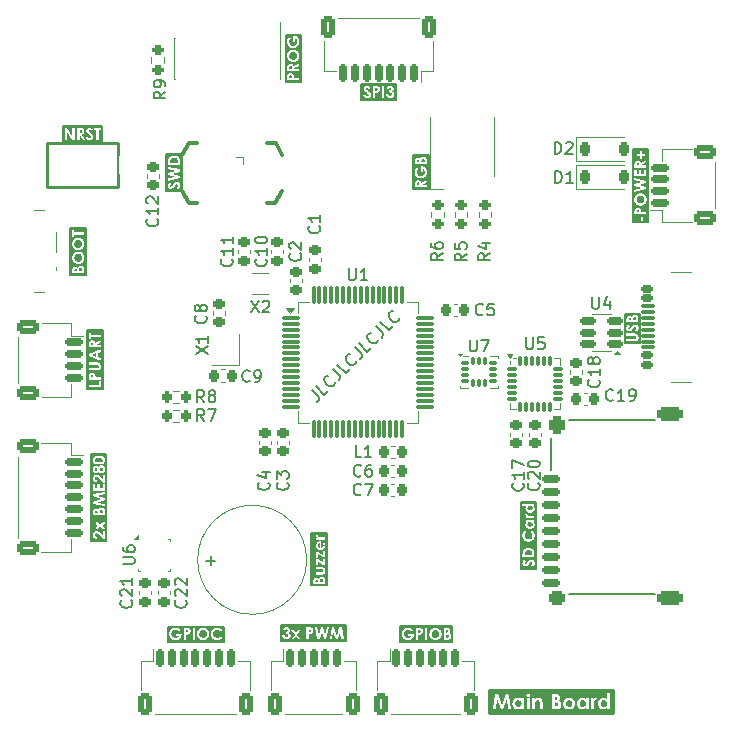
<source format=gto>
G04 #@! TF.GenerationSoftware,KiCad,Pcbnew,8.0.4*
G04 #@! TF.CreationDate,2024-08-30T21:15:12+02:00*
G04 #@! TF.ProjectId,STARGLIDER_MainBoard_rev1,53544152-474c-4494-9445-525f4d61696e,rev?*
G04 #@! TF.SameCoordinates,Original*
G04 #@! TF.FileFunction,Legend,Top*
G04 #@! TF.FilePolarity,Positive*
%FSLAX46Y46*%
G04 Gerber Fmt 4.6, Leading zero omitted, Abs format (unit mm)*
G04 Created by KiCad (PCBNEW 8.0.4) date 2024-08-30 21:15:12*
%MOMM*%
%LPD*%
G01*
G04 APERTURE LIST*
G04 Aperture macros list*
%AMRoundRect*
0 Rectangle with rounded corners*
0 $1 Rounding radius*
0 $2 $3 $4 $5 $6 $7 $8 $9 X,Y pos of 4 corners*
0 Add a 4 corners polygon primitive as box body*
4,1,4,$2,$3,$4,$5,$6,$7,$8,$9,$2,$3,0*
0 Add four circle primitives for the rounded corners*
1,1,$1+$1,$2,$3*
1,1,$1+$1,$4,$5*
1,1,$1+$1,$6,$7*
1,1,$1+$1,$8,$9*
0 Add four rect primitives between the rounded corners*
20,1,$1+$1,$2,$3,$4,$5,0*
20,1,$1+$1,$4,$5,$6,$7,0*
20,1,$1+$1,$6,$7,$8,$9,0*
20,1,$1+$1,$8,$9,$2,$3,0*%
G04 Aperture macros list end*
%ADD10C,0.300000*%
%ADD11C,0.150000*%
%ADD12C,0.250000*%
%ADD13C,0.170000*%
%ADD14C,0.200000*%
%ADD15C,0.120000*%
%ADD16C,0.100000*%
%ADD17RoundRect,0.225000X0.250000X-0.225000X0.250000X0.225000X-0.250000X0.225000X-0.250000X-0.225000X0*%
%ADD18RoundRect,0.225000X-0.250000X0.225000X-0.250000X-0.225000X0.250000X-0.225000X0.250000X0.225000X0*%
%ADD19RoundRect,0.087500X-0.225000X-0.087500X0.225000X-0.087500X0.225000X0.087500X-0.225000X0.087500X0*%
%ADD20RoundRect,0.087500X-0.087500X-0.225000X0.087500X-0.225000X0.087500X0.225000X-0.087500X0.225000X0*%
%ADD21RoundRect,0.150000X-0.150000X-0.625000X0.150000X-0.625000X0.150000X0.625000X-0.150000X0.625000X0*%
%ADD22RoundRect,0.250000X-0.350000X-0.650000X0.350000X-0.650000X0.350000X0.650000X-0.350000X0.650000X0*%
%ADD23RoundRect,0.150000X0.512500X0.150000X-0.512500X0.150000X-0.512500X-0.150000X0.512500X-0.150000X0*%
%ADD24RoundRect,0.225000X-0.225000X-0.375000X0.225000X-0.375000X0.225000X0.375000X-0.225000X0.375000X0*%
%ADD25R,0.800000X0.900000*%
%ADD26C,5.600000*%
%ADD27RoundRect,0.225000X-0.225000X-0.250000X0.225000X-0.250000X0.225000X0.250000X-0.225000X0.250000X0*%
%ADD28R,1.600000X1.600000*%
%ADD29C,1.600000*%
%ADD30R,0.800000X1.000000*%
%ADD31C,0.900000*%
%ADD32R,1.500000X0.700000*%
%ADD33R,0.350000X0.500000*%
%ADD34C,2.374900*%
%ADD35C,0.990600*%
%ADD36C,0.787400*%
%ADD37R,1.100000X2.000000*%
%ADD38RoundRect,0.150000X-0.625000X0.150000X-0.625000X-0.150000X0.625000X-0.150000X0.625000X0.150000X0*%
%ADD39RoundRect,0.250000X-0.650000X0.350000X-0.650000X-0.350000X0.650000X-0.350000X0.650000X0.350000X0*%
%ADD40RoundRect,0.200000X-0.275000X0.200000X-0.275000X-0.200000X0.275000X-0.200000X0.275000X0.200000X0*%
%ADD41RoundRect,0.200000X-0.200000X-0.275000X0.200000X-0.275000X0.200000X0.275000X-0.200000X0.275000X0*%
%ADD42R,1.000000X1.800000*%
%ADD43R,0.740000X2.400000*%
%ADD44C,0.650000*%
%ADD45RoundRect,0.150000X0.326500X-0.150000X0.326500X0.150000X-0.326500X0.150000X-0.326500X-0.150000X0*%
%ADD46RoundRect,0.075000X0.500000X-0.075000X0.500000X0.075000X-0.500000X0.075000X-0.500000X-0.075000X0*%
%ADD47O,2.100000X1.000000*%
%ADD48O,1.800000X1.000000*%
%ADD49RoundRect,0.218750X-0.218750X-0.256250X0.218750X-0.256250X0.218750X0.256250X-0.218750X0.256250X0*%
%ADD50R,1.500000X1.500000*%
%ADD51RoundRect,0.175000X-0.625000X0.175000X-0.625000X-0.175000X0.625000X-0.175000X0.625000X0.175000X0*%
%ADD52RoundRect,0.300000X-0.800000X0.300000X-0.800000X-0.300000X0.800000X-0.300000X0.800000X0.300000X0*%
%ADD53RoundRect,0.350000X-0.350000X0.450000X-0.350000X-0.450000X0.350000X-0.450000X0.350000X0.450000X0*%
%ADD54RoundRect,0.300000X-0.400000X0.300000X-0.400000X-0.300000X0.400000X-0.300000X0.400000X0.300000X0*%
%ADD55RoundRect,0.075000X-0.700000X-0.075000X0.700000X-0.075000X0.700000X0.075000X-0.700000X0.075000X0*%
%ADD56RoundRect,0.075000X-0.075000X-0.700000X0.075000X-0.700000X0.075000X0.700000X-0.075000X0.700000X0*%
%ADD57RoundRect,0.075000X-0.350000X-0.075000X0.350000X-0.075000X0.350000X0.075000X-0.350000X0.075000X0*%
%ADD58RoundRect,0.075000X0.075000X-0.350000X0.075000X0.350000X-0.075000X0.350000X-0.075000X-0.350000X0*%
%ADD59RoundRect,0.200000X0.275000X-0.200000X0.275000X0.200000X-0.275000X0.200000X-0.275000X-0.200000X0*%
%ADD60RoundRect,0.150000X0.150000X0.625000X-0.150000X0.625000X-0.150000X-0.625000X0.150000X-0.625000X0*%
%ADD61RoundRect,0.250000X0.350000X0.650000X-0.350000X0.650000X-0.350000X-0.650000X0.350000X-0.650000X0*%
%ADD62RoundRect,0.150000X0.625000X-0.150000X0.625000X0.150000X-0.625000X0.150000X-0.625000X-0.150000X0*%
%ADD63RoundRect,0.250000X0.650000X-0.350000X0.650000X0.350000X-0.650000X0.350000X-0.650000X-0.350000X0*%
G04 APERTURE END LIST*
D10*
X91922783Y-88075000D02*
X92625000Y-88075000D01*
X117450000Y-134525000D02*
X127850000Y-134525000D01*
X127850000Y-136355000D01*
X117450000Y-136355000D01*
X117450000Y-134525000D01*
X99251108Y-93175000D02*
X98548891Y-93175000D01*
D11*
X110900000Y-89125000D02*
X112260000Y-89125000D01*
X112260000Y-91995000D01*
X110900000Y-91995000D01*
X110900000Y-89125000D01*
D10*
X99275000Y-88075000D02*
X98572783Y-88075000D01*
D11*
X99725000Y-128950000D02*
X105225000Y-128950000D01*
X105225000Y-130275000D01*
X99725000Y-130275000D01*
X99725000Y-128950000D01*
D10*
X99868350Y-89095567D02*
X99283066Y-88081826D01*
D11*
X83675000Y-114475000D02*
X84950000Y-114475000D01*
X84950000Y-121825000D01*
X83675000Y-121825000D01*
X83675000Y-114475000D01*
D12*
X79900000Y-88100000D02*
X85900000Y-88100000D01*
X85900000Y-91875000D01*
X79900000Y-91875000D01*
X79900000Y-88100000D01*
D11*
X83300000Y-103975000D02*
X84650000Y-103975000D01*
X84650000Y-108925000D01*
X83300000Y-108925000D01*
X83300000Y-103975000D01*
X120075000Y-118537500D02*
X121350000Y-118537500D01*
X121350000Y-124162500D01*
X120075000Y-124162500D01*
X120075000Y-118537500D01*
D10*
X91925708Y-93163697D02*
X92627925Y-93163697D01*
D11*
X81300000Y-86675000D02*
X84625000Y-86675000D01*
X84625000Y-87975000D01*
X81300000Y-87975000D01*
X81300000Y-86675000D01*
D10*
X91332358Y-92143130D02*
X91917642Y-93156871D01*
D11*
X109800000Y-128975000D02*
X114250000Y-128975000D01*
X114250000Y-130375000D01*
X109800000Y-130375000D01*
X109800000Y-128975000D01*
X90150000Y-129050000D02*
X94925000Y-129050000D01*
X94925000Y-130325000D01*
X90150000Y-130325000D01*
X90150000Y-129050000D01*
X129525000Y-88600000D02*
X130850000Y-88600000D01*
X130850000Y-94825000D01*
X129525000Y-94825000D01*
X129525000Y-88600000D01*
D10*
X91329433Y-89095567D02*
X91914717Y-88081826D01*
D11*
X89975000Y-89050000D02*
X91375000Y-89050000D01*
X91375000Y-92150000D01*
X89975000Y-92150000D01*
X89975000Y-89050000D01*
X100125000Y-78937500D02*
X101425000Y-78937500D01*
X101425000Y-82912500D01*
X100125000Y-82912500D01*
X100125000Y-78937500D01*
X102287500Y-121150000D02*
X103662500Y-121150000D01*
X103662500Y-125575000D01*
X102287500Y-125575000D01*
X102287500Y-121150000D01*
D10*
X99844458Y-92154433D02*
X99259174Y-93168174D01*
D11*
X81875000Y-95312500D02*
X83275000Y-95312500D01*
X83275000Y-99262500D01*
X81875000Y-99262500D01*
X81875000Y-95312500D01*
X106550000Y-83100000D02*
X109500000Y-83100000D01*
X109500000Y-84475000D01*
X106550000Y-84475000D01*
X106550000Y-83100000D01*
X128880000Y-102550000D02*
X130140000Y-102550000D01*
X130140000Y-105060000D01*
X128880000Y-105060000D01*
X128880000Y-102550000D01*
D13*
G36*
X90723462Y-89363515D02*
G01*
X90777612Y-89369171D01*
X90826545Y-89380817D01*
X90874797Y-89400781D01*
X90911924Y-89423677D01*
X90948433Y-89456384D01*
X90977135Y-89497990D01*
X90990385Y-89532199D01*
X91000766Y-89581523D01*
X91005972Y-89635001D01*
X91007421Y-89689232D01*
X91007421Y-89778625D01*
X90366528Y-89778625D01*
X90366528Y-89713412D01*
X90366606Y-89702288D01*
X90369344Y-89649561D01*
X90377793Y-89592649D01*
X90391876Y-89542675D01*
X90415424Y-89493140D01*
X90446639Y-89453049D01*
X90489208Y-89417932D01*
X90538696Y-89391440D01*
X90586621Y-89375597D01*
X90639629Y-89366092D01*
X90697721Y-89362923D01*
X90723462Y-89363515D01*
G37*
G36*
X91321742Y-92156554D02*
G01*
X90052207Y-92156554D01*
X90052207Y-91720600D01*
X90163318Y-91720600D01*
X90163390Y-91727906D01*
X90167928Y-91777004D01*
X90181758Y-91828738D01*
X90204808Y-91875801D01*
X90237079Y-91918192D01*
X90270645Y-91949312D01*
X90312441Y-91975519D01*
X90363841Y-91993068D01*
X90413422Y-91998059D01*
X90462483Y-91992374D01*
X90511601Y-91975317D01*
X90556304Y-91949944D01*
X90580135Y-91932057D01*
X90618426Y-91897439D01*
X90655824Y-91858873D01*
X90690216Y-91820465D01*
X90727542Y-91776356D01*
X90759515Y-91736964D01*
X90791968Y-91697442D01*
X90826267Y-91658817D01*
X90862585Y-91624856D01*
X90881407Y-91612577D01*
X90929508Y-91599455D01*
X90953992Y-91603438D01*
X90994965Y-91633161D01*
X91014165Y-91665645D01*
X91023053Y-91716203D01*
X91022503Y-91727993D01*
X91006429Y-91778897D01*
X90973456Y-91821193D01*
X90930179Y-91855923D01*
X90882369Y-91883998D01*
X90983485Y-92045443D01*
X90997926Y-92038238D01*
X91044622Y-92011596D01*
X91085334Y-91982733D01*
X91124535Y-91947028D01*
X91155921Y-91908422D01*
X91177238Y-91872053D01*
X91196953Y-91821411D01*
X91207212Y-91772730D01*
X91210631Y-91720600D01*
X91209391Y-91686860D01*
X91201251Y-91631764D01*
X91185515Y-91581693D01*
X91162182Y-91536648D01*
X91131252Y-91496629D01*
X91121135Y-91486218D01*
X91083141Y-91455069D01*
X91034796Y-91429546D01*
X90981200Y-91414769D01*
X90929996Y-91410655D01*
X90914460Y-91411037D01*
X90862548Y-91418383D01*
X90814469Y-91435080D01*
X90784270Y-91451504D01*
X90742802Y-91481758D01*
X90703583Y-91517878D01*
X90690134Y-91532178D01*
X90656107Y-91571416D01*
X90621463Y-91612823D01*
X90590010Y-91650990D01*
X90566650Y-91678891D01*
X90530895Y-91720647D01*
X90498018Y-91757348D01*
X90462759Y-91791918D01*
X90415621Y-91809015D01*
X90414069Y-91808992D01*
X90370924Y-91785080D01*
X90362162Y-91772135D01*
X90350896Y-91723042D01*
X90357735Y-91684482D01*
X90381778Y-91641467D01*
X90417681Y-91603556D01*
X90460317Y-91570634D01*
X90330868Y-91428485D01*
X90302480Y-91453093D01*
X90263111Y-91491325D01*
X90227725Y-91532657D01*
X90199466Y-91576496D01*
X90180403Y-91619954D01*
X90167589Y-91669411D01*
X90163318Y-91720600D01*
X90052207Y-91720600D01*
X90052207Y-90304235D01*
X90178949Y-90304235D01*
X90827414Y-90448583D01*
X90178949Y-90631276D01*
X90178949Y-90791256D01*
X90827414Y-90971995D01*
X90178949Y-91117564D01*
X90178949Y-91307096D01*
X91195000Y-91078485D01*
X91195000Y-90895791D01*
X90538230Y-90713098D01*
X91195000Y-90526741D01*
X91195000Y-90342093D01*
X90178949Y-90114703D01*
X90178949Y-90304235D01*
X90052207Y-90304235D01*
X90052207Y-89742233D01*
X90178949Y-89742233D01*
X90178949Y-89970355D01*
X91195000Y-89970355D01*
X91195000Y-89738813D01*
X91194391Y-89680227D01*
X91192567Y-89627353D01*
X91188771Y-89571446D01*
X91182130Y-89516617D01*
X91170087Y-89462574D01*
X91163236Y-89442844D01*
X91140668Y-89395055D01*
X91113708Y-89353920D01*
X91080450Y-89314563D01*
X91050425Y-89286058D01*
X91007116Y-89253564D01*
X90964175Y-89228605D01*
X90917051Y-89207341D01*
X90904673Y-89202638D01*
X90853672Y-89186861D01*
X90800290Y-89175939D01*
X90751627Y-89170364D01*
X90701140Y-89168506D01*
X90670548Y-89169116D01*
X90621181Y-89172841D01*
X90564618Y-89181783D01*
X90510975Y-89195602D01*
X90460250Y-89214298D01*
X90412445Y-89237871D01*
X90375500Y-89260472D01*
X90335589Y-89290033D01*
X90295126Y-89327885D01*
X90261231Y-89369360D01*
X90233904Y-89414459D01*
X90227249Y-89428304D01*
X90209861Y-89475153D01*
X90196337Y-89529970D01*
X90188019Y-89581738D01*
X90182384Y-89639040D01*
X90179808Y-89688865D01*
X90179413Y-89713412D01*
X90178949Y-89742233D01*
X90052207Y-89742233D01*
X90052207Y-89057395D01*
X91321742Y-89057395D01*
X91321742Y-92156554D01*
G37*
G36*
X82752814Y-87026538D02*
G01*
X82802623Y-87028261D01*
X82853810Y-87037030D01*
X82860832Y-87039866D01*
X82899728Y-87071468D01*
X82904723Y-87079157D01*
X82917069Y-87127889D01*
X82912192Y-87164559D01*
X82882386Y-87206290D01*
X82858337Y-87217625D01*
X82807569Y-87227448D01*
X82755624Y-87229738D01*
X82695052Y-87229738D01*
X82695052Y-87026528D01*
X82748053Y-87026528D01*
X82752814Y-87026538D01*
G37*
G36*
X84599394Y-87981742D02*
G01*
X81343676Y-87981742D01*
X81343676Y-87855000D01*
X81454787Y-87855000D01*
X81647250Y-87855000D01*
X81647250Y-87188461D01*
X82080049Y-87855000D01*
X82264696Y-87855000D01*
X82264696Y-87229738D01*
X82502833Y-87229738D01*
X82502833Y-87855000D01*
X82695052Y-87855000D01*
X82695052Y-87417316D01*
X82713126Y-87417316D01*
X82940516Y-87855000D01*
X83150565Y-87855000D01*
X83040361Y-87643485D01*
X83214312Y-87643485D01*
X83221517Y-87657926D01*
X83248159Y-87704622D01*
X83277022Y-87745334D01*
X83312727Y-87784535D01*
X83351333Y-87815921D01*
X83387702Y-87837238D01*
X83438344Y-87856953D01*
X83487025Y-87867212D01*
X83539155Y-87870631D01*
X83572895Y-87869391D01*
X83627991Y-87861251D01*
X83678062Y-87845515D01*
X83723107Y-87822182D01*
X83763126Y-87791252D01*
X83773537Y-87781135D01*
X83804685Y-87743141D01*
X83830209Y-87694796D01*
X83844986Y-87641200D01*
X83849099Y-87589996D01*
X83848718Y-87574460D01*
X83841371Y-87522548D01*
X83824675Y-87474469D01*
X83808251Y-87444270D01*
X83777997Y-87402802D01*
X83741877Y-87363583D01*
X83727577Y-87350134D01*
X83688339Y-87316107D01*
X83646932Y-87281463D01*
X83608765Y-87250010D01*
X83580864Y-87226650D01*
X83539108Y-87190895D01*
X83502407Y-87158018D01*
X83467836Y-87122759D01*
X83450739Y-87075621D01*
X83450763Y-87074069D01*
X83474675Y-87030924D01*
X83487620Y-87022162D01*
X83536713Y-87010896D01*
X83575273Y-87017735D01*
X83618288Y-87041778D01*
X83656199Y-87077681D01*
X83689120Y-87120317D01*
X83792111Y-87026528D01*
X83929944Y-87026528D01*
X84109218Y-87026528D01*
X84109218Y-87855000D01*
X84304368Y-87855000D01*
X84304368Y-87026528D01*
X84488283Y-87026528D01*
X84488283Y-86838949D01*
X83929944Y-86838949D01*
X83929944Y-87026528D01*
X83792111Y-87026528D01*
X83831270Y-86990868D01*
X83806662Y-86962480D01*
X83768430Y-86923111D01*
X83727098Y-86887725D01*
X83683259Y-86859466D01*
X83639801Y-86840403D01*
X83590344Y-86827589D01*
X83539155Y-86823318D01*
X83531849Y-86823390D01*
X83482750Y-86827928D01*
X83431017Y-86841758D01*
X83383954Y-86864808D01*
X83341563Y-86897079D01*
X83310443Y-86930645D01*
X83284236Y-86972441D01*
X83266687Y-87023841D01*
X83261695Y-87073422D01*
X83267381Y-87122483D01*
X83284438Y-87171601D01*
X83309811Y-87216304D01*
X83327698Y-87240135D01*
X83362316Y-87278426D01*
X83400881Y-87315824D01*
X83439290Y-87350216D01*
X83483399Y-87387542D01*
X83522791Y-87419515D01*
X83562313Y-87451968D01*
X83600938Y-87486267D01*
X83634899Y-87522585D01*
X83647177Y-87541407D01*
X83660300Y-87589508D01*
X83656317Y-87613992D01*
X83626594Y-87654965D01*
X83594110Y-87674165D01*
X83543552Y-87683053D01*
X83531762Y-87682503D01*
X83480858Y-87666429D01*
X83438562Y-87633456D01*
X83403832Y-87590179D01*
X83375757Y-87542369D01*
X83214312Y-87643485D01*
X83040361Y-87643485D01*
X82911451Y-87396067D01*
X82929067Y-87389372D01*
X82976790Y-87365888D01*
X83020797Y-87333812D01*
X83055310Y-87295439D01*
X83066530Y-87278323D01*
X83088035Y-87231092D01*
X83099395Y-87183159D01*
X83103182Y-87130087D01*
X83102802Y-87112677D01*
X83097102Y-87063099D01*
X83082748Y-87012681D01*
X83059951Y-86967177D01*
X83030189Y-86927969D01*
X82991114Y-86893711D01*
X82945401Y-86868747D01*
X82915356Y-86858620D01*
X82864745Y-86848377D01*
X82810567Y-86842470D01*
X82756780Y-86839677D01*
X82706776Y-86838949D01*
X82502833Y-86838949D01*
X82502833Y-87229738D01*
X82264696Y-87229738D01*
X82264696Y-86838949D01*
X82072477Y-86838949D01*
X82072477Y-87507686D01*
X81638946Y-86838949D01*
X81454787Y-86838949D01*
X81454787Y-87855000D01*
X81343676Y-87855000D01*
X81343676Y-86712207D01*
X84599394Y-86712207D01*
X84599394Y-87981742D01*
G37*
G36*
X100569914Y-82384356D02*
G01*
X100616263Y-82400083D01*
X100621861Y-82404303D01*
X100649724Y-82444535D01*
X100658085Y-82493474D01*
X100659738Y-82544919D01*
X100659738Y-82605979D01*
X100456528Y-82605979D01*
X100456528Y-82551757D01*
X100457005Y-82525199D01*
X100461413Y-82476469D01*
X100476067Y-82429392D01*
X100510200Y-82395320D01*
X100559842Y-82383962D01*
X100569914Y-82384356D01*
G37*
G36*
X100594559Y-81591631D02*
G01*
X100636290Y-81621436D01*
X100647625Y-81645485D01*
X100657448Y-81696254D01*
X100659738Y-81748198D01*
X100659738Y-81808771D01*
X100456528Y-81808771D01*
X100456528Y-81755770D01*
X100456538Y-81751008D01*
X100458261Y-81701200D01*
X100467030Y-81650013D01*
X100469866Y-81642991D01*
X100501468Y-81604095D01*
X100509157Y-81599099D01*
X100557889Y-81586754D01*
X100594559Y-81591631D01*
G37*
G36*
X100829259Y-80397743D02*
G01*
X100877667Y-80407893D01*
X100930172Y-80428286D01*
X100978399Y-80457888D01*
X101016332Y-80490592D01*
X101044196Y-80521648D01*
X101075271Y-80568433D01*
X101097090Y-80619074D01*
X101109652Y-80673573D01*
X101113053Y-80723355D01*
X101111889Y-80753153D01*
X101104250Y-80803242D01*
X101089482Y-80850713D01*
X101067585Y-80895566D01*
X101038558Y-80937801D01*
X101020049Y-80959276D01*
X100979411Y-80995889D01*
X100933948Y-81024054D01*
X100883659Y-81043769D01*
X100828544Y-81055034D01*
X100778928Y-81057968D01*
X100769789Y-81057875D01*
X100717067Y-81053398D01*
X100667968Y-81042207D01*
X100622493Y-81024301D01*
X100574019Y-80994924D01*
X100536395Y-80962469D01*
X100503940Y-80925086D01*
X100474563Y-80877500D01*
X100454326Y-80825636D01*
X100444254Y-80777777D01*
X100440896Y-80726775D01*
X100443287Y-80684447D01*
X100454669Y-80628635D01*
X100475424Y-80576843D01*
X100505553Y-80529072D01*
X100538838Y-80491325D01*
X100577002Y-80458372D01*
X100625392Y-80428544D01*
X100677942Y-80407996D01*
X100726296Y-80397769D01*
X100777707Y-80394360D01*
X100829259Y-80397743D01*
G37*
G36*
X101411742Y-82909309D02*
G01*
X100142207Y-82909309D01*
X100142207Y-82594256D01*
X100268949Y-82594256D01*
X100268949Y-82798198D01*
X101285000Y-82798198D01*
X101285000Y-82605979D01*
X100847316Y-82605979D01*
X100846767Y-82554053D01*
X100844737Y-82501590D01*
X100840584Y-82452337D01*
X100831685Y-82403258D01*
X100822105Y-82374609D01*
X100799661Y-82327911D01*
X100770533Y-82287472D01*
X100734720Y-82253293D01*
X100707372Y-82234451D01*
X100661680Y-82213497D01*
X100610385Y-82201315D01*
X100560087Y-82197849D01*
X100542556Y-82198221D01*
X100492825Y-82203791D01*
X100442597Y-82217821D01*
X100397665Y-82240103D01*
X100358901Y-82269541D01*
X100324746Y-82308921D01*
X100299480Y-82355630D01*
X100289104Y-82386270D01*
X100278609Y-82437248D01*
X100272557Y-82491346D01*
X100269695Y-82544767D01*
X100269590Y-82551757D01*
X100268949Y-82594256D01*
X100142207Y-82594256D01*
X100142207Y-81797047D01*
X100268949Y-81797047D01*
X100268949Y-82000990D01*
X101285000Y-82000990D01*
X101285000Y-81808771D01*
X100847316Y-81808771D01*
X100847316Y-81790697D01*
X101285000Y-81563307D01*
X101285000Y-81353258D01*
X100826067Y-81592371D01*
X100819372Y-81574755D01*
X100795888Y-81527033D01*
X100763812Y-81483026D01*
X100725439Y-81448512D01*
X100708323Y-81437292D01*
X100661092Y-81415788D01*
X100613159Y-81404428D01*
X100560087Y-81400641D01*
X100542677Y-81401021D01*
X100493099Y-81406720D01*
X100442681Y-81421074D01*
X100397177Y-81443872D01*
X100357969Y-81473634D01*
X100323711Y-81512709D01*
X100298747Y-81558422D01*
X100288620Y-81588466D01*
X100278377Y-81639078D01*
X100272470Y-81693256D01*
X100269677Y-81747043D01*
X100269550Y-81755770D01*
X100268949Y-81797047D01*
X100142207Y-81797047D01*
X100142207Y-80724821D01*
X100253318Y-80724821D01*
X100253348Y-80726775D01*
X100253592Y-80742424D01*
X100257714Y-80794354D01*
X100266782Y-80844961D01*
X100280795Y-80894245D01*
X100299754Y-80942207D01*
X100323660Y-80988847D01*
X100332616Y-81003968D01*
X100361823Y-81046870D01*
X100394532Y-81086080D01*
X100430745Y-81121597D01*
X100470461Y-81153422D01*
X100513681Y-81181555D01*
X100528762Y-81190043D01*
X100575092Y-81212223D01*
X100623055Y-81229473D01*
X100672648Y-81241795D01*
X100723874Y-81249188D01*
X100776730Y-81251653D01*
X100829189Y-81249302D01*
X100879831Y-81242249D01*
X100928657Y-81230495D01*
X100975666Y-81214039D01*
X101020858Y-81192882D01*
X101064234Y-81167023D01*
X101105794Y-81136462D01*
X101145537Y-81101199D01*
X101181887Y-81062384D01*
X101213391Y-81021164D01*
X101240047Y-80977540D01*
X101261857Y-80931511D01*
X101278821Y-80883079D01*
X101290938Y-80832242D01*
X101298208Y-80779001D01*
X101300631Y-80723355D01*
X101298269Y-80670088D01*
X101291182Y-80618850D01*
X101279370Y-80569643D01*
X101262834Y-80522466D01*
X101241574Y-80477319D01*
X101215589Y-80434202D01*
X101184879Y-80393116D01*
X101149445Y-80354060D01*
X101110599Y-80318397D01*
X101069654Y-80287489D01*
X101026610Y-80261336D01*
X100981467Y-80239938D01*
X100934225Y-80223295D01*
X100884884Y-80211407D01*
X100833444Y-80204274D01*
X100779905Y-80201897D01*
X100725878Y-80204309D01*
X100673950Y-80211544D01*
X100624120Y-80223604D01*
X100576390Y-80240487D01*
X100530759Y-80262194D01*
X100487226Y-80288725D01*
X100445793Y-80320080D01*
X100406458Y-80356258D01*
X100370566Y-80395730D01*
X100339459Y-80437087D01*
X100313138Y-80480330D01*
X100291603Y-80525458D01*
X100274853Y-80572471D01*
X100262889Y-80621369D01*
X100255711Y-80672152D01*
X100253318Y-80724821D01*
X100142207Y-80724821D01*
X100142207Y-79530229D01*
X100253318Y-79530229D01*
X100256039Y-79591763D01*
X100264202Y-79650335D01*
X100277807Y-79705947D01*
X100296854Y-79758596D01*
X100321343Y-79808284D01*
X100351274Y-79855011D01*
X100386648Y-79898776D01*
X100427463Y-79939580D01*
X100445981Y-79955640D01*
X100494031Y-79991257D01*
X100544585Y-80020398D01*
X100597643Y-80043063D01*
X100653206Y-80059252D01*
X100711274Y-80068966D01*
X100771845Y-80072204D01*
X100789812Y-80071923D01*
X100842798Y-80067716D01*
X100894409Y-80058460D01*
X100944647Y-80044154D01*
X100993511Y-80024800D01*
X101041001Y-80000397D01*
X101056378Y-79991220D01*
X101099818Y-79961287D01*
X101139222Y-79927748D01*
X101174590Y-79890602D01*
X101205923Y-79849849D01*
X101233220Y-79805491D01*
X101241383Y-79789940D01*
X101262712Y-79741698D01*
X101279302Y-79691068D01*
X101291151Y-79638051D01*
X101298261Y-79582647D01*
X101300631Y-79524856D01*
X101298459Y-79471049D01*
X101291941Y-79419904D01*
X101281079Y-79371421D01*
X101262915Y-79318221D01*
X101238838Y-79268645D01*
X101218174Y-79235447D01*
X101184696Y-79192315D01*
X101145912Y-79153087D01*
X101101822Y-79117763D01*
X101059808Y-79090592D01*
X101022761Y-79070820D01*
X100977423Y-79051517D01*
X100923314Y-79035096D01*
X100867896Y-79025244D01*
X100811168Y-79021960D01*
X100769159Y-79023425D01*
X100769159Y-79531695D01*
X100956737Y-79531695D01*
X100956737Y-79239092D01*
X100966645Y-79244446D01*
X101011177Y-79274308D01*
X101047360Y-79309323D01*
X101075195Y-79349489D01*
X101084068Y-79367018D01*
X101101074Y-79415146D01*
X101110058Y-79463723D01*
X101113053Y-79517284D01*
X101112665Y-79536237D01*
X101106855Y-79590817D01*
X101094072Y-79641979D01*
X101074317Y-79689723D01*
X101047590Y-79734051D01*
X101013890Y-79774960D01*
X101001324Y-79787589D01*
X100961576Y-79820588D01*
X100918754Y-79846254D01*
X100872859Y-79864586D01*
X100823889Y-79875586D01*
X100771845Y-79879252D01*
X100729735Y-79876795D01*
X100674186Y-79865101D01*
X100622611Y-79843777D01*
X100575010Y-79812822D01*
X100537372Y-79778624D01*
X100525690Y-79765856D01*
X100495164Y-79725272D01*
X100471422Y-79681271D01*
X100454463Y-79633853D01*
X100444288Y-79583017D01*
X100440896Y-79528764D01*
X100441416Y-79507558D01*
X100447266Y-79455998D01*
X100459615Y-79406512D01*
X100478464Y-79359102D01*
X100503813Y-79313767D01*
X100535661Y-79270507D01*
X100574009Y-79229322D01*
X100441629Y-79094011D01*
X100423508Y-79111448D01*
X100385248Y-79152401D01*
X100352622Y-79193727D01*
X100325629Y-79235428D01*
X100301678Y-79283544D01*
X100287746Y-79319834D01*
X100272208Y-79372044D01*
X100261299Y-79425889D01*
X100255018Y-79481371D01*
X100253318Y-79530229D01*
X100142207Y-79530229D01*
X100142207Y-78910849D01*
X101411742Y-78910849D01*
X101411742Y-82909309D01*
G37*
D14*
G36*
X111399559Y-91457169D02*
G01*
X111441290Y-91486974D01*
X111452625Y-91511023D01*
X111462448Y-91561792D01*
X111464738Y-91613736D01*
X111464738Y-91674309D01*
X111261528Y-91674309D01*
X111261528Y-91621308D01*
X111261538Y-91616546D01*
X111263261Y-91566738D01*
X111272030Y-91515551D01*
X111274866Y-91508529D01*
X111306468Y-91469633D01*
X111314157Y-91464637D01*
X111362889Y-91452292D01*
X111399559Y-91457169D01*
G37*
G36*
X111395945Y-89525690D02*
G01*
X111436650Y-89554036D01*
X111441670Y-89560720D01*
X111460102Y-89607095D01*
X111464738Y-89658084D01*
X111464738Y-89660282D01*
X111464738Y-89700094D01*
X111261528Y-89700094D01*
X111261528Y-89650512D01*
X111266623Y-89599261D01*
X111288150Y-89552327D01*
X111310613Y-89532681D01*
X111359958Y-89520087D01*
X111395945Y-89525690D01*
G37*
G36*
X111784943Y-89449297D02*
G01*
X111833361Y-89459637D01*
X111871402Y-89490778D01*
X111876946Y-89499250D01*
X111893667Y-89546877D01*
X111900482Y-89597023D01*
X111902421Y-89651978D01*
X111902421Y-89700094D01*
X111636685Y-89700094D01*
X111636685Y-89660282D01*
X111636836Y-89646368D01*
X111640477Y-89595749D01*
X111651855Y-89543809D01*
X111675519Y-89498105D01*
X111688277Y-89484032D01*
X111731420Y-89457318D01*
X111781277Y-89449256D01*
X111784943Y-89449297D01*
G37*
G36*
X112216742Y-91977639D02*
G01*
X110947207Y-91977639D01*
X110947207Y-91662585D01*
X111073949Y-91662585D01*
X111073949Y-91866528D01*
X112090000Y-91866528D01*
X112090000Y-91674309D01*
X111652316Y-91674309D01*
X111652316Y-91656235D01*
X112090000Y-91428845D01*
X112090000Y-91218796D01*
X111631067Y-91457909D01*
X111624372Y-91440293D01*
X111600888Y-91392571D01*
X111568812Y-91348564D01*
X111530439Y-91314050D01*
X111513323Y-91302831D01*
X111466092Y-91281326D01*
X111418159Y-91269966D01*
X111365087Y-91266179D01*
X111347677Y-91266559D01*
X111298099Y-91272258D01*
X111247681Y-91286612D01*
X111202177Y-91309410D01*
X111162969Y-91339172D01*
X111128711Y-91378247D01*
X111103747Y-91423960D01*
X111093620Y-91454004D01*
X111083377Y-91504616D01*
X111077470Y-91558794D01*
X111074677Y-91612581D01*
X111074550Y-91621308D01*
X111073949Y-91662585D01*
X110947207Y-91662585D01*
X110947207Y-90571064D01*
X111058318Y-90571064D01*
X111061039Y-90632598D01*
X111069202Y-90691170D01*
X111082807Y-90746781D01*
X111101854Y-90799431D01*
X111126343Y-90849119D01*
X111156274Y-90895846D01*
X111191648Y-90939611D01*
X111232463Y-90980415D01*
X111250981Y-90996475D01*
X111299031Y-91032091D01*
X111349585Y-91061232D01*
X111402643Y-91083898D01*
X111458206Y-91100087D01*
X111516274Y-91109801D01*
X111576845Y-91113039D01*
X111594812Y-91112758D01*
X111647798Y-91108551D01*
X111699409Y-91099294D01*
X111749647Y-91084989D01*
X111798511Y-91065634D01*
X111846001Y-91041231D01*
X111861378Y-91032055D01*
X111904818Y-91002122D01*
X111944222Y-90968582D01*
X111979590Y-90931436D01*
X112010923Y-90890684D01*
X112038220Y-90846325D01*
X112046383Y-90830775D01*
X112067712Y-90782532D01*
X112084302Y-90731902D01*
X112096151Y-90678885D01*
X112103261Y-90623481D01*
X112105631Y-90565690D01*
X112103459Y-90511883D01*
X112096941Y-90460738D01*
X112086079Y-90412255D01*
X112067915Y-90359056D01*
X112043838Y-90309480D01*
X112023174Y-90276281D01*
X111989696Y-90233150D01*
X111950912Y-90193922D01*
X111906822Y-90158598D01*
X111864808Y-90131427D01*
X111827761Y-90111655D01*
X111782423Y-90092352D01*
X111728314Y-90075931D01*
X111672896Y-90066078D01*
X111616168Y-90062794D01*
X111574159Y-90064260D01*
X111574159Y-90572529D01*
X111761737Y-90572529D01*
X111761737Y-90279926D01*
X111771645Y-90285280D01*
X111816177Y-90315143D01*
X111852360Y-90350157D01*
X111880195Y-90390324D01*
X111889068Y-90407852D01*
X111906074Y-90455980D01*
X111915058Y-90504557D01*
X111918053Y-90558119D01*
X111917665Y-90577072D01*
X111911855Y-90631651D01*
X111899072Y-90682813D01*
X111879317Y-90730558D01*
X111852590Y-90774885D01*
X111818890Y-90815795D01*
X111806324Y-90828424D01*
X111766576Y-90861423D01*
X111723754Y-90887088D01*
X111677859Y-90905421D01*
X111628889Y-90916420D01*
X111576845Y-90920087D01*
X111534735Y-90917630D01*
X111479186Y-90905936D01*
X111427611Y-90884611D01*
X111380010Y-90853656D01*
X111342372Y-90819459D01*
X111330690Y-90806690D01*
X111300164Y-90766107D01*
X111276422Y-90722106D01*
X111259463Y-90674688D01*
X111249288Y-90623852D01*
X111245896Y-90569598D01*
X111246416Y-90548393D01*
X111252266Y-90496832D01*
X111264615Y-90447347D01*
X111283464Y-90399937D01*
X111308813Y-90354602D01*
X111340661Y-90311341D01*
X111379009Y-90270157D01*
X111246629Y-90134846D01*
X111228508Y-90152283D01*
X111190248Y-90193235D01*
X111157622Y-90234562D01*
X111130629Y-90276263D01*
X111106678Y-90324378D01*
X111092746Y-90360669D01*
X111077208Y-90412878D01*
X111066299Y-90466724D01*
X111060018Y-90522206D01*
X111058318Y-90571064D01*
X110947207Y-90571064D01*
X110947207Y-89733555D01*
X111073949Y-89733555D01*
X111073949Y-89892313D01*
X112090000Y-89892313D01*
X112090000Y-89609235D01*
X112089135Y-89572360D01*
X112084155Y-89518719D01*
X112073260Y-89466254D01*
X112054584Y-89417749D01*
X112025994Y-89373062D01*
X111988918Y-89334378D01*
X111947850Y-89304420D01*
X111938846Y-89299097D01*
X111892048Y-89277630D01*
X111842293Y-89264750D01*
X111789581Y-89260457D01*
X111778379Y-89260624D01*
X111725204Y-89266467D01*
X111676751Y-89280659D01*
X111633021Y-89303199D01*
X111612873Y-89317690D01*
X111575798Y-89353936D01*
X111546101Y-89394836D01*
X111522623Y-89437777D01*
X111512338Y-89424515D01*
X111477700Y-89388004D01*
X111435429Y-89358398D01*
X111429586Y-89355440D01*
X111383089Y-89339340D01*
X111331870Y-89333974D01*
X111321030Y-89334184D01*
X111269519Y-89341530D01*
X111222493Y-89359371D01*
X111179951Y-89387707D01*
X111168217Y-89398063D01*
X111134252Y-89437294D01*
X111108206Y-89483777D01*
X111091535Y-89531810D01*
X111090453Y-89535867D01*
X111081523Y-89584410D01*
X111076852Y-89633686D01*
X111076094Y-89650512D01*
X111074567Y-89684416D01*
X111073949Y-89733555D01*
X110947207Y-89733555D01*
X110947207Y-89149346D01*
X112216742Y-89149346D01*
X112216742Y-91977639D01*
G37*
G36*
X119861343Y-135282106D02*
G01*
X119928462Y-135292785D01*
X119987705Y-135318720D01*
X120039071Y-135359910D01*
X120052633Y-135374920D01*
X120088205Y-135431081D01*
X120108955Y-135496668D01*
X120114958Y-135563755D01*
X120114291Y-135587377D01*
X120104286Y-135653086D01*
X120079090Y-135717024D01*
X120039071Y-135771411D01*
X120029432Y-135781023D01*
X119976620Y-135819782D01*
X119916118Y-135843038D01*
X119847927Y-135850789D01*
X119834132Y-135850474D01*
X119769252Y-135839448D01*
X119711194Y-135812670D01*
X119659958Y-135770140D01*
X119646339Y-135754628D01*
X119610619Y-135697277D01*
X119589782Y-135631243D01*
X119583754Y-135564390D01*
X119584412Y-135541563D01*
X119594291Y-135477768D01*
X119619172Y-135415133D01*
X119658688Y-135361180D01*
X119668204Y-135351568D01*
X119720291Y-135312809D01*
X119779881Y-135289553D01*
X119846974Y-135281801D01*
X119861343Y-135282106D01*
G37*
G36*
X124153795Y-135282109D02*
G01*
X124220584Y-135292875D01*
X124279312Y-135319020D01*
X124329979Y-135360545D01*
X124343313Y-135375669D01*
X124378290Y-135432127D01*
X124398692Y-135497887D01*
X124404595Y-135565025D01*
X124403928Y-135588199D01*
X124393923Y-135652898D01*
X124368727Y-135716302D01*
X124328709Y-135770775D01*
X124319073Y-135780465D01*
X124266391Y-135819534D01*
X124206206Y-135842976D01*
X124138517Y-135850789D01*
X124124383Y-135850481D01*
X124058369Y-135839671D01*
X124000106Y-135813421D01*
X123949595Y-135771728D01*
X123936260Y-135756477D01*
X123901284Y-135699473D01*
X123880881Y-135632981D01*
X123874979Y-135565025D01*
X123875640Y-135542141D01*
X123885561Y-135478210D01*
X123910547Y-135415482D01*
X123950230Y-135361498D01*
X123959825Y-135351847D01*
X124012264Y-135312933D01*
X124072146Y-135289584D01*
X124139469Y-135281801D01*
X124153795Y-135282109D01*
G37*
G36*
X125320073Y-135282106D02*
G01*
X125387192Y-135292785D01*
X125446434Y-135318720D01*
X125497801Y-135359910D01*
X125511363Y-135374920D01*
X125546935Y-135431081D01*
X125567685Y-135496668D01*
X125573688Y-135563755D01*
X125573021Y-135587377D01*
X125563016Y-135653086D01*
X125537819Y-135717024D01*
X125497801Y-135771411D01*
X125488162Y-135781023D01*
X125435350Y-135819782D01*
X125374848Y-135843038D01*
X125306657Y-135850789D01*
X125292862Y-135850474D01*
X125227982Y-135839448D01*
X125169924Y-135812670D01*
X125118688Y-135770140D01*
X125105069Y-135754628D01*
X125069349Y-135697277D01*
X125048512Y-135631243D01*
X125042484Y-135564390D01*
X125043142Y-135541563D01*
X125053021Y-135477768D01*
X125077902Y-135415133D01*
X125117418Y-135361180D01*
X125126934Y-135351568D01*
X125179021Y-135312809D01*
X125238611Y-135289553D01*
X125305704Y-135281801D01*
X125320073Y-135282106D01*
G37*
G36*
X127103241Y-135282106D02*
G01*
X127170360Y-135292785D01*
X127229603Y-135318720D01*
X127280969Y-135359910D01*
X127294531Y-135374920D01*
X127330103Y-135431081D01*
X127350853Y-135496668D01*
X127356856Y-135563755D01*
X127356189Y-135587377D01*
X127346184Y-135653086D01*
X127320988Y-135717024D01*
X127280969Y-135771411D01*
X127271330Y-135781023D01*
X127218518Y-135819782D01*
X127158016Y-135843038D01*
X127089825Y-135850789D01*
X127076030Y-135850474D01*
X127011151Y-135839448D01*
X126953092Y-135812670D01*
X126901856Y-135770140D01*
X126888237Y-135754628D01*
X126852517Y-135697277D01*
X126831680Y-135631243D01*
X126825652Y-135564390D01*
X126826311Y-135541563D01*
X126836190Y-135477768D01*
X126861070Y-135415133D01*
X126900586Y-135361180D01*
X126910102Y-135351568D01*
X126962189Y-135312809D01*
X127021779Y-135289553D01*
X127088872Y-135281801D01*
X127103241Y-135282106D01*
G37*
G36*
X122970684Y-135464888D02*
G01*
X123036489Y-135469621D01*
X123104011Y-135484411D01*
X123163426Y-135515175D01*
X123181720Y-135531760D01*
X123216449Y-135587846D01*
X123226929Y-135652660D01*
X123226876Y-135657426D01*
X123213435Y-135720370D01*
X123172951Y-135769823D01*
X123161938Y-135777029D01*
X123100022Y-135798767D01*
X123034832Y-135807627D01*
X122963391Y-135810147D01*
X122900840Y-135810147D01*
X122900840Y-135464690D01*
X122952595Y-135464690D01*
X122970684Y-135464888D01*
G37*
G36*
X123031922Y-134983611D02*
G01*
X123092937Y-135011595D01*
X123118478Y-135040797D01*
X123134849Y-135104945D01*
X123127566Y-135151728D01*
X123090715Y-135204645D01*
X123082027Y-135211171D01*
X123021738Y-135235133D01*
X122955453Y-135241159D01*
X122900840Y-135241159D01*
X122900840Y-134976986D01*
X122965296Y-134976986D01*
X123031922Y-134983611D01*
G37*
G36*
X127732451Y-136218765D02*
G01*
X117530723Y-136218765D01*
X117530723Y-136054000D01*
X117675167Y-136054000D01*
X117918702Y-136054000D01*
X118062536Y-135219886D01*
X118338457Y-136054000D01*
X118559131Y-136054000D01*
X118838545Y-135219886D01*
X118979839Y-136054000D01*
X119220833Y-136054000D01*
X119139321Y-135568200D01*
X119340854Y-135568200D01*
X119342063Y-135608007D01*
X119349447Y-135671611D01*
X119367170Y-135743413D01*
X119394559Y-135810281D01*
X119431615Y-135872216D01*
X119478339Y-135929216D01*
X119495723Y-135946787D01*
X119550256Y-135992699D01*
X119608361Y-136028408D01*
X119670039Y-136053915D01*
X119735288Y-136069219D01*
X119804110Y-136074321D01*
X119830010Y-136073600D01*
X119894594Y-136064977D01*
X119959692Y-136044792D01*
X120000185Y-136025243D01*
X120054019Y-135990036D01*
X120103210Y-135948584D01*
X120103210Y-136054000D01*
X120346109Y-136054000D01*
X120560115Y-136054000D01*
X120804602Y-136054000D01*
X120804602Y-135078591D01*
X121022418Y-135078591D01*
X121022418Y-136054000D01*
X121265317Y-136054000D01*
X121265317Y-135664725D01*
X121265834Y-135603538D01*
X121268364Y-135533735D01*
X121276113Y-135467866D01*
X121283261Y-135441509D01*
X121309321Y-135381690D01*
X121349459Y-135331334D01*
X121356208Y-135325336D01*
X121412050Y-135292685D01*
X121477100Y-135281801D01*
X121514216Y-135285328D01*
X121572990Y-135311648D01*
X121600844Y-135340405D01*
X121627602Y-135398647D01*
X121632890Y-135424068D01*
X121639742Y-135492012D01*
X121642416Y-135558769D01*
X121643161Y-135629163D01*
X121643161Y-136054000D01*
X121884155Y-136054000D01*
X121884155Y-135412618D01*
X121880098Y-135343083D01*
X121865527Y-135273289D01*
X121851930Y-135241159D01*
X122650956Y-135241159D01*
X122650956Y-135810147D01*
X122650956Y-136054000D01*
X123018956Y-136054000D01*
X123066894Y-136052875D01*
X123136628Y-136046401D01*
X123204832Y-136032239D01*
X123267889Y-136007960D01*
X123325982Y-135970792D01*
X123376271Y-135922594D01*
X123415216Y-135869205D01*
X123422137Y-135857499D01*
X123450043Y-135796663D01*
X123466787Y-135731982D01*
X123472369Y-135663455D01*
X123472152Y-135648893D01*
X123464555Y-135579765D01*
X123460889Y-135567248D01*
X123632079Y-135567248D01*
X123633377Y-135606340D01*
X123643758Y-135681174D01*
X123664521Y-135751543D01*
X123695664Y-135817448D01*
X123737189Y-135878887D01*
X123779724Y-135926676D01*
X123808003Y-135953061D01*
X123867775Y-135998047D01*
X123931834Y-136032651D01*
X124000179Y-136056874D01*
X124072811Y-136070716D01*
X124136612Y-136074321D01*
X124206068Y-136070133D01*
X124272508Y-136057572D01*
X124335932Y-136036635D01*
X124396339Y-136007325D01*
X124452282Y-135970572D01*
X124501993Y-135927311D01*
X124545473Y-135877540D01*
X124582721Y-135821260D01*
X124612587Y-135760615D01*
X124633920Y-135697747D01*
X124646720Y-135632656D01*
X124650806Y-135568200D01*
X124799584Y-135568200D01*
X124800793Y-135608007D01*
X124808177Y-135671611D01*
X124825900Y-135743413D01*
X124853289Y-135810281D01*
X124890345Y-135872216D01*
X124937069Y-135929216D01*
X124954453Y-135946787D01*
X125008986Y-135992699D01*
X125067091Y-136028408D01*
X125128769Y-136053915D01*
X125194018Y-136069219D01*
X125262840Y-136074321D01*
X125288740Y-136073600D01*
X125353324Y-136064977D01*
X125418422Y-136044792D01*
X125458915Y-136025243D01*
X125512749Y-135990036D01*
X125561939Y-135948584D01*
X125561939Y-136054000D01*
X125804839Y-136054000D01*
X125804839Y-135078591D01*
X125988363Y-135078591D01*
X125988363Y-136054000D01*
X126230310Y-136054000D01*
X126230310Y-135656470D01*
X126229675Y-135608525D01*
X126230432Y-135568200D01*
X126582752Y-135568200D01*
X126583961Y-135608007D01*
X126591345Y-135671611D01*
X126609068Y-135743413D01*
X126636457Y-135810281D01*
X126673514Y-135872216D01*
X126720237Y-135929216D01*
X126737621Y-135946787D01*
X126792154Y-135992699D01*
X126850259Y-136028408D01*
X126911937Y-136053915D01*
X126977186Y-136069219D01*
X127046008Y-136074321D01*
X127071908Y-136073600D01*
X127136492Y-136064977D01*
X127201591Y-136044792D01*
X127242083Y-136025243D01*
X127295917Y-135990036D01*
X127345108Y-135948584D01*
X127345108Y-136054000D01*
X127588007Y-136054000D01*
X127588007Y-134712813D01*
X127345108Y-134712813D01*
X127345108Y-135189404D01*
X127316068Y-135162229D01*
X127263671Y-135122996D01*
X127203178Y-135090974D01*
X127169060Y-135078231D01*
X127103037Y-135062869D01*
X127039023Y-135058270D01*
X127015472Y-135058830D01*
X126947499Y-135067220D01*
X126883544Y-135085680D01*
X126823608Y-135114208D01*
X126767690Y-135152804D01*
X126715792Y-135201470D01*
X126684611Y-135238455D01*
X126645634Y-135298678D01*
X126616012Y-135364594D01*
X126595745Y-135436202D01*
X126586000Y-135500225D01*
X126582934Y-135564390D01*
X126582752Y-135568200D01*
X126230432Y-135568200D01*
X126231037Y-135536016D01*
X126236068Y-135463471D01*
X126246358Y-135396450D01*
X126268412Y-135331969D01*
X126302820Y-135286330D01*
X126363667Y-135261480D01*
X126372671Y-135262007D01*
X126434155Y-135283071D01*
X126510041Y-135082084D01*
X126474985Y-135068526D01*
X126410976Y-135058270D01*
X126346600Y-135067240D01*
X126287463Y-135094150D01*
X126280525Y-135098725D01*
X126231270Y-135144705D01*
X126197288Y-135198612D01*
X126197288Y-135078591D01*
X125988363Y-135078591D01*
X125804839Y-135078591D01*
X125561939Y-135078591D01*
X125561939Y-135187499D01*
X125532900Y-135160726D01*
X125480503Y-135122110D01*
X125420010Y-135090657D01*
X125385892Y-135078037D01*
X125319868Y-135062825D01*
X125255854Y-135058270D01*
X125232304Y-135058830D01*
X125164330Y-135067220D01*
X125100376Y-135085680D01*
X125040440Y-135114208D01*
X124984522Y-135152804D01*
X124932623Y-135201470D01*
X124901442Y-135238455D01*
X124862466Y-135298678D01*
X124832844Y-135364594D01*
X124812576Y-135436202D01*
X124802832Y-135500225D01*
X124799766Y-135564390D01*
X124799584Y-135568200D01*
X124650806Y-135568200D01*
X124650987Y-135565343D01*
X124646740Y-135498565D01*
X124634000Y-135434129D01*
X124612766Y-135372035D01*
X124583039Y-135312283D01*
X124545869Y-135256757D01*
X124501993Y-135207344D01*
X124451408Y-135164043D01*
X124394117Y-135126854D01*
X124332598Y-135096848D01*
X124269016Y-135075416D01*
X124203369Y-135062557D01*
X124135659Y-135058270D01*
X124112056Y-135058784D01*
X124043302Y-135066486D01*
X123977628Y-135083431D01*
X123915035Y-135109619D01*
X123855523Y-135145049D01*
X123799092Y-135189722D01*
X123778868Y-135208908D01*
X123734016Y-135259445D01*
X123697319Y-135313657D01*
X123668776Y-135371543D01*
X123648389Y-135433104D01*
X123636157Y-135498339D01*
X123632211Y-135565025D01*
X123632079Y-135567248D01*
X123460889Y-135567248D01*
X123446105Y-135516777D01*
X123416803Y-135459928D01*
X123397965Y-135433736D01*
X123350846Y-135385538D01*
X123297675Y-135346932D01*
X123241852Y-135316411D01*
X123259092Y-135303040D01*
X123306557Y-135258010D01*
X123345045Y-135203057D01*
X123348890Y-135195462D01*
X123369820Y-135135016D01*
X123376796Y-135068431D01*
X123376524Y-135054339D01*
X123366973Y-134987375D01*
X123343780Y-134926241D01*
X123306943Y-134870936D01*
X123293481Y-134855682D01*
X123242480Y-134811528D01*
X123182053Y-134777668D01*
X123119609Y-134755995D01*
X123114335Y-134754589D01*
X123051229Y-134742980D01*
X122987170Y-134736907D01*
X122921221Y-134733938D01*
X122857341Y-134733134D01*
X122650956Y-134733134D01*
X122650956Y-135241159D01*
X121851930Y-135241159D01*
X121840359Y-135213815D01*
X121799378Y-135159240D01*
X121746155Y-135115066D01*
X121687454Y-135083513D01*
X121623276Y-135064581D01*
X121553621Y-135058270D01*
X121544823Y-135058376D01*
X121479623Y-135065887D01*
X121415819Y-135085259D01*
X121372198Y-135106022D01*
X121315760Y-135141742D01*
X121265317Y-135180514D01*
X121265317Y-135078591D01*
X121022418Y-135078591D01*
X120804602Y-135078591D01*
X120560115Y-135078591D01*
X120560115Y-136054000D01*
X120346109Y-136054000D01*
X120346109Y-135078591D01*
X120103210Y-135078591D01*
X120103210Y-135187499D01*
X120074170Y-135160726D01*
X120021773Y-135122110D01*
X119961280Y-135090657D01*
X119927162Y-135078037D01*
X119861139Y-135062825D01*
X119797124Y-135058270D01*
X119773574Y-135058830D01*
X119705601Y-135067220D01*
X119641646Y-135085680D01*
X119581710Y-135114208D01*
X119525792Y-135152804D01*
X119473893Y-135201470D01*
X119442712Y-135238455D01*
X119403736Y-135298678D01*
X119374114Y-135364594D01*
X119353846Y-135436202D01*
X119344102Y-135500225D01*
X119341036Y-135564390D01*
X119340854Y-135568200D01*
X119139321Y-135568200D01*
X119017534Y-134842360D01*
X120527093Y-134842360D01*
X120537209Y-134898601D01*
X120573133Y-134952220D01*
X120620481Y-134984582D01*
X120684263Y-134997307D01*
X120736147Y-134988860D01*
X120792854Y-134953173D01*
X120824109Y-134910752D01*
X120838576Y-134845852D01*
X120828460Y-134790206D01*
X120792536Y-134737262D01*
X120745397Y-134705127D01*
X120682358Y-134692492D01*
X120626275Y-134702190D01*
X120572498Y-134736627D01*
X120541459Y-134778431D01*
X120527093Y-134842360D01*
X119017534Y-134842360D01*
X118999207Y-134733134D01*
X118758213Y-134733134D01*
X118450223Y-135654565D01*
X118146678Y-134733134D01*
X117901873Y-134733134D01*
X117675167Y-136054000D01*
X117530723Y-136054000D01*
X117530723Y-134548048D01*
X127732451Y-134548048D01*
X127732451Y-136218765D01*
G37*
D13*
G36*
X83769914Y-107730630D02*
G01*
X83816263Y-107746357D01*
X83821861Y-107750577D01*
X83849724Y-107790809D01*
X83858085Y-107839748D01*
X83859738Y-107891193D01*
X83859738Y-107952253D01*
X83656528Y-107952253D01*
X83656528Y-107898031D01*
X83657005Y-107871474D01*
X83661413Y-107822743D01*
X83676067Y-107775666D01*
X83710200Y-107741594D01*
X83759842Y-107730237D01*
X83769914Y-107730630D01*
G37*
G36*
X84078579Y-106192484D02*
G01*
X83734685Y-106057662D01*
X84078579Y-105923816D01*
X84078579Y-106192484D01*
G37*
G36*
X83794559Y-105006433D02*
G01*
X83836290Y-105036238D01*
X83847625Y-105060287D01*
X83857448Y-105111055D01*
X83859738Y-105163000D01*
X83859738Y-105223572D01*
X83656528Y-105223572D01*
X83656528Y-105170571D01*
X83656538Y-105165810D01*
X83658261Y-105116002D01*
X83667030Y-105064814D01*
X83669866Y-105057792D01*
X83701468Y-105018897D01*
X83709157Y-105013901D01*
X83757889Y-105001555D01*
X83794559Y-105006433D01*
G37*
G36*
X84611742Y-108870343D02*
G01*
X83357838Y-108870343D01*
X83357838Y-108567013D01*
X83468949Y-108567013D01*
X83468949Y-108759232D01*
X84485000Y-108759232D01*
X84485000Y-108286622D01*
X84297421Y-108286622D01*
X84297421Y-108567013D01*
X83468949Y-108567013D01*
X83357838Y-108567013D01*
X83357838Y-107940530D01*
X83468949Y-107940530D01*
X83468949Y-108144472D01*
X84485000Y-108144472D01*
X84485000Y-107952253D01*
X84047316Y-107952253D01*
X84046767Y-107900327D01*
X84044737Y-107847864D01*
X84040584Y-107798611D01*
X84031685Y-107749532D01*
X84022105Y-107720883D01*
X83999661Y-107674185D01*
X83970533Y-107633746D01*
X83934720Y-107599567D01*
X83907372Y-107580725D01*
X83861680Y-107559771D01*
X83810385Y-107547589D01*
X83760087Y-107544123D01*
X83742556Y-107544495D01*
X83692825Y-107550065D01*
X83642597Y-107564095D01*
X83597665Y-107586377D01*
X83558901Y-107615815D01*
X83524746Y-107655195D01*
X83499480Y-107701904D01*
X83489104Y-107732544D01*
X83478609Y-107783522D01*
X83472557Y-107837620D01*
X83469695Y-107891041D01*
X83469590Y-107898031D01*
X83468949Y-107940530D01*
X83357838Y-107940530D01*
X83357838Y-106876119D01*
X83468949Y-106876119D01*
X84094211Y-106876119D01*
X84129754Y-106876617D01*
X84183052Y-106880117D01*
X84230987Y-106890285D01*
X84255980Y-106903955D01*
X84289849Y-106941088D01*
X84306504Y-106978547D01*
X84313053Y-107028527D01*
X84310133Y-107062622D01*
X84292292Y-107110592D01*
X84277957Y-107129951D01*
X84236849Y-107159441D01*
X84219231Y-107165151D01*
X84169970Y-107172364D01*
X84118147Y-107174096D01*
X83468949Y-107174096D01*
X83468949Y-107367292D01*
X84069054Y-107367292D01*
X84112369Y-107366746D01*
X84171245Y-107363881D01*
X84222805Y-107358560D01*
X84273712Y-107349248D01*
X84324532Y-107332365D01*
X84338462Y-107325365D01*
X84381700Y-107296170D01*
X84420025Y-107257959D01*
X84450317Y-107215861D01*
X84469922Y-107178815D01*
X84488053Y-107127201D01*
X84497486Y-107077559D01*
X84500631Y-107024375D01*
X84498544Y-106978874D01*
X84490327Y-106927670D01*
X84474253Y-106877340D01*
X84457174Y-106842936D01*
X84427430Y-106800730D01*
X84393164Y-106765722D01*
X84369030Y-106746060D01*
X84326732Y-106719315D01*
X84279591Y-106700264D01*
X84228156Y-106690391D01*
X84176972Y-106685785D01*
X84122669Y-106683533D01*
X84069054Y-106682923D01*
X83468949Y-106682923D01*
X83468949Y-106876119D01*
X83357838Y-106876119D01*
X83357838Y-105961674D01*
X83468949Y-105961674D01*
X83468949Y-106057662D01*
X83468949Y-106156580D01*
X84485000Y-106546147D01*
X84485000Y-106346357D01*
X84266158Y-106263802D01*
X84266158Y-105851765D01*
X84485000Y-105772630D01*
X84485000Y-105572839D01*
X83468949Y-105961674D01*
X83357838Y-105961674D01*
X83357838Y-105211849D01*
X83468949Y-105211849D01*
X83468949Y-105415791D01*
X84485000Y-105415791D01*
X84485000Y-105223572D01*
X84047316Y-105223572D01*
X84047316Y-105205498D01*
X84485000Y-104978108D01*
X84485000Y-104768059D01*
X84026067Y-105007173D01*
X84019372Y-104989557D01*
X83995888Y-104941834D01*
X83963812Y-104897828D01*
X83925439Y-104863314D01*
X83908323Y-104852094D01*
X83861092Y-104830589D01*
X83813159Y-104819229D01*
X83760087Y-104815442D01*
X83742677Y-104815822D01*
X83693099Y-104821522D01*
X83642681Y-104835876D01*
X83597177Y-104858673D01*
X83557969Y-104888436D01*
X83523711Y-104927510D01*
X83498747Y-104973223D01*
X83488620Y-105003268D01*
X83478377Y-105053880D01*
X83472470Y-105108057D01*
X83469677Y-105161844D01*
X83469550Y-105170571D01*
X83468949Y-105211849D01*
X83357838Y-105211849D01*
X83357838Y-104716524D01*
X83468949Y-104716524D01*
X83656528Y-104716524D01*
X83656528Y-104537250D01*
X84485000Y-104537250D01*
X84485000Y-104342100D01*
X83656528Y-104342100D01*
X83656528Y-104158185D01*
X83468949Y-104158185D01*
X83468949Y-104716524D01*
X83357838Y-104716524D01*
X83357838Y-104047074D01*
X84611742Y-104047074D01*
X84611742Y-108870343D01*
G37*
D14*
G36*
X102790945Y-125089371D02*
G01*
X102831650Y-125117717D01*
X102836670Y-125124401D01*
X102855102Y-125170776D01*
X102859738Y-125221765D01*
X102859738Y-125223963D01*
X102859738Y-125263775D01*
X102656528Y-125263775D01*
X102656528Y-125214193D01*
X102661623Y-125162942D01*
X102683150Y-125116008D01*
X102705613Y-125096361D01*
X102754958Y-125083768D01*
X102790945Y-125089371D01*
G37*
G36*
X103179943Y-125012978D02*
G01*
X103228361Y-125023317D01*
X103266402Y-125054458D01*
X103271946Y-125062931D01*
X103288667Y-125110558D01*
X103295482Y-125160704D01*
X103297421Y-125215659D01*
X103297421Y-125263775D01*
X103031685Y-125263775D01*
X103031685Y-125223963D01*
X103031836Y-125210049D01*
X103035477Y-125159429D01*
X103046855Y-125107490D01*
X103070519Y-125061786D01*
X103083277Y-125047713D01*
X103126420Y-125020999D01*
X103176277Y-125012937D01*
X103179943Y-125012978D01*
G37*
G36*
X103016053Y-122382442D02*
G01*
X102999368Y-122374477D01*
X102957191Y-122349530D01*
X102919333Y-122313809D01*
X102896149Y-122274983D01*
X102880564Y-122227922D01*
X102875369Y-122176301D01*
X102877812Y-122141374D01*
X102890635Y-122093105D01*
X102914448Y-122049783D01*
X102929927Y-122030537D01*
X102969120Y-121997558D01*
X103016053Y-121976510D01*
X103016053Y-122382442D01*
G37*
G36*
X103611742Y-125567105D02*
G01*
X102357838Y-125567105D01*
X102357838Y-125297236D01*
X102468949Y-125297236D01*
X102468949Y-125455994D01*
X103485000Y-125455994D01*
X103485000Y-125172916D01*
X103484135Y-125136041D01*
X103479155Y-125082399D01*
X103468260Y-125029935D01*
X103449584Y-124981430D01*
X103420994Y-124936743D01*
X103383918Y-124898059D01*
X103342850Y-124868101D01*
X103333846Y-124862777D01*
X103287048Y-124841311D01*
X103237293Y-124828431D01*
X103184581Y-124824137D01*
X103173379Y-124824304D01*
X103120204Y-124830148D01*
X103071751Y-124844340D01*
X103028021Y-124866880D01*
X103007873Y-124881371D01*
X102970798Y-124917616D01*
X102941101Y-124958517D01*
X102917623Y-125001458D01*
X102907338Y-124988196D01*
X102872700Y-124951685D01*
X102830429Y-124922079D01*
X102824586Y-124919121D01*
X102778089Y-124903021D01*
X102726870Y-124897654D01*
X102716030Y-124897864D01*
X102664519Y-124905211D01*
X102617493Y-124923052D01*
X102574951Y-124951388D01*
X102563217Y-124961743D01*
X102529252Y-125000975D01*
X102503206Y-125047457D01*
X102486535Y-125095491D01*
X102485453Y-125099548D01*
X102476523Y-125148091D01*
X102471852Y-125197367D01*
X102471094Y-125214193D01*
X102469567Y-125248097D01*
X102468949Y-125297236D01*
X102357838Y-125297236D01*
X102357838Y-124197166D01*
X102734685Y-124197166D01*
X103102027Y-124197166D01*
X103139193Y-124197578D01*
X103189649Y-124200097D01*
X103240512Y-124208890D01*
X103270165Y-124223018D01*
X103306458Y-124257250D01*
X103320849Y-124285981D01*
X103328684Y-124336384D01*
X103325490Y-124369460D01*
X103305969Y-124415275D01*
X103286358Y-124436650D01*
X103242222Y-124461437D01*
X103202380Y-124470218D01*
X103149927Y-124474707D01*
X103095676Y-124475847D01*
X102734685Y-124475847D01*
X102734685Y-124665624D01*
X103045607Y-124665624D01*
X103088632Y-124665280D01*
X103137540Y-124663885D01*
X103189083Y-124660794D01*
X103239362Y-124655234D01*
X103292780Y-124643642D01*
X103322338Y-124632857D01*
X103370251Y-124607945D01*
X103411364Y-124575962D01*
X103445676Y-124536908D01*
X103472241Y-124490452D01*
X103488556Y-124442897D01*
X103498001Y-124389450D01*
X103500631Y-124337850D01*
X103498982Y-124296751D01*
X103491655Y-124246307D01*
X103476405Y-124195507D01*
X103453736Y-124151004D01*
X103441314Y-124133186D01*
X103404683Y-124093549D01*
X103364903Y-124063871D01*
X103318670Y-124039874D01*
X103268365Y-124024879D01*
X103215722Y-124016609D01*
X103161185Y-124011884D01*
X103109100Y-124009612D01*
X103050980Y-124008855D01*
X102734685Y-124008855D01*
X102734685Y-124197166D01*
X102357838Y-124197166D01*
X102357838Y-123856936D01*
X102734685Y-123856936D01*
X102891001Y-123856936D01*
X102891001Y-123570439D01*
X103485000Y-123908471D01*
X103485000Y-123302504D01*
X103328684Y-123302504D01*
X103328684Y-123620020D01*
X102734685Y-123283454D01*
X102734685Y-123856936D01*
X102357838Y-123856936D01*
X102357838Y-123213112D01*
X102734685Y-123213112D01*
X102891001Y-123213112D01*
X102891001Y-122926615D01*
X103485000Y-123264647D01*
X103485000Y-122658680D01*
X103328684Y-122658680D01*
X103328684Y-122976196D01*
X102734685Y-122639629D01*
X102734685Y-123213112D01*
X102357838Y-123213112D01*
X102357838Y-122185338D01*
X102719054Y-122185338D01*
X102720041Y-122215989D01*
X102726076Y-122264900D01*
X102740559Y-122320003D01*
X102762941Y-122371191D01*
X102793224Y-122418464D01*
X102831406Y-122461821D01*
X102860398Y-122487638D01*
X102907278Y-122519909D01*
X102958229Y-122544436D01*
X103013249Y-122561217D01*
X103062209Y-122569285D01*
X103113995Y-122571974D01*
X103144646Y-122571004D01*
X103193557Y-122565074D01*
X103248660Y-122550843D01*
X103299848Y-122528850D01*
X103347121Y-122499094D01*
X103390478Y-122461576D01*
X103422211Y-122425409D01*
X103453192Y-122377804D01*
X103476427Y-122325614D01*
X103489874Y-122278620D01*
X103497942Y-122228442D01*
X103500631Y-122175079D01*
X103498738Y-122126982D01*
X103491937Y-122075649D01*
X103480190Y-122028194D01*
X103461064Y-121979441D01*
X103444615Y-121949307D01*
X103414241Y-121907198D01*
X103377029Y-121868799D01*
X103338210Y-121837780D01*
X103264937Y-121995805D01*
X103299665Y-122035403D01*
X103324471Y-122078726D01*
X103339354Y-122125773D01*
X103344316Y-122176545D01*
X103339354Y-122228447D01*
X103322437Y-122278486D01*
X103293513Y-122321137D01*
X103254430Y-122354927D01*
X103207036Y-122378386D01*
X103156737Y-122390746D01*
X103156737Y-121788199D01*
X103121810Y-121787466D01*
X103077549Y-121789195D01*
X103025335Y-121796218D01*
X102976579Y-121808644D01*
X102922638Y-121830686D01*
X102873677Y-121860507D01*
X102829696Y-121898108D01*
X102797822Y-121934294D01*
X102766703Y-121981967D01*
X102743365Y-122034277D01*
X102729859Y-122081410D01*
X102721755Y-122131764D01*
X102719510Y-122176301D01*
X102719054Y-122185338D01*
X102357838Y-122185338D01*
X102357838Y-121360041D01*
X102719054Y-121360041D01*
X102725954Y-121409561D01*
X102746653Y-121455052D01*
X102750173Y-121460389D01*
X102785542Y-121498277D01*
X102827009Y-121524417D01*
X102734685Y-121524417D01*
X102734685Y-121685128D01*
X103485000Y-121685128D01*
X103485000Y-121499015D01*
X103179207Y-121499015D01*
X103142327Y-121499504D01*
X103086551Y-121498456D01*
X103030747Y-121494586D01*
X102979192Y-121486671D01*
X102929591Y-121469706D01*
X102894485Y-121443238D01*
X102875369Y-121396433D01*
X102875775Y-121389507D01*
X102891978Y-121342211D01*
X102737372Y-121283837D01*
X102726943Y-121310804D01*
X102719054Y-121360041D01*
X102357838Y-121360041D01*
X102357838Y-121172726D01*
X103611742Y-121172726D01*
X103611742Y-125567105D01*
G37*
D13*
G36*
X129310945Y-102921917D02*
G01*
X129351650Y-102950264D01*
X129356670Y-102956947D01*
X129375102Y-103003323D01*
X129379738Y-103054311D01*
X129379738Y-103056509D01*
X129379738Y-103096321D01*
X129176528Y-103096321D01*
X129176528Y-103046740D01*
X129181623Y-102995489D01*
X129203150Y-102948554D01*
X129225613Y-102928908D01*
X129274958Y-102916314D01*
X129310945Y-102921917D01*
G37*
G36*
X129699943Y-102845524D02*
G01*
X129748361Y-102855864D01*
X129786402Y-102887005D01*
X129791946Y-102895477D01*
X129808667Y-102943104D01*
X129815482Y-102993251D01*
X129817421Y-103048205D01*
X129817421Y-103096321D01*
X129551685Y-103096321D01*
X129551685Y-103056509D01*
X129551836Y-103042595D01*
X129555477Y-102991976D01*
X129566855Y-102940036D01*
X129590519Y-102894332D01*
X129603277Y-102880260D01*
X129646420Y-102853546D01*
X129696277Y-102845484D01*
X129699943Y-102845524D01*
G37*
G36*
X130131742Y-105030461D02*
G01*
X128862207Y-105030461D01*
X128862207Y-104428177D01*
X128988949Y-104428177D01*
X129614211Y-104428177D01*
X129649754Y-104428675D01*
X129703052Y-104432175D01*
X129750987Y-104442343D01*
X129775980Y-104456013D01*
X129809849Y-104493146D01*
X129826504Y-104530605D01*
X129833053Y-104580585D01*
X129830133Y-104614680D01*
X129812292Y-104662650D01*
X129797957Y-104682009D01*
X129756849Y-104711499D01*
X129739231Y-104717209D01*
X129689970Y-104724422D01*
X129638147Y-104726154D01*
X128988949Y-104726154D01*
X128988949Y-104919350D01*
X129589054Y-104919350D01*
X129632369Y-104918804D01*
X129691245Y-104915939D01*
X129742805Y-104910618D01*
X129793712Y-104901306D01*
X129844532Y-104884423D01*
X129858462Y-104877423D01*
X129901700Y-104848228D01*
X129940025Y-104810017D01*
X129970317Y-104767919D01*
X129989922Y-104730873D01*
X130008053Y-104679259D01*
X130017486Y-104629617D01*
X130020631Y-104576433D01*
X130018544Y-104530932D01*
X130010327Y-104479728D01*
X129994253Y-104429399D01*
X129977174Y-104394994D01*
X129947430Y-104352788D01*
X129913164Y-104317780D01*
X129889030Y-104298118D01*
X129846732Y-104271373D01*
X129799591Y-104252322D01*
X129748156Y-104242449D01*
X129696972Y-104237843D01*
X129642669Y-104235591D01*
X129589054Y-104234981D01*
X128988949Y-104234981D01*
X128988949Y-104428177D01*
X128862207Y-104428177D01*
X128862207Y-103778980D01*
X128973318Y-103778980D01*
X128973390Y-103786286D01*
X128977928Y-103835385D01*
X128991758Y-103887118D01*
X129014808Y-103934181D01*
X129047079Y-103976572D01*
X129080645Y-104007692D01*
X129122441Y-104033899D01*
X129173841Y-104051448D01*
X129223422Y-104056440D01*
X129272483Y-104050754D01*
X129321601Y-104033697D01*
X129366304Y-104008324D01*
X129390135Y-103990437D01*
X129428426Y-103955819D01*
X129465824Y-103917254D01*
X129500216Y-103878845D01*
X129537542Y-103834736D01*
X129569515Y-103795344D01*
X129601968Y-103755823D01*
X129636267Y-103717197D01*
X129672585Y-103683237D01*
X129691407Y-103670958D01*
X129739508Y-103657835D01*
X129763992Y-103661818D01*
X129804965Y-103691541D01*
X129824165Y-103724025D01*
X129833053Y-103774583D01*
X129832503Y-103786373D01*
X129816429Y-103837277D01*
X129783456Y-103879573D01*
X129740179Y-103914303D01*
X129692369Y-103942378D01*
X129793485Y-104103823D01*
X129807926Y-104096619D01*
X129854622Y-104069976D01*
X129895334Y-104041113D01*
X129934535Y-104005408D01*
X129965921Y-103966803D01*
X129987238Y-103930433D01*
X130006953Y-103879791D01*
X130017212Y-103831110D01*
X130020631Y-103778980D01*
X130019391Y-103745240D01*
X130011251Y-103690144D01*
X129995515Y-103640073D01*
X129972182Y-103595028D01*
X129941252Y-103555009D01*
X129931135Y-103544598D01*
X129893141Y-103513450D01*
X129844796Y-103487926D01*
X129791200Y-103473150D01*
X129739996Y-103469036D01*
X129724460Y-103469417D01*
X129672548Y-103476764D01*
X129624469Y-103493460D01*
X129594270Y-103509884D01*
X129552802Y-103540138D01*
X129513583Y-103576258D01*
X129500134Y-103590559D01*
X129466107Y-103629796D01*
X129431463Y-103671203D01*
X129400010Y-103709371D01*
X129376650Y-103737272D01*
X129340895Y-103779027D01*
X129308018Y-103815729D01*
X129272759Y-103850299D01*
X129225621Y-103867396D01*
X129224069Y-103867372D01*
X129180924Y-103843460D01*
X129172162Y-103830515D01*
X129160896Y-103781422D01*
X129167735Y-103742862D01*
X129191778Y-103699848D01*
X129227681Y-103661936D01*
X129270317Y-103629015D01*
X129140868Y-103486865D01*
X129112480Y-103511473D01*
X129073111Y-103549705D01*
X129037725Y-103591037D01*
X129009466Y-103634877D01*
X128990403Y-103678335D01*
X128977589Y-103727791D01*
X128973318Y-103778980D01*
X128862207Y-103778980D01*
X128862207Y-103129782D01*
X128988949Y-103129782D01*
X128988949Y-103288540D01*
X130005000Y-103288540D01*
X130005000Y-103005463D01*
X130004135Y-102968588D01*
X129999155Y-102914946D01*
X129988260Y-102862481D01*
X129969584Y-102813976D01*
X129940994Y-102769289D01*
X129903918Y-102730606D01*
X129862850Y-102700648D01*
X129853846Y-102695324D01*
X129807048Y-102673857D01*
X129757293Y-102660977D01*
X129704581Y-102656684D01*
X129693379Y-102656851D01*
X129640204Y-102662695D01*
X129591751Y-102676886D01*
X129548021Y-102699426D01*
X129527873Y-102713918D01*
X129490798Y-102750163D01*
X129461101Y-102791063D01*
X129437623Y-102834004D01*
X129427338Y-102820743D01*
X129392700Y-102784231D01*
X129350429Y-102754625D01*
X129344586Y-102751668D01*
X129298089Y-102735568D01*
X129246870Y-102730201D01*
X129236030Y-102730411D01*
X129184519Y-102737757D01*
X129137493Y-102755598D01*
X129094951Y-102783934D01*
X129083217Y-102794290D01*
X129049252Y-102833521D01*
X129023206Y-102880004D01*
X129006535Y-102928038D01*
X129005453Y-102932094D01*
X128996523Y-102980638D01*
X128991852Y-103029914D01*
X128991094Y-103046740D01*
X128989567Y-103080644D01*
X128988949Y-103129782D01*
X128862207Y-103129782D01*
X128862207Y-102545573D01*
X130131742Y-102545573D01*
X130131742Y-105030461D01*
G37*
G36*
X84140945Y-119243243D02*
G01*
X84181650Y-119271590D01*
X84186670Y-119278273D01*
X84205102Y-119324649D01*
X84209738Y-119375637D01*
X84209738Y-119377835D01*
X84209738Y-119417647D01*
X84006528Y-119417647D01*
X84006528Y-119368066D01*
X84011623Y-119316815D01*
X84033150Y-119269880D01*
X84055613Y-119250234D01*
X84104958Y-119237640D01*
X84140945Y-119243243D01*
G37*
G36*
X84529943Y-119166850D02*
G01*
X84578361Y-119177190D01*
X84616402Y-119208331D01*
X84621946Y-119216803D01*
X84638667Y-119264430D01*
X84645482Y-119314576D01*
X84647421Y-119369531D01*
X84647421Y-119417647D01*
X84381685Y-119417647D01*
X84381685Y-119377835D01*
X84381836Y-119363921D01*
X84385477Y-119313302D01*
X84396855Y-119261362D01*
X84420519Y-119215658D01*
X84433277Y-119201585D01*
X84476420Y-119174871D01*
X84526277Y-119166809D01*
X84529943Y-119166850D01*
G37*
G36*
X84532600Y-115588578D02*
G01*
X84583591Y-115600746D01*
X84624706Y-115632127D01*
X84639648Y-115652585D01*
X84657660Y-115698206D01*
X84663053Y-115749119D01*
X84662051Y-115771179D01*
X84650070Y-115822115D01*
X84622020Y-115866600D01*
X84611414Y-115877076D01*
X84569787Y-115902741D01*
X84521147Y-115911297D01*
X84510573Y-115910880D01*
X84461951Y-115896304D01*
X84422962Y-115863913D01*
X84406878Y-115842131D01*
X84387489Y-115796098D01*
X84381685Y-115747165D01*
X84382693Y-115726431D01*
X84394745Y-115677768D01*
X84422962Y-115633837D01*
X84433533Y-115623189D01*
X84475461Y-115597103D01*
X84525055Y-115588408D01*
X84532600Y-115588578D01*
G37*
G36*
X84122032Y-115644339D02*
G01*
X84165041Y-115671206D01*
X84184910Y-115701927D01*
X84193333Y-115747165D01*
X84194106Y-115751317D01*
X84189229Y-115787317D01*
X84164553Y-115830941D01*
X84140247Y-115850587D01*
X84091036Y-115863181D01*
X84060296Y-115858887D01*
X84018984Y-115832650D01*
X84000798Y-115805063D01*
X83990896Y-115754737D01*
X83995451Y-115716170D01*
X84018496Y-115671694D01*
X84041348Y-115652346D01*
X84089815Y-115639943D01*
X84122032Y-115644339D01*
G37*
G36*
X84338913Y-114802239D02*
G01*
X84394206Y-114803950D01*
X84444204Y-114808106D01*
X84497213Y-114816321D01*
X84549419Y-114830354D01*
X84596374Y-114852260D01*
X84625546Y-114874699D01*
X84653676Y-114915114D01*
X84663053Y-114963634D01*
X84657508Y-115002431D01*
X84632864Y-115047488D01*
X84592955Y-115082092D01*
X84544384Y-115104171D01*
X84494159Y-115116347D01*
X84442438Y-115123305D01*
X84393225Y-115126650D01*
X84338454Y-115127766D01*
X84329697Y-115127746D01*
X84279952Y-115126819D01*
X84227971Y-115123979D01*
X84176550Y-115118415D01*
X84124253Y-115107982D01*
X84106610Y-115102700D01*
X84058601Y-115081739D01*
X84020938Y-115050341D01*
X83999375Y-115012434D01*
X83990896Y-114963634D01*
X83997980Y-114921507D01*
X84025183Y-114877818D01*
X84063436Y-114847130D01*
X84068086Y-114844366D01*
X84113630Y-114825406D01*
X84165652Y-114813425D01*
X84219284Y-114806579D01*
X84270353Y-114803287D01*
X84327219Y-114802190D01*
X84338913Y-114802239D01*
G37*
G36*
X84961742Y-121765045D02*
G01*
X83692207Y-121765045D01*
X83692207Y-121279754D01*
X83803318Y-121279754D01*
X83803411Y-121289014D01*
X83807911Y-121342365D01*
X83819159Y-121391939D01*
X83837157Y-121437735D01*
X83866684Y-121486388D01*
X83899305Y-121523997D01*
X83917932Y-121541043D01*
X83958959Y-121570524D01*
X84005018Y-121593857D01*
X84056108Y-121611042D01*
X84112231Y-121622078D01*
X84162843Y-121626579D01*
X84162843Y-121439001D01*
X84129704Y-121435979D01*
X84080291Y-121422206D01*
X84037302Y-121395037D01*
X84026426Y-121384397D01*
X83999779Y-121342109D01*
X83990896Y-121291966D01*
X83991043Y-121284421D01*
X84001512Y-121233362D01*
X84028510Y-121192071D01*
X84030880Y-121189682D01*
X84074126Y-121161770D01*
X84123764Y-121153237D01*
X84152325Y-121155587D01*
X84202319Y-121169435D01*
X84248084Y-121190850D01*
X84270617Y-121204382D01*
X84311184Y-121233749D01*
X84351238Y-121267233D01*
X84388957Y-121301720D01*
X84429801Y-121341548D01*
X84744141Y-121653934D01*
X84835000Y-121653934D01*
X84835000Y-120953934D01*
X84663053Y-120953934D01*
X84663053Y-121313948D01*
X84543374Y-121200620D01*
X84517101Y-121175859D01*
X84474802Y-121137910D01*
X84434364Y-121104112D01*
X84388294Y-121069033D01*
X84344902Y-121039930D01*
X84297665Y-121013530D01*
X84252811Y-120993544D01*
X84203180Y-120976714D01*
X84155289Y-120966296D01*
X84103492Y-120962239D01*
X84051727Y-120967232D01*
X84000538Y-120982210D01*
X83954504Y-121004493D01*
X83945450Y-121009885D01*
X83904243Y-121040167D01*
X83869811Y-121075983D01*
X83842152Y-121117333D01*
X83835212Y-121130713D01*
X83817008Y-121178073D01*
X83806390Y-121229679D01*
X83803318Y-121279754D01*
X83692207Y-121279754D01*
X83692207Y-120145002D01*
X84084685Y-120145002D01*
X84084685Y-120360669D01*
X84289361Y-120507703D01*
X84084685Y-120655470D01*
X84084685Y-120873090D01*
X84440303Y-120616147D01*
X84835000Y-120899957D01*
X84835000Y-120685023D01*
X84589535Y-120508435D01*
X84835000Y-120331115D01*
X84835000Y-120113495D01*
X84438593Y-120399747D01*
X84084685Y-120145002D01*
X83692207Y-120145002D01*
X83692207Y-119451108D01*
X83818949Y-119451108D01*
X83818949Y-119609866D01*
X84835000Y-119609866D01*
X84835000Y-119326789D01*
X84834135Y-119289914D01*
X84829155Y-119236272D01*
X84818260Y-119183807D01*
X84799584Y-119135302D01*
X84770994Y-119090615D01*
X84733918Y-119051931D01*
X84692850Y-119021973D01*
X84683846Y-119016650D01*
X84637048Y-118995183D01*
X84587293Y-118982303D01*
X84534581Y-118978010D01*
X84523379Y-118978177D01*
X84470204Y-118984020D01*
X84421751Y-118998212D01*
X84378021Y-119020752D01*
X84357873Y-119035243D01*
X84320798Y-119071489D01*
X84291101Y-119112389D01*
X84267623Y-119155330D01*
X84257338Y-119142068D01*
X84222700Y-119105557D01*
X84180429Y-119075951D01*
X84174586Y-119072994D01*
X84128089Y-119056894D01*
X84076870Y-119051527D01*
X84066030Y-119051737D01*
X84014519Y-119059083D01*
X83967493Y-119076924D01*
X83924951Y-119105260D01*
X83913217Y-119115616D01*
X83879252Y-119154847D01*
X83853206Y-119201330D01*
X83836535Y-119249364D01*
X83835453Y-119253420D01*
X83826523Y-119301964D01*
X83821852Y-119351240D01*
X83821094Y-119368066D01*
X83819567Y-119401970D01*
X83818949Y-119451108D01*
X83692207Y-119451108D01*
X83692207Y-117856447D01*
X83818949Y-117856447D01*
X83818949Y-118041827D01*
X84527742Y-118278742D01*
X83818949Y-118512239D01*
X83818949Y-118700550D01*
X84835000Y-118874939D01*
X84835000Y-118687605D01*
X84193374Y-118576963D01*
X84835000Y-118364716D01*
X84835000Y-118194967D01*
X84193374Y-117980033D01*
X84835000Y-117871345D01*
X84835000Y-117685965D01*
X83818949Y-117856447D01*
X83692207Y-117856447D01*
X83692207Y-117538198D01*
X83818949Y-117538198D01*
X84835000Y-117538198D01*
X84835000Y-116986454D01*
X84647421Y-116986454D01*
X84647421Y-117347200D01*
X84381685Y-117347200D01*
X84381685Y-116986454D01*
X84194106Y-116986454D01*
X84194106Y-117347200D01*
X84006528Y-117347200D01*
X84006528Y-116986454D01*
X83818949Y-116986454D01*
X83818949Y-117538198D01*
X83692207Y-117538198D01*
X83692207Y-116521904D01*
X83803318Y-116521904D01*
X83803411Y-116531163D01*
X83807911Y-116584515D01*
X83819159Y-116634088D01*
X83837157Y-116679884D01*
X83866684Y-116728537D01*
X83899305Y-116766147D01*
X83917932Y-116783192D01*
X83958959Y-116812673D01*
X84005018Y-116836006D01*
X84056108Y-116853191D01*
X84112231Y-116864228D01*
X84162843Y-116868729D01*
X84162843Y-116681150D01*
X84129704Y-116678128D01*
X84080291Y-116664355D01*
X84037302Y-116637186D01*
X84026426Y-116626546D01*
X83999779Y-116584258D01*
X83990896Y-116534116D01*
X83991043Y-116526570D01*
X84001512Y-116475512D01*
X84028510Y-116434221D01*
X84030880Y-116431831D01*
X84074126Y-116403919D01*
X84123764Y-116395386D01*
X84152325Y-116397737D01*
X84202319Y-116411585D01*
X84248084Y-116432999D01*
X84270617Y-116446532D01*
X84311184Y-116475898D01*
X84351238Y-116509382D01*
X84388957Y-116543869D01*
X84429801Y-116583697D01*
X84744141Y-116896084D01*
X84835000Y-116896084D01*
X84835000Y-116196084D01*
X84663053Y-116196084D01*
X84663053Y-116556098D01*
X84543374Y-116442769D01*
X84517101Y-116418008D01*
X84474802Y-116380060D01*
X84434364Y-116346262D01*
X84388294Y-116311182D01*
X84344902Y-116282079D01*
X84297665Y-116255679D01*
X84252811Y-116235694D01*
X84203180Y-116218864D01*
X84155289Y-116208445D01*
X84103492Y-116204388D01*
X84051727Y-116209381D01*
X84000538Y-116224360D01*
X83954504Y-116246642D01*
X83945450Y-116252034D01*
X83904243Y-116282317D01*
X83869811Y-116318133D01*
X83842152Y-116359482D01*
X83835212Y-116372862D01*
X83817008Y-116420223D01*
X83806390Y-116471828D01*
X83803318Y-116521904D01*
X83692207Y-116521904D01*
X83692207Y-115748631D01*
X83803318Y-115748631D01*
X83803352Y-115754228D01*
X83803391Y-115754737D01*
X83807445Y-115807942D01*
X83818359Y-115857554D01*
X83838244Y-115907389D01*
X83862664Y-115947302D01*
X83895862Y-115984320D01*
X83935697Y-116014123D01*
X83976112Y-116034216D01*
X84023653Y-116047722D01*
X84074427Y-116052225D01*
X84081366Y-116052135D01*
X84132010Y-116045745D01*
X84180184Y-116029266D01*
X84195694Y-116021543D01*
X84237662Y-115994081D01*
X84274706Y-115960878D01*
X84277956Y-115965179D01*
X84311979Y-116004468D01*
X84348768Y-116036983D01*
X84392431Y-116064925D01*
X84435031Y-116083215D01*
X84485086Y-116095510D01*
X84538489Y-116099608D01*
X84555678Y-116099228D01*
X84605236Y-116093528D01*
X84656765Y-116079174D01*
X84704574Y-116056377D01*
X84713618Y-116050860D01*
X84754491Y-116019901D01*
X84788113Y-115983312D01*
X84814483Y-115941094D01*
X84830298Y-115901817D01*
X84842688Y-115850149D01*
X84848901Y-115797572D01*
X84850631Y-115746433D01*
X84849713Y-115711778D01*
X84844423Y-115660449D01*
X84832853Y-115608762D01*
X84813018Y-115558854D01*
X84808172Y-115549782D01*
X84779621Y-115507941D01*
X84743867Y-115471968D01*
X84700910Y-115441862D01*
X84691517Y-115436568D01*
X84643036Y-115415220D01*
X84592027Y-115402412D01*
X84538489Y-115398142D01*
X84489082Y-115401816D01*
X84437324Y-115414341D01*
X84388279Y-115435756D01*
X84343564Y-115465141D01*
X84304793Y-115501915D01*
X84274706Y-115541757D01*
X84257572Y-115525853D01*
X84218641Y-115494300D01*
X84174323Y-115467996D01*
X84127672Y-115452792D01*
X84077114Y-115447724D01*
X84031662Y-115451516D01*
X83983869Y-115464448D01*
X83938384Y-115486558D01*
X83900817Y-115513621D01*
X83866161Y-115549836D01*
X83838489Y-115592804D01*
X83836325Y-115597023D01*
X83817056Y-115646201D01*
X83806752Y-115695317D01*
X83803318Y-115748631D01*
X83692207Y-115748631D01*
X83692207Y-114968519D01*
X83803318Y-114968519D01*
X83805436Y-115009911D01*
X83814040Y-115058366D01*
X83833103Y-115111695D01*
X83861696Y-115159768D01*
X83899821Y-115202587D01*
X83938872Y-115234255D01*
X83963328Y-115249620D01*
X84009993Y-115271869D01*
X84064040Y-115289920D01*
X84112593Y-115301338D01*
X84165870Y-115310070D01*
X84223872Y-115316115D01*
X84286599Y-115319473D01*
X84336744Y-115320229D01*
X84372817Y-115319842D01*
X84429419Y-115317481D01*
X84481620Y-115312973D01*
X84538452Y-115304730D01*
X84588947Y-115293396D01*
X84639849Y-115276265D01*
X84683844Y-115255418D01*
X84727770Y-115227643D01*
X84764918Y-115195655D01*
X84798607Y-115154632D01*
X84818878Y-115118911D01*
X84837625Y-115067865D01*
X84847380Y-115017658D01*
X84850631Y-114962902D01*
X84848811Y-114921511D01*
X84840720Y-114870625D01*
X84823882Y-114819253D01*
X84798852Y-114774102D01*
X84764971Y-114734358D01*
X84727102Y-114703118D01*
X84681936Y-114675725D01*
X84636430Y-114654911D01*
X84599772Y-114642105D01*
X84550084Y-114629603D01*
X84494179Y-114620226D01*
X84442843Y-114614800D01*
X84387189Y-114611544D01*
X84327219Y-114610459D01*
X84291157Y-114610843D01*
X84234422Y-114613192D01*
X84181896Y-114617675D01*
X84124423Y-114625872D01*
X84073012Y-114637143D01*
X84020694Y-114654179D01*
X83975213Y-114674952D01*
X83929876Y-114702987D01*
X83891621Y-114735601D01*
X83857051Y-114777766D01*
X83836114Y-114814275D01*
X83816751Y-114865510D01*
X83806676Y-114915106D01*
X83803625Y-114963634D01*
X83803318Y-114968519D01*
X83692207Y-114968519D01*
X83692207Y-114499348D01*
X84961742Y-114499348D01*
X84961742Y-121765045D01*
G37*
G36*
X112864868Y-129343287D02*
G01*
X112920680Y-129354669D01*
X112972472Y-129375424D01*
X113020243Y-129405553D01*
X113057990Y-129438838D01*
X113090943Y-129477002D01*
X113120771Y-129525392D01*
X113141319Y-129577942D01*
X113151546Y-129626296D01*
X113154955Y-129677707D01*
X113151571Y-129729259D01*
X113141422Y-129777667D01*
X113121029Y-129830172D01*
X113091427Y-129878399D01*
X113058723Y-129916332D01*
X113027667Y-129944196D01*
X112980882Y-129975271D01*
X112930240Y-129997090D01*
X112875742Y-130009652D01*
X112825960Y-130013053D01*
X112796162Y-130011889D01*
X112746073Y-130004250D01*
X112698602Y-129989482D01*
X112653749Y-129967585D01*
X112611514Y-129938558D01*
X112590039Y-129920049D01*
X112553426Y-129879411D01*
X112525261Y-129833948D01*
X112505546Y-129783659D01*
X112494281Y-129728544D01*
X112491347Y-129678928D01*
X112491440Y-129669789D01*
X112495917Y-129617067D01*
X112507108Y-129567968D01*
X112525014Y-129522493D01*
X112554391Y-129474019D01*
X112586846Y-129436395D01*
X112624229Y-129403940D01*
X112671815Y-129374563D01*
X112723679Y-129354326D01*
X112771538Y-129344254D01*
X112822540Y-129340896D01*
X112864868Y-129343287D01*
G37*
G36*
X111444213Y-129357005D02*
G01*
X111492943Y-129361413D01*
X111540021Y-129376067D01*
X111574093Y-129410200D01*
X111585450Y-129459842D01*
X111585057Y-129469914D01*
X111569330Y-129516263D01*
X111565109Y-129521861D01*
X111524878Y-129549724D01*
X111475938Y-129558085D01*
X111424494Y-129559738D01*
X111363433Y-129559738D01*
X111363433Y-129356528D01*
X111417655Y-129356528D01*
X111444213Y-129357005D01*
G37*
G36*
X113768485Y-129731836D02*
G01*
X113819104Y-129735477D01*
X113871044Y-129746855D01*
X113916748Y-129770519D01*
X113930821Y-129783277D01*
X113957535Y-129826420D01*
X113965597Y-129876277D01*
X113965556Y-129879943D01*
X113955216Y-129928361D01*
X113924075Y-129966402D01*
X113915603Y-129971946D01*
X113867976Y-129988667D01*
X113817830Y-129995482D01*
X113762875Y-129997421D01*
X113714759Y-129997421D01*
X113714759Y-129731685D01*
X113754571Y-129731685D01*
X113768485Y-129731836D01*
G37*
G36*
X113815591Y-129361623D02*
G01*
X113862526Y-129383150D01*
X113882172Y-129405613D01*
X113894766Y-129454958D01*
X113889163Y-129490945D01*
X113860816Y-129531650D01*
X113854133Y-129536670D01*
X113807758Y-129555102D01*
X113756769Y-129559738D01*
X113714759Y-129559738D01*
X113714759Y-129356528D01*
X113764341Y-129356528D01*
X113815591Y-129361623D01*
G37*
G36*
X114265507Y-130311742D02*
G01*
X109840110Y-130311742D01*
X109840110Y-129671845D01*
X109951221Y-129671845D01*
X109951502Y-129689812D01*
X109955709Y-129742798D01*
X109964966Y-129794409D01*
X109979271Y-129844647D01*
X109998625Y-129893511D01*
X110023029Y-129941001D01*
X110032205Y-129956378D01*
X110062138Y-129999818D01*
X110095677Y-130039222D01*
X110132823Y-130074590D01*
X110173576Y-130105923D01*
X110217934Y-130133220D01*
X110233485Y-130141383D01*
X110281728Y-130162712D01*
X110332357Y-130179302D01*
X110385374Y-130191151D01*
X110440778Y-130198261D01*
X110498569Y-130200631D01*
X110552376Y-130198459D01*
X110603521Y-130191941D01*
X110652004Y-130181079D01*
X110705204Y-130162915D01*
X110754780Y-130138838D01*
X110787978Y-130118174D01*
X110831110Y-130084696D01*
X110870338Y-130045912D01*
X110905662Y-130001822D01*
X110932833Y-129959808D01*
X110952605Y-129922761D01*
X110971908Y-129877423D01*
X110988329Y-129823314D01*
X110998181Y-129767896D01*
X111001465Y-129711168D01*
X111000000Y-129669159D01*
X110491731Y-129669159D01*
X110491731Y-129856737D01*
X110784334Y-129856737D01*
X110778979Y-129866645D01*
X110749117Y-129911177D01*
X110714102Y-129947360D01*
X110673936Y-129975195D01*
X110656408Y-129984068D01*
X110608279Y-130001074D01*
X110559702Y-130010058D01*
X110506141Y-130013053D01*
X110487188Y-130012665D01*
X110432609Y-130006855D01*
X110381446Y-129994072D01*
X110333702Y-129974317D01*
X110289374Y-129947590D01*
X110248465Y-129913890D01*
X110235836Y-129901324D01*
X110202837Y-129861576D01*
X110177172Y-129818754D01*
X110158839Y-129772859D01*
X110147840Y-129723889D01*
X110144173Y-129671845D01*
X110146630Y-129629735D01*
X110158324Y-129574186D01*
X110164298Y-129559738D01*
X111171214Y-129559738D01*
X111171214Y-130185000D01*
X111363433Y-130185000D01*
X111941556Y-130185000D01*
X112132554Y-130185000D01*
X112132554Y-129676730D01*
X112297662Y-129676730D01*
X112297761Y-129678928D01*
X112300013Y-129729189D01*
X112307066Y-129779831D01*
X112318820Y-129828657D01*
X112335276Y-129875666D01*
X112356433Y-129920858D01*
X112382292Y-129964234D01*
X112412853Y-130005794D01*
X112448116Y-130045537D01*
X112486931Y-130081887D01*
X112528151Y-130113391D01*
X112571775Y-130140047D01*
X112617804Y-130161857D01*
X112666236Y-130178821D01*
X112717073Y-130190938D01*
X112770314Y-130198208D01*
X112825960Y-130200631D01*
X112879227Y-130198269D01*
X112930465Y-130191182D01*
X112979672Y-130179370D01*
X113026849Y-130162834D01*
X113071996Y-130141574D01*
X113115113Y-130115589D01*
X113156199Y-130084879D01*
X113195255Y-130049445D01*
X113230918Y-130010599D01*
X113261826Y-129969654D01*
X113287979Y-129926610D01*
X113309377Y-129881467D01*
X113326020Y-129834225D01*
X113337908Y-129784884D01*
X113345040Y-129733444D01*
X113347418Y-129679905D01*
X113345006Y-129625878D01*
X113337770Y-129573950D01*
X113334331Y-129559738D01*
X113522540Y-129559738D01*
X113522540Y-129997421D01*
X113522540Y-130185000D01*
X113805618Y-130185000D01*
X113842493Y-130184135D01*
X113896134Y-130179155D01*
X113948599Y-130168260D01*
X113997104Y-130149584D01*
X114041791Y-130120994D01*
X114080475Y-130083918D01*
X114110433Y-130042850D01*
X114115756Y-130033846D01*
X114137223Y-129987048D01*
X114150103Y-129937293D01*
X114154396Y-129884581D01*
X114154229Y-129873379D01*
X114148386Y-129820204D01*
X114134194Y-129771751D01*
X114111654Y-129728021D01*
X114097163Y-129707873D01*
X114060917Y-129670798D01*
X114020017Y-129641101D01*
X113977076Y-129617623D01*
X113990338Y-129607338D01*
X114026849Y-129572700D01*
X114056455Y-129530429D01*
X114059413Y-129524586D01*
X114075513Y-129478089D01*
X114080879Y-129426870D01*
X114080669Y-129416030D01*
X114073323Y-129364519D01*
X114055482Y-129317493D01*
X114027146Y-129274951D01*
X114016790Y-129263217D01*
X113977559Y-129229252D01*
X113931076Y-129203206D01*
X113883043Y-129186535D01*
X113878986Y-129185453D01*
X113830443Y-129176523D01*
X113781167Y-129171852D01*
X113730437Y-129169567D01*
X113681298Y-129168949D01*
X113522540Y-129168949D01*
X113522540Y-129559738D01*
X113334331Y-129559738D01*
X113325711Y-129524120D01*
X113308828Y-129476390D01*
X113287121Y-129430759D01*
X113260590Y-129387226D01*
X113229235Y-129345793D01*
X113193057Y-129306458D01*
X113153585Y-129270566D01*
X113112227Y-129239459D01*
X113068985Y-129213138D01*
X113023857Y-129191603D01*
X112976844Y-129174853D01*
X112927946Y-129162889D01*
X112877163Y-129155711D01*
X112824494Y-129153318D01*
X112806890Y-129153592D01*
X112754961Y-129157714D01*
X112704354Y-129166782D01*
X112655070Y-129180795D01*
X112607107Y-129199754D01*
X112560468Y-129223660D01*
X112545346Y-129232616D01*
X112502445Y-129261823D01*
X112463235Y-129294532D01*
X112427718Y-129330745D01*
X112395893Y-129370461D01*
X112367760Y-129413681D01*
X112359272Y-129428762D01*
X112337092Y-129475092D01*
X112319842Y-129523055D01*
X112307520Y-129572648D01*
X112300127Y-129623874D01*
X112297662Y-129676730D01*
X112132554Y-129676730D01*
X112132554Y-129168949D01*
X111941556Y-129168949D01*
X111941556Y-130185000D01*
X111363433Y-130185000D01*
X111363433Y-129747316D01*
X111415360Y-129746767D01*
X111467823Y-129744737D01*
X111517076Y-129740584D01*
X111566155Y-129731685D01*
X111594803Y-129722105D01*
X111641502Y-129699661D01*
X111681941Y-129670533D01*
X111716120Y-129634720D01*
X111734962Y-129607372D01*
X111755916Y-129561680D01*
X111768098Y-129510385D01*
X111771563Y-129460087D01*
X111771192Y-129442556D01*
X111765621Y-129392825D01*
X111751592Y-129342597D01*
X111729309Y-129297665D01*
X111699871Y-129258901D01*
X111660492Y-129224746D01*
X111613782Y-129199480D01*
X111583142Y-129189104D01*
X111532164Y-129178609D01*
X111478066Y-129172557D01*
X111424646Y-129169695D01*
X111375157Y-129168949D01*
X111171214Y-129168949D01*
X111171214Y-129559738D01*
X110164298Y-129559738D01*
X110179648Y-129522611D01*
X110210603Y-129475010D01*
X110244801Y-129437372D01*
X110257569Y-129425690D01*
X110298153Y-129395164D01*
X110342154Y-129371422D01*
X110389572Y-129354463D01*
X110440408Y-129344288D01*
X110494662Y-129340896D01*
X110515867Y-129341416D01*
X110567427Y-129347266D01*
X110616913Y-129359615D01*
X110664323Y-129378464D01*
X110709658Y-129403813D01*
X110752918Y-129435661D01*
X110794103Y-129474009D01*
X110929414Y-129341629D01*
X110911977Y-129323508D01*
X110871024Y-129285248D01*
X110829698Y-129252622D01*
X110787997Y-129225629D01*
X110739881Y-129201678D01*
X110703591Y-129187746D01*
X110651381Y-129172208D01*
X110597536Y-129161299D01*
X110542054Y-129155018D01*
X110493196Y-129153318D01*
X110431662Y-129156039D01*
X110373090Y-129164202D01*
X110317479Y-129177807D01*
X110264829Y-129196854D01*
X110215141Y-129221343D01*
X110168414Y-129251274D01*
X110124649Y-129286648D01*
X110083845Y-129327463D01*
X110067785Y-129345981D01*
X110032168Y-129394031D01*
X110003027Y-129444585D01*
X109980362Y-129497643D01*
X109964173Y-129553206D01*
X109954459Y-129611274D01*
X109951221Y-129671845D01*
X109840110Y-129671845D01*
X109840110Y-129042207D01*
X114265507Y-129042207D01*
X114265507Y-130311742D01*
G37*
G36*
X93185161Y-129333287D02*
G01*
X93240973Y-129344669D01*
X93292765Y-129365424D01*
X93340536Y-129395553D01*
X93378283Y-129428838D01*
X93411236Y-129467002D01*
X93441064Y-129515392D01*
X93461612Y-129567942D01*
X93471839Y-129616296D01*
X93475248Y-129667707D01*
X93471864Y-129719259D01*
X93461715Y-129767667D01*
X93441322Y-129820172D01*
X93411720Y-129868399D01*
X93379016Y-129906332D01*
X93347960Y-129934196D01*
X93301175Y-129965271D01*
X93250533Y-129987090D01*
X93196035Y-129999652D01*
X93146253Y-130003053D01*
X93116455Y-130001889D01*
X93066366Y-129994250D01*
X93018895Y-129979482D01*
X92974042Y-129957585D01*
X92931807Y-129928558D01*
X92910332Y-129910049D01*
X92873719Y-129869411D01*
X92845554Y-129823948D01*
X92825839Y-129773659D01*
X92814574Y-129718544D01*
X92811640Y-129668928D01*
X92811733Y-129659789D01*
X92816210Y-129607067D01*
X92827401Y-129557968D01*
X92845307Y-129512493D01*
X92874684Y-129464019D01*
X92907139Y-129426395D01*
X92944522Y-129393940D01*
X92992108Y-129364563D01*
X93043972Y-129344326D01*
X93091831Y-129334254D01*
X93142833Y-129330896D01*
X93185161Y-129333287D01*
G37*
G36*
X91764506Y-129347005D02*
G01*
X91813236Y-129351413D01*
X91860314Y-129366067D01*
X91894386Y-129400200D01*
X91905743Y-129449842D01*
X91905350Y-129459914D01*
X91889623Y-129506263D01*
X91885402Y-129511861D01*
X91845171Y-129539724D01*
X91796231Y-129548085D01*
X91744787Y-129549738D01*
X91683726Y-129549738D01*
X91683726Y-129346528D01*
X91737948Y-129346528D01*
X91764506Y-129347005D01*
G37*
G36*
X94882555Y-130301742D02*
G01*
X90160403Y-130301742D01*
X90160403Y-129661845D01*
X90271514Y-129661845D01*
X90271795Y-129679812D01*
X90276002Y-129732798D01*
X90285259Y-129784409D01*
X90299564Y-129834647D01*
X90318918Y-129883511D01*
X90343322Y-129931001D01*
X90352498Y-129946378D01*
X90382431Y-129989818D01*
X90415970Y-130029222D01*
X90453116Y-130064590D01*
X90493869Y-130095923D01*
X90538227Y-130123220D01*
X90553778Y-130131383D01*
X90602021Y-130152712D01*
X90652650Y-130169302D01*
X90705667Y-130181151D01*
X90761071Y-130188261D01*
X90818862Y-130190631D01*
X90872669Y-130188459D01*
X90923814Y-130181941D01*
X90972297Y-130171079D01*
X91025497Y-130152915D01*
X91075073Y-130128838D01*
X91108271Y-130108174D01*
X91151403Y-130074696D01*
X91190631Y-130035912D01*
X91225955Y-129991822D01*
X91253126Y-129949808D01*
X91272898Y-129912761D01*
X91292201Y-129867423D01*
X91308622Y-129813314D01*
X91318474Y-129757896D01*
X91321758Y-129701168D01*
X91320293Y-129659159D01*
X90812024Y-129659159D01*
X90812024Y-129846737D01*
X91104627Y-129846737D01*
X91099272Y-129856645D01*
X91069410Y-129901177D01*
X91034395Y-129937360D01*
X90994229Y-129965195D01*
X90976701Y-129974068D01*
X90928572Y-129991074D01*
X90879995Y-130000058D01*
X90826434Y-130003053D01*
X90807481Y-130002665D01*
X90752902Y-129996855D01*
X90701739Y-129984072D01*
X90653995Y-129964317D01*
X90609667Y-129937590D01*
X90568758Y-129903890D01*
X90556129Y-129891324D01*
X90523130Y-129851576D01*
X90497465Y-129808754D01*
X90479132Y-129762859D01*
X90468133Y-129713889D01*
X90464466Y-129661845D01*
X90466923Y-129619735D01*
X90478617Y-129564186D01*
X90484591Y-129549738D01*
X91491507Y-129549738D01*
X91491507Y-130175000D01*
X91683726Y-130175000D01*
X92261849Y-130175000D01*
X92452847Y-130175000D01*
X92452847Y-129666730D01*
X92617955Y-129666730D01*
X92618054Y-129668928D01*
X92620306Y-129719189D01*
X92627359Y-129769831D01*
X92639113Y-129818657D01*
X92655569Y-129865666D01*
X92676726Y-129910858D01*
X92702585Y-129954234D01*
X92733146Y-129995794D01*
X92768409Y-130035537D01*
X92807224Y-130071887D01*
X92848444Y-130103391D01*
X92892068Y-130130047D01*
X92938097Y-130151857D01*
X92986529Y-130168821D01*
X93037366Y-130180938D01*
X93090607Y-130188208D01*
X93146253Y-130190631D01*
X93199520Y-130188269D01*
X93250758Y-130181182D01*
X93299965Y-130169370D01*
X93347142Y-130152834D01*
X93392289Y-130131574D01*
X93435406Y-130105589D01*
X93476492Y-130074879D01*
X93515548Y-130039445D01*
X93551211Y-130000599D01*
X93582119Y-129959654D01*
X93608272Y-129916610D01*
X93629670Y-129871467D01*
X93646313Y-129824225D01*
X93658201Y-129774884D01*
X93665333Y-129723444D01*
X93667711Y-129669905D01*
X93667504Y-129665265D01*
X93792519Y-129665265D01*
X93794862Y-129721608D01*
X93801892Y-129775357D01*
X93813608Y-129826511D01*
X93830010Y-129875069D01*
X93851099Y-129921033D01*
X93876874Y-129964401D01*
X93907336Y-130005174D01*
X93942484Y-130043353D01*
X93981372Y-130077871D01*
X94022932Y-130107787D01*
X94067163Y-130133100D01*
X94114065Y-130153811D01*
X94163638Y-130169920D01*
X94215884Y-130181426D01*
X94270800Y-130188330D01*
X94328388Y-130190631D01*
X94352092Y-130190262D01*
X94405482Y-130186529D01*
X94456183Y-130178775D01*
X94504197Y-130167001D01*
X94555778Y-130148621D01*
X94599960Y-130126944D01*
X94645310Y-130098886D01*
X94685112Y-130069758D01*
X94725773Y-130035940D01*
X94767292Y-129997435D01*
X94636867Y-129861880D01*
X94611179Y-129885775D01*
X94571494Y-129918946D01*
X94528927Y-129948819D01*
X94484215Y-129972766D01*
X94479865Y-129974630D01*
X94430165Y-129991222D01*
X94382027Y-130000095D01*
X94331075Y-130003053D01*
X94300827Y-130001991D01*
X94248575Y-129994731D01*
X94199144Y-129980593D01*
X94152533Y-129959577D01*
X94137786Y-129951138D01*
X94097384Y-129922368D01*
X94059245Y-129884330D01*
X94028213Y-129839898D01*
X94015548Y-129815472D01*
X93998160Y-129768799D01*
X93987727Y-129718648D01*
X93984250Y-129665020D01*
X93987736Y-129613578D01*
X93998194Y-129565312D01*
X94019208Y-129513018D01*
X94049713Y-129465048D01*
X94083412Y-129427372D01*
X94096016Y-129415690D01*
X94135955Y-129385164D01*
X94179089Y-129361422D01*
X94225417Y-129344463D01*
X94274939Y-129334288D01*
X94327655Y-129330896D01*
X94348984Y-129331448D01*
X94401139Y-129337652D01*
X94451624Y-129350749D01*
X94500439Y-129370739D01*
X94547584Y-129397622D01*
X94593060Y-129431399D01*
X94636867Y-129472069D01*
X94771444Y-129344818D01*
X94750001Y-129321333D01*
X94710068Y-129283576D01*
X94667074Y-129250073D01*
X94621017Y-129220824D01*
X94571898Y-129195830D01*
X94542810Y-129183522D01*
X94491209Y-129165933D01*
X94438719Y-129153369D01*
X94385341Y-129145831D01*
X94331075Y-129143318D01*
X94312772Y-129143593D01*
X94258779Y-129147729D01*
X94206160Y-129156828D01*
X94154914Y-129170890D01*
X94105043Y-129189916D01*
X94056546Y-129213904D01*
X94040869Y-129222875D01*
X93996599Y-129251929D01*
X93956468Y-129284195D01*
X93920476Y-129319672D01*
X93888622Y-129358361D01*
X93860907Y-129400261D01*
X93852626Y-129414863D01*
X93830987Y-129460238D01*
X93814157Y-129507966D01*
X93802136Y-129558046D01*
X93794923Y-129610479D01*
X93792519Y-129665265D01*
X93667504Y-129665265D01*
X93665299Y-129615878D01*
X93658063Y-129563950D01*
X93646004Y-129514120D01*
X93629121Y-129466390D01*
X93607414Y-129420759D01*
X93580883Y-129377226D01*
X93549528Y-129335793D01*
X93513350Y-129296458D01*
X93473878Y-129260566D01*
X93432520Y-129229459D01*
X93389278Y-129203138D01*
X93344150Y-129181603D01*
X93297137Y-129164853D01*
X93248239Y-129152889D01*
X93197456Y-129145711D01*
X93144787Y-129143318D01*
X93127183Y-129143592D01*
X93075254Y-129147714D01*
X93024647Y-129156782D01*
X92975363Y-129170795D01*
X92927400Y-129189754D01*
X92880761Y-129213660D01*
X92865639Y-129222616D01*
X92822738Y-129251823D01*
X92783528Y-129284532D01*
X92748011Y-129320745D01*
X92716186Y-129360461D01*
X92688053Y-129403681D01*
X92679565Y-129418762D01*
X92657385Y-129465092D01*
X92640135Y-129513055D01*
X92627813Y-129562648D01*
X92620420Y-129613874D01*
X92617955Y-129666730D01*
X92452847Y-129666730D01*
X92452847Y-129158949D01*
X92261849Y-129158949D01*
X92261849Y-130175000D01*
X91683726Y-130175000D01*
X91683726Y-129737316D01*
X91735653Y-129736767D01*
X91788116Y-129734737D01*
X91837369Y-129730584D01*
X91886448Y-129721685D01*
X91915096Y-129712105D01*
X91961795Y-129689661D01*
X92002234Y-129660533D01*
X92036413Y-129624720D01*
X92055255Y-129597372D01*
X92076209Y-129551680D01*
X92088391Y-129500385D01*
X92091856Y-129450087D01*
X92091485Y-129432556D01*
X92085914Y-129382825D01*
X92071885Y-129332597D01*
X92049602Y-129287665D01*
X92020164Y-129248901D01*
X91980785Y-129214746D01*
X91934075Y-129189480D01*
X91903435Y-129179104D01*
X91852457Y-129168609D01*
X91798359Y-129162557D01*
X91744939Y-129159695D01*
X91695450Y-129158949D01*
X91491507Y-129158949D01*
X91491507Y-129549738D01*
X90484591Y-129549738D01*
X90499941Y-129512611D01*
X90530896Y-129465010D01*
X90565094Y-129427372D01*
X90577862Y-129415690D01*
X90618446Y-129385164D01*
X90662447Y-129361422D01*
X90709865Y-129344463D01*
X90760701Y-129334288D01*
X90814955Y-129330896D01*
X90836160Y-129331416D01*
X90887720Y-129337266D01*
X90937206Y-129349615D01*
X90984616Y-129368464D01*
X91029951Y-129393813D01*
X91073211Y-129425661D01*
X91114396Y-129464009D01*
X91249707Y-129331629D01*
X91232270Y-129313508D01*
X91191317Y-129275248D01*
X91149991Y-129242622D01*
X91108290Y-129215629D01*
X91060174Y-129191678D01*
X91023884Y-129177746D01*
X90971674Y-129162208D01*
X90917829Y-129151299D01*
X90862347Y-129145018D01*
X90813489Y-129143318D01*
X90751955Y-129146039D01*
X90693383Y-129154202D01*
X90637772Y-129167807D01*
X90585122Y-129186854D01*
X90535434Y-129211343D01*
X90488707Y-129241274D01*
X90444942Y-129276648D01*
X90404138Y-129317463D01*
X90388078Y-129335981D01*
X90352461Y-129384031D01*
X90323320Y-129434585D01*
X90300655Y-129487643D01*
X90284466Y-129543206D01*
X90274752Y-129601274D01*
X90271514Y-129661845D01*
X90160403Y-129661845D01*
X90160403Y-129032207D01*
X94882555Y-129032207D01*
X94882555Y-130301742D01*
G37*
X102359579Y-109060632D02*
X102864655Y-109565708D01*
X102864655Y-109565708D02*
X102931999Y-109700395D01*
X102931999Y-109700395D02*
X102931999Y-109835082D01*
X102931999Y-109835082D02*
X102864655Y-109969769D01*
X102864655Y-109969769D02*
X102797312Y-110037113D01*
X103740121Y-109094304D02*
X103403403Y-109431021D01*
X103403403Y-109431021D02*
X102696297Y-108723914D01*
X104312541Y-108387197D02*
X104312541Y-108454540D01*
X104312541Y-108454540D02*
X104245197Y-108589227D01*
X104245197Y-108589227D02*
X104177854Y-108656571D01*
X104177854Y-108656571D02*
X104043167Y-108723914D01*
X104043167Y-108723914D02*
X103908480Y-108723914D01*
X103908480Y-108723914D02*
X103807465Y-108690242D01*
X103807465Y-108690242D02*
X103639106Y-108589227D01*
X103639106Y-108589227D02*
X103538091Y-108488212D01*
X103538091Y-108488212D02*
X103437075Y-108319853D01*
X103437075Y-108319853D02*
X103403404Y-108218838D01*
X103403404Y-108218838D02*
X103403404Y-108084151D01*
X103403404Y-108084151D02*
X103470747Y-107949464D01*
X103470747Y-107949464D02*
X103538091Y-107882120D01*
X103538091Y-107882120D02*
X103672778Y-107814777D01*
X103672778Y-107814777D02*
X103740121Y-107814777D01*
X104177854Y-107242357D02*
X104682930Y-107747433D01*
X104682930Y-107747433D02*
X104750274Y-107882120D01*
X104750274Y-107882120D02*
X104750274Y-108016807D01*
X104750274Y-108016807D02*
X104682930Y-108151494D01*
X104682930Y-108151494D02*
X104615587Y-108218838D01*
X105558396Y-107276029D02*
X105221678Y-107612746D01*
X105221678Y-107612746D02*
X104514572Y-106905639D01*
X106130816Y-106568922D02*
X106130816Y-106636265D01*
X106130816Y-106636265D02*
X106063472Y-106770952D01*
X106063472Y-106770952D02*
X105996129Y-106838296D01*
X105996129Y-106838296D02*
X105861442Y-106905639D01*
X105861442Y-106905639D02*
X105726755Y-106905639D01*
X105726755Y-106905639D02*
X105625739Y-106871968D01*
X105625739Y-106871968D02*
X105457381Y-106770952D01*
X105457381Y-106770952D02*
X105356365Y-106669937D01*
X105356365Y-106669937D02*
X105255350Y-106501578D01*
X105255350Y-106501578D02*
X105221678Y-106400563D01*
X105221678Y-106400563D02*
X105221678Y-106265876D01*
X105221678Y-106265876D02*
X105289022Y-106131189D01*
X105289022Y-106131189D02*
X105356365Y-106063846D01*
X105356365Y-106063846D02*
X105491052Y-105996502D01*
X105491052Y-105996502D02*
X105558396Y-105996502D01*
X105996129Y-105424082D02*
X106501205Y-105929158D01*
X106501205Y-105929158D02*
X106568549Y-106063846D01*
X106568549Y-106063846D02*
X106568549Y-106198533D01*
X106568549Y-106198533D02*
X106501205Y-106333220D01*
X106501205Y-106333220D02*
X106433862Y-106400563D01*
X107376671Y-105457754D02*
X107039953Y-105794471D01*
X107039953Y-105794471D02*
X106332846Y-105087365D01*
X107949091Y-104750647D02*
X107949091Y-104817990D01*
X107949091Y-104817990D02*
X107881747Y-104952677D01*
X107881747Y-104952677D02*
X107814404Y-105020021D01*
X107814404Y-105020021D02*
X107679717Y-105087364D01*
X107679717Y-105087364D02*
X107545030Y-105087364D01*
X107545030Y-105087364D02*
X107444014Y-105053693D01*
X107444014Y-105053693D02*
X107275656Y-104952677D01*
X107275656Y-104952677D02*
X107174640Y-104851662D01*
X107174640Y-104851662D02*
X107073625Y-104683303D01*
X107073625Y-104683303D02*
X107039953Y-104582288D01*
X107039953Y-104582288D02*
X107039953Y-104447601D01*
X107039953Y-104447601D02*
X107107297Y-104312914D01*
X107107297Y-104312914D02*
X107174640Y-104245571D01*
X107174640Y-104245571D02*
X107309327Y-104178227D01*
X107309327Y-104178227D02*
X107376671Y-104178227D01*
X107814404Y-103605807D02*
X108319480Y-104110884D01*
X108319480Y-104110884D02*
X108386823Y-104245571D01*
X108386823Y-104245571D02*
X108386823Y-104380258D01*
X108386823Y-104380258D02*
X108319480Y-104514945D01*
X108319480Y-104514945D02*
X108252136Y-104582288D01*
X109194946Y-103639479D02*
X108858228Y-103976196D01*
X108858228Y-103976196D02*
X108151121Y-103269090D01*
X109767366Y-102932372D02*
X109767366Y-102999716D01*
X109767366Y-102999716D02*
X109700022Y-103134403D01*
X109700022Y-103134403D02*
X109632679Y-103201746D01*
X109632679Y-103201746D02*
X109497992Y-103269090D01*
X109497992Y-103269090D02*
X109363305Y-103269090D01*
X109363305Y-103269090D02*
X109262289Y-103235418D01*
X109262289Y-103235418D02*
X109093931Y-103134403D01*
X109093931Y-103134403D02*
X108992915Y-103033387D01*
X108992915Y-103033387D02*
X108891900Y-102865029D01*
X108891900Y-102865029D02*
X108858228Y-102764013D01*
X108858228Y-102764013D02*
X108858228Y-102629326D01*
X108858228Y-102629326D02*
X108925572Y-102494639D01*
X108925572Y-102494639D02*
X108992915Y-102427296D01*
X108992915Y-102427296D02*
X109127602Y-102359952D01*
X109127602Y-102359952D02*
X109194946Y-102359952D01*
D14*
G36*
X82390945Y-98742658D02*
G01*
X82431650Y-98771004D01*
X82436670Y-98777688D01*
X82455102Y-98824063D01*
X82459738Y-98875052D01*
X82459738Y-98877250D01*
X82459738Y-98917062D01*
X82256528Y-98917062D01*
X82256528Y-98867480D01*
X82261623Y-98816229D01*
X82283150Y-98769295D01*
X82305613Y-98749648D01*
X82354958Y-98737055D01*
X82390945Y-98742658D01*
G37*
G36*
X82779943Y-98666265D02*
G01*
X82828361Y-98676604D01*
X82866402Y-98707745D01*
X82871946Y-98716218D01*
X82888667Y-98763845D01*
X82895482Y-98813991D01*
X82897421Y-98868946D01*
X82897421Y-98917062D01*
X82631685Y-98917062D01*
X82631685Y-98877250D01*
X82631836Y-98863336D01*
X82635477Y-98812716D01*
X82646855Y-98760777D01*
X82670519Y-98715073D01*
X82683277Y-98701000D01*
X82726420Y-98674286D01*
X82776277Y-98666224D01*
X82779943Y-98666265D01*
G37*
G36*
X82629259Y-97493089D02*
G01*
X82677667Y-97503239D01*
X82730172Y-97523632D01*
X82778399Y-97553234D01*
X82816332Y-97585938D01*
X82844196Y-97616994D01*
X82875271Y-97663779D01*
X82897090Y-97714420D01*
X82909652Y-97768919D01*
X82913053Y-97818701D01*
X82911889Y-97848499D01*
X82904250Y-97898588D01*
X82889482Y-97946059D01*
X82867585Y-97990912D01*
X82838558Y-98033147D01*
X82820049Y-98054622D01*
X82779411Y-98091235D01*
X82733948Y-98119400D01*
X82683659Y-98139115D01*
X82628544Y-98150380D01*
X82578928Y-98153314D01*
X82569789Y-98153221D01*
X82517067Y-98148744D01*
X82467968Y-98137553D01*
X82422493Y-98119647D01*
X82374019Y-98090270D01*
X82336395Y-98057815D01*
X82303940Y-98020432D01*
X82274563Y-97972846D01*
X82254326Y-97920982D01*
X82244254Y-97873123D01*
X82240896Y-97822121D01*
X82243287Y-97779793D01*
X82254669Y-97723981D01*
X82275424Y-97672189D01*
X82305553Y-97624418D01*
X82338838Y-97586671D01*
X82377002Y-97553718D01*
X82425392Y-97523890D01*
X82477942Y-97503342D01*
X82526296Y-97493115D01*
X82577707Y-97489706D01*
X82629259Y-97493089D01*
G37*
G36*
X82629259Y-96317793D02*
G01*
X82677667Y-96327942D01*
X82730172Y-96348335D01*
X82778399Y-96377938D01*
X82816332Y-96410641D01*
X82844196Y-96441698D01*
X82875271Y-96488482D01*
X82897090Y-96539124D01*
X82909652Y-96593622D01*
X82913053Y-96643405D01*
X82911889Y-96673202D01*
X82904250Y-96723291D01*
X82889482Y-96770762D01*
X82867585Y-96815615D01*
X82838558Y-96857850D01*
X82820049Y-96879325D01*
X82779411Y-96915939D01*
X82733948Y-96944103D01*
X82683659Y-96963818D01*
X82628544Y-96975084D01*
X82578928Y-96978018D01*
X82569789Y-96977924D01*
X82517067Y-96973448D01*
X82467968Y-96962256D01*
X82422493Y-96944350D01*
X82374019Y-96914973D01*
X82336395Y-96882519D01*
X82303940Y-96845135D01*
X82274563Y-96797549D01*
X82254326Y-96745685D01*
X82244254Y-96697826D01*
X82240896Y-96646824D01*
X82243287Y-96604497D01*
X82254669Y-96548684D01*
X82275424Y-96496893D01*
X82305553Y-96449121D01*
X82338838Y-96411374D01*
X82377002Y-96378421D01*
X82425392Y-96348593D01*
X82477942Y-96328045D01*
X82526296Y-96317819D01*
X82577707Y-96314410D01*
X82629259Y-96317793D01*
G37*
G36*
X83211742Y-99220392D02*
G01*
X81942207Y-99220392D01*
X81942207Y-98950523D01*
X82068949Y-98950523D01*
X82068949Y-99109281D01*
X83085000Y-99109281D01*
X83085000Y-98826203D01*
X83084135Y-98789328D01*
X83079155Y-98735686D01*
X83068260Y-98683222D01*
X83049584Y-98634717D01*
X83020994Y-98590030D01*
X82983918Y-98551346D01*
X82942850Y-98521388D01*
X82933846Y-98516064D01*
X82887048Y-98494598D01*
X82837293Y-98481718D01*
X82784581Y-98477424D01*
X82773379Y-98477591D01*
X82720204Y-98483435D01*
X82671751Y-98497627D01*
X82628021Y-98520167D01*
X82607873Y-98534658D01*
X82570798Y-98570903D01*
X82541101Y-98611804D01*
X82517623Y-98654745D01*
X82507338Y-98641483D01*
X82472700Y-98604972D01*
X82430429Y-98575366D01*
X82424586Y-98572408D01*
X82378089Y-98556308D01*
X82326870Y-98550941D01*
X82316030Y-98551151D01*
X82264519Y-98558498D01*
X82217493Y-98576339D01*
X82174951Y-98604675D01*
X82163217Y-98615030D01*
X82129252Y-98654262D01*
X82103206Y-98700744D01*
X82086535Y-98748778D01*
X82085453Y-98752835D01*
X82076523Y-98801378D01*
X82071852Y-98850654D01*
X82071094Y-98867480D01*
X82069567Y-98901384D01*
X82068949Y-98950523D01*
X81942207Y-98950523D01*
X81942207Y-97820167D01*
X82053318Y-97820167D01*
X82053348Y-97822121D01*
X82053592Y-97837770D01*
X82057714Y-97889700D01*
X82066782Y-97940307D01*
X82080795Y-97989591D01*
X82099754Y-98037554D01*
X82123660Y-98084193D01*
X82132616Y-98099315D01*
X82161823Y-98142216D01*
X82194532Y-98181426D01*
X82230745Y-98216943D01*
X82270461Y-98248768D01*
X82313681Y-98276901D01*
X82328762Y-98285389D01*
X82375092Y-98307569D01*
X82423055Y-98324819D01*
X82472648Y-98337141D01*
X82523874Y-98344534D01*
X82576730Y-98346999D01*
X82629189Y-98344648D01*
X82679831Y-98337595D01*
X82728657Y-98325841D01*
X82775666Y-98309385D01*
X82820858Y-98288228D01*
X82864234Y-98262369D01*
X82905794Y-98231808D01*
X82945537Y-98196545D01*
X82981887Y-98157730D01*
X83013391Y-98116510D01*
X83040047Y-98072886D01*
X83061857Y-98026857D01*
X83078821Y-97978425D01*
X83090938Y-97927588D01*
X83098208Y-97874347D01*
X83100631Y-97818701D01*
X83098269Y-97765434D01*
X83091182Y-97714196D01*
X83079370Y-97664989D01*
X83062834Y-97617812D01*
X83041574Y-97572665D01*
X83015589Y-97529548D01*
X82984879Y-97488462D01*
X82949445Y-97449406D01*
X82910599Y-97413743D01*
X82869654Y-97382835D01*
X82826610Y-97356682D01*
X82781467Y-97335284D01*
X82734225Y-97318641D01*
X82684884Y-97306753D01*
X82633444Y-97299621D01*
X82579905Y-97297243D01*
X82525878Y-97299655D01*
X82473950Y-97306891D01*
X82424120Y-97318950D01*
X82376390Y-97335833D01*
X82330759Y-97357540D01*
X82287226Y-97384071D01*
X82245793Y-97415426D01*
X82206458Y-97451604D01*
X82170566Y-97491076D01*
X82139459Y-97532434D01*
X82113138Y-97575676D01*
X82091603Y-97620804D01*
X82074853Y-97667817D01*
X82062889Y-97716715D01*
X82055711Y-97767498D01*
X82053318Y-97820167D01*
X81942207Y-97820167D01*
X81942207Y-96644870D01*
X82053318Y-96644870D01*
X82053348Y-96646824D01*
X82053592Y-96662474D01*
X82057714Y-96714403D01*
X82066782Y-96765010D01*
X82080795Y-96814295D01*
X82099754Y-96862257D01*
X82123660Y-96908897D01*
X82132616Y-96924018D01*
X82161823Y-96966920D01*
X82194532Y-97006129D01*
X82230745Y-97041647D01*
X82270461Y-97073472D01*
X82313681Y-97101604D01*
X82328762Y-97110093D01*
X82375092Y-97132272D01*
X82423055Y-97149523D01*
X82472648Y-97161845D01*
X82523874Y-97169238D01*
X82576730Y-97171702D01*
X82629189Y-97169351D01*
X82679831Y-97162299D01*
X82728657Y-97150545D01*
X82775666Y-97134089D01*
X82820858Y-97112931D01*
X82864234Y-97087072D01*
X82905794Y-97056511D01*
X82945537Y-97021249D01*
X82981887Y-96982433D01*
X83013391Y-96941213D01*
X83040047Y-96897589D01*
X83061857Y-96851561D01*
X83078821Y-96803128D01*
X83090938Y-96752291D01*
X83098208Y-96699050D01*
X83100631Y-96643405D01*
X83098269Y-96590137D01*
X83091182Y-96538899D01*
X83079370Y-96489692D01*
X83062834Y-96442515D01*
X83041574Y-96397368D01*
X83015589Y-96354252D01*
X82984879Y-96313166D01*
X82949445Y-96274110D01*
X82910599Y-96238446D01*
X82869654Y-96207538D01*
X82826610Y-96181385D01*
X82781467Y-96159987D01*
X82734225Y-96143344D01*
X82684884Y-96131457D01*
X82633444Y-96124324D01*
X82579905Y-96121946D01*
X82525878Y-96124358D01*
X82473950Y-96131594D01*
X82424120Y-96143653D01*
X82376390Y-96160537D01*
X82330759Y-96182244D01*
X82287226Y-96208775D01*
X82245793Y-96240129D01*
X82206458Y-96276308D01*
X82170566Y-96315780D01*
X82139459Y-96357137D01*
X82113138Y-96400379D01*
X82091603Y-96445507D01*
X82074853Y-96492520D01*
X82062889Y-96541418D01*
X82055711Y-96592202D01*
X82053318Y-96644870D01*
X81942207Y-96644870D01*
X81942207Y-96046475D01*
X82068949Y-96046475D01*
X82256528Y-96046475D01*
X82256528Y-95867201D01*
X83085000Y-95867201D01*
X83085000Y-95672051D01*
X82256528Y-95672051D01*
X82256528Y-95488136D01*
X82068949Y-95488136D01*
X82068949Y-96046475D01*
X81942207Y-96046475D01*
X81942207Y-95377025D01*
X83211742Y-95377025D01*
X83211742Y-99220392D01*
G37*
G36*
X120733462Y-122586800D02*
G01*
X120787612Y-122592456D01*
X120836545Y-122604102D01*
X120884797Y-122624066D01*
X120921924Y-122646962D01*
X120958433Y-122679670D01*
X120987135Y-122721275D01*
X121000385Y-122755484D01*
X121010766Y-122804808D01*
X121015972Y-122858286D01*
X121017421Y-122912517D01*
X121017421Y-123001910D01*
X120376528Y-123001910D01*
X120376528Y-122936697D01*
X120376606Y-122925573D01*
X120379344Y-122872847D01*
X120387793Y-122815934D01*
X120401876Y-122765960D01*
X120425424Y-122716425D01*
X120456639Y-122676334D01*
X120499208Y-122641217D01*
X120548696Y-122614725D01*
X120596621Y-122598882D01*
X120649629Y-122589377D01*
X120707721Y-122586209D01*
X120733462Y-122586800D01*
G37*
G36*
X120846059Y-120191188D02*
G01*
X120896605Y-120198884D01*
X120945787Y-120218266D01*
X120987623Y-120249049D01*
X120995017Y-120256464D01*
X121024832Y-120297088D01*
X121042721Y-120343628D01*
X121048684Y-120396083D01*
X121048442Y-120406694D01*
X121039960Y-120456602D01*
X121019362Y-120501262D01*
X120986646Y-120540675D01*
X120974714Y-120551150D01*
X120930597Y-120578628D01*
X120879803Y-120594656D01*
X120828377Y-120599293D01*
X120810817Y-120598786D01*
X120761745Y-120591187D01*
X120713564Y-120572048D01*
X120672062Y-120541652D01*
X120664668Y-120534331D01*
X120634853Y-120494265D01*
X120616964Y-120448426D01*
X120611001Y-120396816D01*
X120611236Y-120385763D01*
X120619450Y-120334133D01*
X120639400Y-120288562D01*
X120671085Y-120249049D01*
X120682631Y-120238617D01*
X120725831Y-120211254D01*
X120776283Y-120195292D01*
X120827889Y-120190675D01*
X120846059Y-120191188D01*
G37*
G36*
X120846059Y-118819520D02*
G01*
X120896605Y-118827216D01*
X120945787Y-118846598D01*
X120987623Y-118877381D01*
X120995017Y-118884796D01*
X121024832Y-118925420D01*
X121042721Y-118971960D01*
X121048684Y-119024415D01*
X121048442Y-119035026D01*
X121039960Y-119084934D01*
X121019362Y-119129594D01*
X120986646Y-119169007D01*
X120974714Y-119179483D01*
X120930597Y-119206960D01*
X120879803Y-119222988D01*
X120828377Y-119227625D01*
X120810817Y-119227118D01*
X120761745Y-119219519D01*
X120713564Y-119200381D01*
X120672062Y-119169984D01*
X120664668Y-119162663D01*
X120634853Y-119122597D01*
X120616964Y-119076758D01*
X120611001Y-119025148D01*
X120611236Y-119014095D01*
X120619450Y-118962465D01*
X120639400Y-118916894D01*
X120671085Y-118877381D01*
X120682631Y-118866949D01*
X120725831Y-118839586D01*
X120776283Y-118823624D01*
X120827889Y-118819007D01*
X120846059Y-118819520D01*
G37*
G36*
X121331742Y-124120523D02*
G01*
X120062207Y-124120523D01*
X120062207Y-123684569D01*
X120173318Y-123684569D01*
X120173390Y-123691875D01*
X120177928Y-123740973D01*
X120191758Y-123792707D01*
X120214808Y-123839770D01*
X120247079Y-123882161D01*
X120280645Y-123913281D01*
X120322441Y-123939488D01*
X120373841Y-123957037D01*
X120423422Y-123962028D01*
X120472483Y-123956343D01*
X120521601Y-123939286D01*
X120566304Y-123913913D01*
X120590135Y-123896026D01*
X120628426Y-123861408D01*
X120665824Y-123822842D01*
X120700216Y-123784434D01*
X120737542Y-123740325D01*
X120769515Y-123700933D01*
X120801968Y-123661411D01*
X120836267Y-123622786D01*
X120872585Y-123588825D01*
X120891407Y-123576546D01*
X120939508Y-123563424D01*
X120963992Y-123567407D01*
X121004965Y-123597130D01*
X121024165Y-123629614D01*
X121033053Y-123680172D01*
X121032503Y-123691962D01*
X121016429Y-123742866D01*
X120983456Y-123785162D01*
X120940179Y-123819892D01*
X120892369Y-123847967D01*
X120993485Y-124009412D01*
X121007926Y-124002207D01*
X121054622Y-123975565D01*
X121095334Y-123946702D01*
X121134535Y-123910997D01*
X121165921Y-123872391D01*
X121187238Y-123836022D01*
X121206953Y-123785380D01*
X121217212Y-123736699D01*
X121220631Y-123684569D01*
X121219391Y-123650829D01*
X121211251Y-123595733D01*
X121195515Y-123545662D01*
X121172182Y-123500617D01*
X121141252Y-123460598D01*
X121131135Y-123450187D01*
X121093141Y-123419038D01*
X121044796Y-123393515D01*
X120991200Y-123378738D01*
X120939996Y-123374624D01*
X120924460Y-123375006D01*
X120872548Y-123382352D01*
X120824469Y-123399049D01*
X120794270Y-123415473D01*
X120752802Y-123445727D01*
X120713583Y-123481847D01*
X120700134Y-123496147D01*
X120666107Y-123535385D01*
X120631463Y-123576792D01*
X120600010Y-123614959D01*
X120576650Y-123642860D01*
X120540895Y-123684616D01*
X120508018Y-123721317D01*
X120472759Y-123755887D01*
X120425621Y-123772984D01*
X120424069Y-123772961D01*
X120380924Y-123749049D01*
X120372162Y-123736104D01*
X120360896Y-123687011D01*
X120367735Y-123648451D01*
X120391778Y-123605436D01*
X120427681Y-123567525D01*
X120470317Y-123534603D01*
X120340868Y-123392454D01*
X120312480Y-123417062D01*
X120273111Y-123455294D01*
X120237725Y-123496626D01*
X120209466Y-123540465D01*
X120190403Y-123583923D01*
X120177589Y-123633380D01*
X120173318Y-123684569D01*
X120062207Y-123684569D01*
X120062207Y-122965518D01*
X120188949Y-122965518D01*
X120188949Y-123193640D01*
X121205000Y-123193640D01*
X121205000Y-122962098D01*
X121204391Y-122903512D01*
X121202567Y-122850639D01*
X121198771Y-122794731D01*
X121192130Y-122739902D01*
X121180087Y-122685860D01*
X121173236Y-122666129D01*
X121150668Y-122618340D01*
X121123708Y-122577205D01*
X121090450Y-122537848D01*
X121060425Y-122509343D01*
X121017116Y-122476849D01*
X120974175Y-122451890D01*
X120927051Y-122430626D01*
X120914673Y-122425923D01*
X120863672Y-122410147D01*
X120810290Y-122399224D01*
X120761627Y-122393649D01*
X120711140Y-122391791D01*
X120680548Y-122392401D01*
X120631181Y-122396127D01*
X120574618Y-122405068D01*
X120520975Y-122418887D01*
X120470250Y-122437583D01*
X120422445Y-122461156D01*
X120385500Y-122483757D01*
X120345589Y-122513318D01*
X120305126Y-122551170D01*
X120271231Y-122592645D01*
X120243904Y-122637744D01*
X120237249Y-122651589D01*
X120219861Y-122698438D01*
X120206337Y-122753255D01*
X120198019Y-122805023D01*
X120192384Y-122862325D01*
X120189808Y-122912151D01*
X120189413Y-122936697D01*
X120188949Y-122965518D01*
X120062207Y-122965518D01*
X120062207Y-121334220D01*
X120173318Y-121334220D01*
X120173593Y-121352523D01*
X120177729Y-121406516D01*
X120186828Y-121459135D01*
X120200890Y-121510380D01*
X120219916Y-121560251D01*
X120243904Y-121608749D01*
X120252875Y-121624425D01*
X120281929Y-121668695D01*
X120314195Y-121708826D01*
X120349672Y-121744819D01*
X120388361Y-121776672D01*
X120430261Y-121804387D01*
X120444863Y-121812669D01*
X120490238Y-121834307D01*
X120537966Y-121851137D01*
X120588046Y-121863158D01*
X120640479Y-121870371D01*
X120695265Y-121872775D01*
X120751608Y-121870432D01*
X120805357Y-121863402D01*
X120856511Y-121851686D01*
X120905069Y-121835284D01*
X120951033Y-121814195D01*
X120994401Y-121788420D01*
X121035174Y-121757958D01*
X121073353Y-121722810D01*
X121107871Y-121683922D01*
X121137787Y-121642363D01*
X121163100Y-121598132D01*
X121183811Y-121551229D01*
X121199920Y-121501656D01*
X121211426Y-121449411D01*
X121218330Y-121394494D01*
X121220631Y-121336906D01*
X121220262Y-121313202D01*
X121216529Y-121259812D01*
X121208775Y-121209111D01*
X121197001Y-121161097D01*
X121178621Y-121109516D01*
X121156944Y-121065335D01*
X121128886Y-121019984D01*
X121099758Y-120980182D01*
X121065940Y-120939521D01*
X121027435Y-120898002D01*
X120891880Y-121028428D01*
X120915775Y-121054115D01*
X120948946Y-121093801D01*
X120978819Y-121136367D01*
X121002766Y-121181079D01*
X121004630Y-121185429D01*
X121021222Y-121235130D01*
X121030095Y-121283267D01*
X121033053Y-121334220D01*
X121031991Y-121364467D01*
X121024731Y-121416719D01*
X121010593Y-121466151D01*
X120989577Y-121512761D01*
X120981138Y-121527508D01*
X120952368Y-121567910D01*
X120914330Y-121606050D01*
X120869898Y-121637081D01*
X120845472Y-121649746D01*
X120798799Y-121667134D01*
X120748648Y-121677567D01*
X120695020Y-121681045D01*
X120643578Y-121677558D01*
X120595312Y-121667100D01*
X120543018Y-121646086D01*
X120495048Y-121615582D01*
X120457372Y-121581882D01*
X120445690Y-121569279D01*
X120415164Y-121529339D01*
X120391422Y-121486206D01*
X120374463Y-121439878D01*
X120364288Y-121390355D01*
X120360896Y-121337639D01*
X120361448Y-121316310D01*
X120367652Y-121264155D01*
X120380749Y-121213671D01*
X120400739Y-121164855D01*
X120427622Y-121117710D01*
X120461399Y-121072234D01*
X120502069Y-121028428D01*
X120374818Y-120893850D01*
X120351333Y-120915294D01*
X120313576Y-120955226D01*
X120280073Y-120998221D01*
X120250824Y-121044277D01*
X120225830Y-121093396D01*
X120213522Y-121122484D01*
X120195933Y-121174086D01*
X120183369Y-121226575D01*
X120175831Y-121279953D01*
X120173318Y-121334220D01*
X120062207Y-121334220D01*
X120062207Y-120435162D01*
X120439054Y-120435162D01*
X120439484Y-120453278D01*
X120445939Y-120505565D01*
X120460138Y-120554761D01*
X120482083Y-120600865D01*
X120511772Y-120643879D01*
X120549207Y-120683801D01*
X120577658Y-120707786D01*
X120623983Y-120737768D01*
X120674687Y-120760554D01*
X120729771Y-120776145D01*
X120779019Y-120783640D01*
X120831308Y-120786139D01*
X120861929Y-120785209D01*
X120910855Y-120779529D01*
X120966087Y-120765896D01*
X121017524Y-120744827D01*
X121065166Y-120716322D01*
X121109012Y-120680382D01*
X121122528Y-120667009D01*
X121157845Y-120625061D01*
X121185314Y-120580364D01*
X121204935Y-120532920D01*
X121216707Y-120482728D01*
X121220631Y-120429788D01*
X121220076Y-120409865D01*
X121213444Y-120360185D01*
X121197916Y-120310109D01*
X121182879Y-120278961D01*
X121155797Y-120237551D01*
X121123911Y-120199712D01*
X121205000Y-120199712D01*
X121205000Y-120012866D01*
X120454685Y-120012866D01*
X120454685Y-120199712D01*
X120538461Y-120199712D01*
X120517866Y-120222050D01*
X120488162Y-120262355D01*
X120463967Y-120308888D01*
X120454259Y-120335133D01*
X120442557Y-120385920D01*
X120441782Y-120396816D01*
X120439054Y-120435162D01*
X120062207Y-120435162D01*
X120062207Y-119546606D01*
X120439054Y-119546606D01*
X120445954Y-119596127D01*
X120466653Y-119641617D01*
X120470173Y-119646954D01*
X120505542Y-119684842D01*
X120547009Y-119710982D01*
X120454685Y-119710982D01*
X120454685Y-119871693D01*
X121205000Y-119871693D01*
X121205000Y-119685580D01*
X120899207Y-119685580D01*
X120862327Y-119686069D01*
X120806551Y-119685021D01*
X120750747Y-119681151D01*
X120699192Y-119673236D01*
X120649591Y-119656271D01*
X120614485Y-119629803D01*
X120595369Y-119582998D01*
X120595775Y-119576072D01*
X120611978Y-119528777D01*
X120457372Y-119470403D01*
X120446943Y-119497369D01*
X120439054Y-119546606D01*
X120062207Y-119546606D01*
X120062207Y-118828044D01*
X120173318Y-118828044D01*
X120539926Y-118828044D01*
X120519022Y-118850382D01*
X120488843Y-118890688D01*
X120464211Y-118937220D01*
X120454409Y-118963465D01*
X120442592Y-119014252D01*
X120441809Y-119025148D01*
X120439054Y-119063494D01*
X120439484Y-119081610D01*
X120445939Y-119133897D01*
X120460138Y-119183093D01*
X120482083Y-119229197D01*
X120511772Y-119272211D01*
X120549207Y-119312133D01*
X120577658Y-119336119D01*
X120623983Y-119366100D01*
X120674687Y-119388886D01*
X120729771Y-119404477D01*
X120779019Y-119411972D01*
X120831308Y-119414471D01*
X120861929Y-119413541D01*
X120910855Y-119407861D01*
X120966087Y-119394228D01*
X121017524Y-119373160D01*
X121065166Y-119344655D01*
X121109012Y-119308714D01*
X121122528Y-119295341D01*
X121157845Y-119253393D01*
X121185314Y-119208696D01*
X121204935Y-119161252D01*
X121216707Y-119111060D01*
X121220631Y-119058121D01*
X121220076Y-119038197D01*
X121213444Y-118988517D01*
X121197916Y-118938442D01*
X121182879Y-118907293D01*
X121155797Y-118865883D01*
X121123911Y-118828044D01*
X121205000Y-118828044D01*
X121205000Y-118641198D01*
X120173318Y-118641198D01*
X120173318Y-118828044D01*
X120062207Y-118828044D01*
X120062207Y-118530087D01*
X121331742Y-118530087D01*
X121331742Y-124120523D01*
G37*
D13*
G36*
X107802301Y-83467005D02*
G01*
X107851031Y-83471413D01*
X107898109Y-83486067D01*
X107932181Y-83520200D01*
X107943538Y-83569842D01*
X107943145Y-83579914D01*
X107927418Y-83626263D01*
X107923197Y-83631861D01*
X107882966Y-83659724D01*
X107834027Y-83668085D01*
X107782582Y-83669738D01*
X107721521Y-83669738D01*
X107721521Y-83466528D01*
X107775743Y-83466528D01*
X107802301Y-83467005D01*
G37*
G36*
X109439995Y-84421742D02*
G01*
X106603641Y-84421742D01*
X106603641Y-84083485D01*
X106714752Y-84083485D01*
X106721957Y-84097926D01*
X106748599Y-84144622D01*
X106777462Y-84185334D01*
X106813167Y-84224535D01*
X106851773Y-84255921D01*
X106888142Y-84277238D01*
X106938784Y-84296953D01*
X106987465Y-84307212D01*
X107039595Y-84310631D01*
X107073335Y-84309391D01*
X107128431Y-84301251D01*
X107178502Y-84285515D01*
X107223547Y-84262182D01*
X107263566Y-84231252D01*
X107273977Y-84221135D01*
X107305126Y-84183141D01*
X107330649Y-84134796D01*
X107345426Y-84081200D01*
X107349540Y-84029996D01*
X107349158Y-84014460D01*
X107341812Y-83962548D01*
X107325115Y-83914469D01*
X107308691Y-83884270D01*
X107278437Y-83842802D01*
X107242317Y-83803583D01*
X107228017Y-83790134D01*
X107188779Y-83756107D01*
X107147372Y-83721463D01*
X107109205Y-83690010D01*
X107084992Y-83669738D01*
X107529302Y-83669738D01*
X107529302Y-84295000D01*
X107721521Y-84295000D01*
X108299644Y-84295000D01*
X108490642Y-84295000D01*
X108490642Y-83966737D01*
X108631815Y-83966737D01*
X108632461Y-83976610D01*
X108639765Y-84033122D01*
X108652943Y-84084962D01*
X108671994Y-84132132D01*
X108696918Y-84174630D01*
X108733420Y-84218307D01*
X108770122Y-84249683D01*
X108817738Y-84278083D01*
X108870520Y-84297648D01*
X108919873Y-84307385D01*
X108973022Y-84310631D01*
X108992223Y-84310264D01*
X109047241Y-84304754D01*
X109098378Y-84292632D01*
X109145633Y-84273899D01*
X109189007Y-84248554D01*
X109228500Y-84216598D01*
X109257419Y-84186128D01*
X109289671Y-84140085D01*
X109312316Y-84090091D01*
X109325355Y-84036147D01*
X109328884Y-83986765D01*
X109328429Y-83969667D01*
X109321602Y-83920922D01*
X109304410Y-83871249D01*
X109277104Y-83826297D01*
X109263530Y-83809899D01*
X109224083Y-83774479D01*
X109181852Y-83749412D01*
X109133245Y-83730799D01*
X109166203Y-83712770D01*
X109207796Y-83680862D01*
X109239979Y-83643115D01*
X109252513Y-83622379D01*
X109270773Y-83574680D01*
X109276860Y-83523192D01*
X109271593Y-83472115D01*
X109255794Y-83424640D01*
X109229462Y-83380768D01*
X109192596Y-83340498D01*
X109181936Y-83331152D01*
X109136148Y-83299798D01*
X109085323Y-83278091D01*
X109036718Y-83267011D01*
X108984257Y-83263318D01*
X108941832Y-83265685D01*
X108886323Y-83276953D01*
X108835349Y-83297501D01*
X108788910Y-83327329D01*
X108752715Y-83360282D01*
X108722963Y-83398002D01*
X108699653Y-83441310D01*
X108682785Y-83490204D01*
X108672359Y-83544685D01*
X108857006Y-83544685D01*
X108869303Y-83515708D01*
X108902924Y-83477030D01*
X108929268Y-83461105D01*
X108977907Y-83450896D01*
X109008011Y-83453840D01*
X109053622Y-83475809D01*
X109067554Y-83490846D01*
X109082443Y-83538579D01*
X109081977Y-83547585D01*
X109063392Y-83593534D01*
X109051596Y-83607228D01*
X109010391Y-83634323D01*
X109006009Y-83636117D01*
X108957590Y-83648367D01*
X108907076Y-83654106D01*
X108907076Y-83826053D01*
X108934401Y-83827042D01*
X108984104Y-83833117D01*
X109032138Y-83846484D01*
X109079512Y-83872215D01*
X109099848Y-83889772D01*
X109129475Y-83932643D01*
X109139351Y-83982124D01*
X109138960Y-83993048D01*
X109125286Y-84042901D01*
X109094899Y-84082264D01*
X109080523Y-84094015D01*
X109034308Y-84116321D01*
X108983524Y-84123053D01*
X108967694Y-84122450D01*
X108917819Y-84110842D01*
X108876546Y-84084462D01*
X108857388Y-84062633D01*
X108834136Y-84016351D01*
X108822080Y-83966737D01*
X108631815Y-83966737D01*
X108490642Y-83966737D01*
X108490642Y-83278949D01*
X108299644Y-83278949D01*
X108299644Y-84295000D01*
X107721521Y-84295000D01*
X107721521Y-83857316D01*
X107773448Y-83856767D01*
X107825911Y-83854737D01*
X107875164Y-83850584D01*
X107924243Y-83841685D01*
X107952891Y-83832105D01*
X107999590Y-83809661D01*
X108040029Y-83780533D01*
X108074208Y-83744720D01*
X108093050Y-83717372D01*
X108114004Y-83671680D01*
X108126186Y-83620385D01*
X108129651Y-83570087D01*
X108129280Y-83552556D01*
X108123709Y-83502825D01*
X108109680Y-83452597D01*
X108087397Y-83407665D01*
X108057959Y-83368901D01*
X108018580Y-83334746D01*
X107971870Y-83309480D01*
X107941230Y-83299104D01*
X107890252Y-83288609D01*
X107836155Y-83282557D01*
X107782734Y-83279695D01*
X107733245Y-83278949D01*
X107529302Y-83278949D01*
X107529302Y-83669738D01*
X107084992Y-83669738D01*
X107081304Y-83666650D01*
X107039548Y-83630895D01*
X107002847Y-83598018D01*
X106968277Y-83562759D01*
X106951180Y-83515621D01*
X106951203Y-83514069D01*
X106975115Y-83470924D01*
X106988060Y-83462162D01*
X107037153Y-83450896D01*
X107075713Y-83457735D01*
X107118728Y-83481778D01*
X107156639Y-83517681D01*
X107189561Y-83560317D01*
X107331710Y-83430868D01*
X107307102Y-83402480D01*
X107268870Y-83363111D01*
X107227538Y-83327725D01*
X107183699Y-83299466D01*
X107140241Y-83280403D01*
X107090784Y-83267589D01*
X107039595Y-83263318D01*
X107032289Y-83263390D01*
X106983191Y-83267928D01*
X106931457Y-83281758D01*
X106884394Y-83304808D01*
X106842003Y-83337079D01*
X106810883Y-83370645D01*
X106784676Y-83412441D01*
X106767127Y-83463841D01*
X106762136Y-83513422D01*
X106767821Y-83562483D01*
X106784878Y-83611601D01*
X106810251Y-83656304D01*
X106828138Y-83680135D01*
X106862756Y-83718426D01*
X106901322Y-83755824D01*
X106939730Y-83790216D01*
X106983839Y-83827542D01*
X107023231Y-83859515D01*
X107062753Y-83891968D01*
X107101378Y-83926267D01*
X107135339Y-83962585D01*
X107147618Y-83981407D01*
X107160740Y-84029508D01*
X107156757Y-84053992D01*
X107127034Y-84094965D01*
X107094550Y-84114165D01*
X107043992Y-84123053D01*
X107032202Y-84122503D01*
X106981298Y-84106429D01*
X106939002Y-84073456D01*
X106904272Y-84030179D01*
X106876197Y-83982369D01*
X106714752Y-84083485D01*
X106603641Y-84083485D01*
X106603641Y-83152207D01*
X109439995Y-83152207D01*
X109439995Y-84421742D01*
G37*
G36*
X102166125Y-129307005D02*
G01*
X102214855Y-129311413D01*
X102261933Y-129326067D01*
X102296005Y-129360200D01*
X102307362Y-129409842D01*
X102306969Y-129419914D01*
X102291242Y-129466263D01*
X102287021Y-129471861D01*
X102246790Y-129499724D01*
X102197850Y-129508085D01*
X102146406Y-129509738D01*
X102085345Y-129509738D01*
X102085345Y-129306528D01*
X102139567Y-129306528D01*
X102166125Y-129307005D01*
G37*
G36*
X105159855Y-130261742D02*
G01*
X99750403Y-130261742D01*
X99750403Y-129806737D01*
X99861514Y-129806737D01*
X99862161Y-129816610D01*
X99869465Y-129873122D01*
X99882643Y-129924962D01*
X99901694Y-129972132D01*
X99926618Y-130014630D01*
X99963119Y-130058307D01*
X99999822Y-130089683D01*
X100047438Y-130118083D01*
X100100220Y-130137648D01*
X100149573Y-130147385D01*
X100202722Y-130150631D01*
X100221923Y-130150264D01*
X100276941Y-130144754D01*
X100318088Y-130135000D01*
X100603768Y-130135000D01*
X100818702Y-130135000D01*
X100995290Y-129889535D01*
X101172610Y-130135000D01*
X101390230Y-130135000D01*
X101103978Y-129738593D01*
X101268709Y-129509738D01*
X101893126Y-129509738D01*
X101893126Y-130135000D01*
X102085345Y-130135000D01*
X102085345Y-129697316D01*
X102137272Y-129696767D01*
X102189735Y-129694737D01*
X102238988Y-129690584D01*
X102288067Y-129681685D01*
X102316715Y-129672105D01*
X102363414Y-129649661D01*
X102403853Y-129620533D01*
X102438032Y-129584720D01*
X102456874Y-129557372D01*
X102477828Y-129511680D01*
X102490010Y-129460385D01*
X102493475Y-129410087D01*
X102493104Y-129392556D01*
X102487533Y-129342825D01*
X102473504Y-129292597D01*
X102451221Y-129247665D01*
X102421783Y-129208901D01*
X102382404Y-129174746D01*
X102335694Y-129149480D01*
X102305054Y-129139104D01*
X102254076Y-129128609D01*
X102199979Y-129122557D01*
X102146558Y-129119695D01*
X102097069Y-129118949D01*
X102600454Y-129118949D01*
X102829065Y-130135000D01*
X103011759Y-130135000D01*
X103194452Y-129478230D01*
X103380809Y-130135000D01*
X103565457Y-130135000D01*
X103859770Y-130135000D01*
X104047104Y-130135000D01*
X104157746Y-129493374D01*
X104369993Y-130135000D01*
X104539742Y-130135000D01*
X104754675Y-129493374D01*
X104863364Y-130135000D01*
X105048744Y-130135000D01*
X104878262Y-129118949D01*
X104692882Y-129118949D01*
X104455966Y-129827742D01*
X104222470Y-129118949D01*
X104034159Y-129118949D01*
X103859770Y-130135000D01*
X103565457Y-130135000D01*
X103792847Y-129118949D01*
X103603315Y-129118949D01*
X103458967Y-129767414D01*
X103276274Y-129118949D01*
X103116294Y-129118949D01*
X102935555Y-129767414D01*
X102789986Y-129118949D01*
X102600454Y-129118949D01*
X102097069Y-129118949D01*
X101893126Y-129118949D01*
X101893126Y-129509738D01*
X101268709Y-129509738D01*
X101358723Y-129384685D01*
X101143056Y-129384685D01*
X100996022Y-129589361D01*
X100848255Y-129384685D01*
X100630635Y-129384685D01*
X100887578Y-129740303D01*
X100603768Y-130135000D01*
X100318088Y-130135000D01*
X100328077Y-130132632D01*
X100375333Y-130113899D01*
X100418707Y-130088554D01*
X100458200Y-130056598D01*
X100487119Y-130026128D01*
X100519371Y-129980085D01*
X100542016Y-129930091D01*
X100555054Y-129876147D01*
X100558583Y-129826765D01*
X100558128Y-129809667D01*
X100551302Y-129760922D01*
X100534109Y-129711249D01*
X100506804Y-129666297D01*
X100493229Y-129649899D01*
X100453783Y-129614479D01*
X100411552Y-129589412D01*
X100362945Y-129570799D01*
X100395902Y-129552770D01*
X100437496Y-129520862D01*
X100469679Y-129483115D01*
X100482213Y-129462379D01*
X100500473Y-129414680D01*
X100506560Y-129363192D01*
X100501293Y-129312115D01*
X100485494Y-129264640D01*
X100459161Y-129220768D01*
X100422296Y-129180498D01*
X100411636Y-129171152D01*
X100365848Y-129139798D01*
X100315023Y-129118091D01*
X100266418Y-129107011D01*
X100213957Y-129103318D01*
X100171531Y-129105685D01*
X100116023Y-129116953D01*
X100065049Y-129137501D01*
X100018610Y-129167329D01*
X99982414Y-129200282D01*
X99952663Y-129238002D01*
X99929353Y-129281310D01*
X99912485Y-129330204D01*
X99902059Y-129384685D01*
X100086706Y-129384685D01*
X100099002Y-129355708D01*
X100132624Y-129317030D01*
X100158968Y-129301105D01*
X100207606Y-129290896D01*
X100237711Y-129293840D01*
X100283322Y-129315809D01*
X100297254Y-129330846D01*
X100312142Y-129378579D01*
X100311677Y-129387585D01*
X100293091Y-129433534D01*
X100281295Y-129447228D01*
X100240091Y-129474323D01*
X100235709Y-129476117D01*
X100187290Y-129488367D01*
X100136776Y-129494106D01*
X100136776Y-129666053D01*
X100164101Y-129667042D01*
X100213804Y-129673117D01*
X100261838Y-129686484D01*
X100309211Y-129712215D01*
X100329547Y-129729772D01*
X100359175Y-129772643D01*
X100369051Y-129822124D01*
X100368660Y-129833048D01*
X100354986Y-129882901D01*
X100324599Y-129922264D01*
X100310223Y-129934015D01*
X100264008Y-129956321D01*
X100213224Y-129963053D01*
X100197394Y-129962450D01*
X100147519Y-129950842D01*
X100106246Y-129924462D01*
X100087088Y-129902633D01*
X100063835Y-129856351D01*
X100051779Y-129806737D01*
X99861514Y-129806737D01*
X99750403Y-129806737D01*
X99750403Y-128992207D01*
X105159855Y-128992207D01*
X105159855Y-130261742D01*
G37*
D14*
G36*
X129969914Y-93746805D02*
G01*
X130016263Y-93762532D01*
X130021861Y-93766753D01*
X130049724Y-93806984D01*
X130058085Y-93855923D01*
X130059738Y-93907368D01*
X130059738Y-93968428D01*
X129856528Y-93968428D01*
X129856528Y-93914207D01*
X129857005Y-93887649D01*
X129861413Y-93838919D01*
X129876067Y-93791841D01*
X129910200Y-93757769D01*
X129959842Y-93746412D01*
X129969914Y-93746805D01*
G37*
G36*
X130229259Y-92572056D02*
G01*
X130277667Y-92582205D01*
X130330172Y-92602598D01*
X130378399Y-92632201D01*
X130416332Y-92664904D01*
X130444196Y-92695961D01*
X130475271Y-92742745D01*
X130497090Y-92793387D01*
X130509652Y-92847885D01*
X130513053Y-92897668D01*
X130511889Y-92927465D01*
X130504250Y-92977554D01*
X130489482Y-93025025D01*
X130467585Y-93069878D01*
X130438558Y-93112113D01*
X130420049Y-93133588D01*
X130379411Y-93170202D01*
X130333948Y-93198366D01*
X130283659Y-93218081D01*
X130228544Y-93229347D01*
X130178928Y-93232280D01*
X130169789Y-93232187D01*
X130117067Y-93227711D01*
X130067968Y-93216519D01*
X130022493Y-93198613D01*
X129974019Y-93169236D01*
X129936395Y-93136782D01*
X129903940Y-93099398D01*
X129874563Y-93051812D01*
X129854326Y-92999948D01*
X129844254Y-92952089D01*
X129840896Y-92901087D01*
X129843287Y-92858760D01*
X129854669Y-92802947D01*
X129875424Y-92751155D01*
X129905553Y-92703384D01*
X129938838Y-92665637D01*
X129977002Y-92632684D01*
X130025392Y-92602856D01*
X130077942Y-92582308D01*
X130126296Y-92572082D01*
X130177707Y-92568673D01*
X130229259Y-92572056D01*
G37*
G36*
X129994559Y-89791624D02*
G01*
X130036290Y-89821429D01*
X130047625Y-89845478D01*
X130057448Y-89896247D01*
X130059738Y-89948191D01*
X130059738Y-90008763D01*
X129856528Y-90008763D01*
X129856528Y-89955763D01*
X129856538Y-89951001D01*
X129858261Y-89901193D01*
X129867030Y-89850006D01*
X129869866Y-89842984D01*
X129901468Y-89804088D01*
X129909157Y-89799092D01*
X129957889Y-89786747D01*
X129994559Y-89791624D01*
G37*
G36*
X130811742Y-94852812D02*
G01*
X129542207Y-94852812D01*
X129542207Y-94741701D01*
X130231685Y-94741701D01*
X130403632Y-94741701D01*
X130403632Y-94392678D01*
X130231685Y-94392678D01*
X130231685Y-94741701D01*
X129542207Y-94741701D01*
X129542207Y-93956705D01*
X129668949Y-93956705D01*
X129668949Y-94160648D01*
X130685000Y-94160648D01*
X130685000Y-93968428D01*
X130247316Y-93968428D01*
X130246767Y-93916502D01*
X130244737Y-93864039D01*
X130240584Y-93814786D01*
X130231685Y-93765707D01*
X130222105Y-93737058D01*
X130199661Y-93690360D01*
X130170533Y-93649921D01*
X130134720Y-93615742D01*
X130107372Y-93596900D01*
X130061680Y-93575946D01*
X130010385Y-93563764D01*
X129960087Y-93560299D01*
X129942556Y-93560670D01*
X129892825Y-93566241D01*
X129842597Y-93580270D01*
X129797665Y-93602553D01*
X129758901Y-93631991D01*
X129724746Y-93671370D01*
X129699480Y-93718080D01*
X129689104Y-93748720D01*
X129678609Y-93799698D01*
X129672557Y-93853795D01*
X129669695Y-93907216D01*
X129669590Y-93914207D01*
X129668949Y-93956705D01*
X129542207Y-93956705D01*
X129542207Y-92899133D01*
X129653318Y-92899133D01*
X129653348Y-92901087D01*
X129653592Y-92916737D01*
X129657714Y-92968666D01*
X129666782Y-93019273D01*
X129680795Y-93068558D01*
X129699754Y-93116520D01*
X129723660Y-93163160D01*
X129732616Y-93178281D01*
X129761823Y-93221183D01*
X129794532Y-93260392D01*
X129830745Y-93295910D01*
X129870461Y-93327735D01*
X129913681Y-93355867D01*
X129928762Y-93364356D01*
X129975092Y-93386535D01*
X130023055Y-93403786D01*
X130072648Y-93416108D01*
X130123874Y-93423501D01*
X130176730Y-93425965D01*
X130229189Y-93423614D01*
X130279831Y-93416562D01*
X130328657Y-93404808D01*
X130375666Y-93388352D01*
X130420858Y-93367194D01*
X130464234Y-93341335D01*
X130505794Y-93310774D01*
X130545537Y-93275511D01*
X130581887Y-93236696D01*
X130613391Y-93195476D01*
X130640047Y-93151852D01*
X130661857Y-93105824D01*
X130678821Y-93057391D01*
X130690938Y-93006554D01*
X130698208Y-92953313D01*
X130700631Y-92897668D01*
X130698269Y-92844400D01*
X130691182Y-92793162D01*
X130679370Y-92743955D01*
X130662834Y-92696778D01*
X130641574Y-92651631D01*
X130615589Y-92608515D01*
X130584879Y-92567429D01*
X130549445Y-92528373D01*
X130510599Y-92492709D01*
X130469654Y-92461801D01*
X130426610Y-92435648D01*
X130381467Y-92414250D01*
X130334225Y-92397607D01*
X130284884Y-92385720D01*
X130233444Y-92378587D01*
X130179905Y-92376209D01*
X130125878Y-92378621D01*
X130073950Y-92385857D01*
X130024120Y-92397916D01*
X129976390Y-92414800D01*
X129930759Y-92436507D01*
X129887226Y-92463038D01*
X129845793Y-92494392D01*
X129806458Y-92530571D01*
X129770566Y-92570043D01*
X129739459Y-92611400D01*
X129713138Y-92654642D01*
X129691603Y-92699770D01*
X129674853Y-92746783D01*
X129662889Y-92795681D01*
X129655711Y-92846465D01*
X129653318Y-92899133D01*
X129542207Y-92899133D01*
X129542207Y-91275163D01*
X129668949Y-91275163D01*
X130317414Y-91419510D01*
X129668949Y-91602204D01*
X129668949Y-91762183D01*
X130317414Y-91942923D01*
X129668949Y-92088491D01*
X129668949Y-92278024D01*
X130685000Y-92049412D01*
X130685000Y-91866719D01*
X130028230Y-91684025D01*
X130685000Y-91497668D01*
X130685000Y-91313020D01*
X129668949Y-91085630D01*
X129668949Y-91275163D01*
X129542207Y-91275163D01*
X129542207Y-90941283D01*
X129668949Y-90941283D01*
X130685000Y-90941283D01*
X130685000Y-90389538D01*
X130497421Y-90389538D01*
X130497421Y-90750285D01*
X130231685Y-90750285D01*
X130231685Y-90389538D01*
X130044106Y-90389538D01*
X130044106Y-90750285D01*
X129856528Y-90750285D01*
X129856528Y-90389538D01*
X129668949Y-90389538D01*
X129668949Y-90941283D01*
X129542207Y-90941283D01*
X129542207Y-89997040D01*
X129668949Y-89997040D01*
X129668949Y-90200983D01*
X130685000Y-90200983D01*
X130685000Y-90008763D01*
X130247316Y-90008763D01*
X130247316Y-89990689D01*
X130685000Y-89763299D01*
X130685000Y-89553250D01*
X130226067Y-89792364D01*
X130219372Y-89774748D01*
X130195888Y-89727025D01*
X130163812Y-89683019D01*
X130125439Y-89648505D01*
X130108323Y-89637285D01*
X130061092Y-89615780D01*
X130013159Y-89604420D01*
X129960087Y-89600634D01*
X129942677Y-89601014D01*
X129893099Y-89606713D01*
X129842681Y-89621067D01*
X129797177Y-89643865D01*
X129757969Y-89673627D01*
X129723711Y-89712702D01*
X129698747Y-89758414D01*
X129688620Y-89788459D01*
X129678377Y-89839071D01*
X129672470Y-89893249D01*
X129669677Y-89947036D01*
X129669550Y-89955763D01*
X129668949Y-89997040D01*
X129542207Y-89997040D01*
X129542207Y-89009322D01*
X129856528Y-89009322D01*
X129856528Y-89181024D01*
X130106632Y-89181024D01*
X130106632Y-89438701D01*
X130278579Y-89438701D01*
X130278579Y-89181024D01*
X130528684Y-89181024D01*
X130528684Y-89009322D01*
X130278579Y-89009322D01*
X130278579Y-88752378D01*
X130106632Y-88752378D01*
X130106632Y-89009322D01*
X129856528Y-89009322D01*
X129542207Y-89009322D01*
X129542207Y-88641267D01*
X130811742Y-88641267D01*
X130811742Y-94852812D01*
G37*
D13*
X101358540Y-97466666D02*
X101406160Y-97514285D01*
X101406160Y-97514285D02*
X101453779Y-97657142D01*
X101453779Y-97657142D02*
X101453779Y-97752380D01*
X101453779Y-97752380D02*
X101406160Y-97895237D01*
X101406160Y-97895237D02*
X101310921Y-97990475D01*
X101310921Y-97990475D02*
X101215683Y-98038094D01*
X101215683Y-98038094D02*
X101025207Y-98085713D01*
X101025207Y-98085713D02*
X100882350Y-98085713D01*
X100882350Y-98085713D02*
X100691874Y-98038094D01*
X100691874Y-98038094D02*
X100596636Y-97990475D01*
X100596636Y-97990475D02*
X100501398Y-97895237D01*
X100501398Y-97895237D02*
X100453779Y-97752380D01*
X100453779Y-97752380D02*
X100453779Y-97657142D01*
X100453779Y-97657142D02*
X100501398Y-97514285D01*
X100501398Y-97514285D02*
X100549017Y-97466666D01*
X100549017Y-97085713D02*
X100501398Y-97038094D01*
X100501398Y-97038094D02*
X100453779Y-96942856D01*
X100453779Y-96942856D02*
X100453779Y-96704761D01*
X100453779Y-96704761D02*
X100501398Y-96609523D01*
X100501398Y-96609523D02*
X100549017Y-96561904D01*
X100549017Y-96561904D02*
X100644255Y-96514285D01*
X100644255Y-96514285D02*
X100739493Y-96514285D01*
X100739493Y-96514285D02*
X100882350Y-96561904D01*
X100882350Y-96561904D02*
X101453779Y-97133332D01*
X101453779Y-97133332D02*
X101453779Y-96514285D01*
X93358540Y-102741666D02*
X93406160Y-102789285D01*
X93406160Y-102789285D02*
X93453779Y-102932142D01*
X93453779Y-102932142D02*
X93453779Y-103027380D01*
X93453779Y-103027380D02*
X93406160Y-103170237D01*
X93406160Y-103170237D02*
X93310921Y-103265475D01*
X93310921Y-103265475D02*
X93215683Y-103313094D01*
X93215683Y-103313094D02*
X93025207Y-103360713D01*
X93025207Y-103360713D02*
X92882350Y-103360713D01*
X92882350Y-103360713D02*
X92691874Y-103313094D01*
X92691874Y-103313094D02*
X92596636Y-103265475D01*
X92596636Y-103265475D02*
X92501398Y-103170237D01*
X92501398Y-103170237D02*
X92453779Y-103027380D01*
X92453779Y-103027380D02*
X92453779Y-102932142D01*
X92453779Y-102932142D02*
X92501398Y-102789285D01*
X92501398Y-102789285D02*
X92549017Y-102741666D01*
X92882350Y-102170237D02*
X92834731Y-102265475D01*
X92834731Y-102265475D02*
X92787112Y-102313094D01*
X92787112Y-102313094D02*
X92691874Y-102360713D01*
X92691874Y-102360713D02*
X92644255Y-102360713D01*
X92644255Y-102360713D02*
X92549017Y-102313094D01*
X92549017Y-102313094D02*
X92501398Y-102265475D01*
X92501398Y-102265475D02*
X92453779Y-102170237D01*
X92453779Y-102170237D02*
X92453779Y-101979761D01*
X92453779Y-101979761D02*
X92501398Y-101884523D01*
X92501398Y-101884523D02*
X92549017Y-101836904D01*
X92549017Y-101836904D02*
X92644255Y-101789285D01*
X92644255Y-101789285D02*
X92691874Y-101789285D01*
X92691874Y-101789285D02*
X92787112Y-101836904D01*
X92787112Y-101836904D02*
X92834731Y-101884523D01*
X92834731Y-101884523D02*
X92882350Y-101979761D01*
X92882350Y-101979761D02*
X92882350Y-102170237D01*
X92882350Y-102170237D02*
X92929969Y-102265475D01*
X92929969Y-102265475D02*
X92977588Y-102313094D01*
X92977588Y-102313094D02*
X93072826Y-102360713D01*
X93072826Y-102360713D02*
X93263302Y-102360713D01*
X93263302Y-102360713D02*
X93358540Y-102313094D01*
X93358540Y-102313094D02*
X93406160Y-102265475D01*
X93406160Y-102265475D02*
X93453779Y-102170237D01*
X93453779Y-102170237D02*
X93453779Y-101979761D01*
X93453779Y-101979761D02*
X93406160Y-101884523D01*
X93406160Y-101884523D02*
X93358540Y-101836904D01*
X93358540Y-101836904D02*
X93263302Y-101789285D01*
X93263302Y-101789285D02*
X93072826Y-101789285D01*
X93072826Y-101789285D02*
X92977588Y-101836904D01*
X92977588Y-101836904D02*
X92929969Y-101884523D01*
X92929969Y-101884523D02*
X92882350Y-101979761D01*
X89258540Y-94542857D02*
X89306160Y-94590476D01*
X89306160Y-94590476D02*
X89353779Y-94733333D01*
X89353779Y-94733333D02*
X89353779Y-94828571D01*
X89353779Y-94828571D02*
X89306160Y-94971428D01*
X89306160Y-94971428D02*
X89210921Y-95066666D01*
X89210921Y-95066666D02*
X89115683Y-95114285D01*
X89115683Y-95114285D02*
X88925207Y-95161904D01*
X88925207Y-95161904D02*
X88782350Y-95161904D01*
X88782350Y-95161904D02*
X88591874Y-95114285D01*
X88591874Y-95114285D02*
X88496636Y-95066666D01*
X88496636Y-95066666D02*
X88401398Y-94971428D01*
X88401398Y-94971428D02*
X88353779Y-94828571D01*
X88353779Y-94828571D02*
X88353779Y-94733333D01*
X88353779Y-94733333D02*
X88401398Y-94590476D01*
X88401398Y-94590476D02*
X88449017Y-94542857D01*
X89353779Y-93590476D02*
X89353779Y-94161904D01*
X89353779Y-93876190D02*
X88353779Y-93876190D01*
X88353779Y-93876190D02*
X88496636Y-93971428D01*
X88496636Y-93971428D02*
X88591874Y-94066666D01*
X88591874Y-94066666D02*
X88639493Y-94161904D01*
X88449017Y-93209523D02*
X88401398Y-93161904D01*
X88401398Y-93161904D02*
X88353779Y-93066666D01*
X88353779Y-93066666D02*
X88353779Y-92828571D01*
X88353779Y-92828571D02*
X88401398Y-92733333D01*
X88401398Y-92733333D02*
X88449017Y-92685714D01*
X88449017Y-92685714D02*
X88544255Y-92638095D01*
X88544255Y-92638095D02*
X88639493Y-92638095D01*
X88639493Y-92638095D02*
X88782350Y-92685714D01*
X88782350Y-92685714D02*
X89353779Y-93257142D01*
X89353779Y-93257142D02*
X89353779Y-92638095D01*
X115738095Y-104753779D02*
X115738095Y-105563302D01*
X115738095Y-105563302D02*
X115785714Y-105658540D01*
X115785714Y-105658540D02*
X115833333Y-105706160D01*
X115833333Y-105706160D02*
X115928571Y-105753779D01*
X115928571Y-105753779D02*
X116119047Y-105753779D01*
X116119047Y-105753779D02*
X116214285Y-105706160D01*
X116214285Y-105706160D02*
X116261904Y-105658540D01*
X116261904Y-105658540D02*
X116309523Y-105563302D01*
X116309523Y-105563302D02*
X116309523Y-104753779D01*
X116690476Y-104753779D02*
X117357142Y-104753779D01*
X117357142Y-104753779D02*
X116928571Y-105753779D01*
X126100595Y-101153779D02*
X126100595Y-101963302D01*
X126100595Y-101963302D02*
X126148214Y-102058540D01*
X126148214Y-102058540D02*
X126195833Y-102106160D01*
X126195833Y-102106160D02*
X126291071Y-102153779D01*
X126291071Y-102153779D02*
X126481547Y-102153779D01*
X126481547Y-102153779D02*
X126576785Y-102106160D01*
X126576785Y-102106160D02*
X126624404Y-102058540D01*
X126624404Y-102058540D02*
X126672023Y-101963302D01*
X126672023Y-101963302D02*
X126672023Y-101153779D01*
X127576785Y-101487112D02*
X127576785Y-102153779D01*
X127338690Y-101106160D02*
X127100595Y-101820445D01*
X127100595Y-101820445D02*
X127719642Y-101820445D01*
X122911905Y-89033779D02*
X122911905Y-88033779D01*
X122911905Y-88033779D02*
X123150000Y-88033779D01*
X123150000Y-88033779D02*
X123292857Y-88081398D01*
X123292857Y-88081398D02*
X123388095Y-88176636D01*
X123388095Y-88176636D02*
X123435714Y-88271874D01*
X123435714Y-88271874D02*
X123483333Y-88462350D01*
X123483333Y-88462350D02*
X123483333Y-88605207D01*
X123483333Y-88605207D02*
X123435714Y-88795683D01*
X123435714Y-88795683D02*
X123388095Y-88890921D01*
X123388095Y-88890921D02*
X123292857Y-88986160D01*
X123292857Y-88986160D02*
X123150000Y-89033779D01*
X123150000Y-89033779D02*
X122911905Y-89033779D01*
X123864286Y-88129017D02*
X123911905Y-88081398D01*
X123911905Y-88081398D02*
X124007143Y-88033779D01*
X124007143Y-88033779D02*
X124245238Y-88033779D01*
X124245238Y-88033779D02*
X124340476Y-88081398D01*
X124340476Y-88081398D02*
X124388095Y-88129017D01*
X124388095Y-88129017D02*
X124435714Y-88224255D01*
X124435714Y-88224255D02*
X124435714Y-88319493D01*
X124435714Y-88319493D02*
X124388095Y-88462350D01*
X124388095Y-88462350D02*
X123816667Y-89033779D01*
X123816667Y-89033779D02*
X124435714Y-89033779D01*
X92553779Y-106009523D02*
X93553779Y-105342857D01*
X92553779Y-105342857D02*
X93553779Y-106009523D01*
X93553779Y-104438095D02*
X93553779Y-105009523D01*
X93553779Y-104723809D02*
X92553779Y-104723809D01*
X92553779Y-104723809D02*
X92696636Y-104819047D01*
X92696636Y-104819047D02*
X92791874Y-104914285D01*
X92791874Y-104914285D02*
X92839493Y-105009523D01*
X126633540Y-108167857D02*
X126681160Y-108215476D01*
X126681160Y-108215476D02*
X126728779Y-108358333D01*
X126728779Y-108358333D02*
X126728779Y-108453571D01*
X126728779Y-108453571D02*
X126681160Y-108596428D01*
X126681160Y-108596428D02*
X126585921Y-108691666D01*
X126585921Y-108691666D02*
X126490683Y-108739285D01*
X126490683Y-108739285D02*
X126300207Y-108786904D01*
X126300207Y-108786904D02*
X126157350Y-108786904D01*
X126157350Y-108786904D02*
X125966874Y-108739285D01*
X125966874Y-108739285D02*
X125871636Y-108691666D01*
X125871636Y-108691666D02*
X125776398Y-108596428D01*
X125776398Y-108596428D02*
X125728779Y-108453571D01*
X125728779Y-108453571D02*
X125728779Y-108358333D01*
X125728779Y-108358333D02*
X125776398Y-108215476D01*
X125776398Y-108215476D02*
X125824017Y-108167857D01*
X126728779Y-107215476D02*
X126728779Y-107786904D01*
X126728779Y-107501190D02*
X125728779Y-107501190D01*
X125728779Y-107501190D02*
X125871636Y-107596428D01*
X125871636Y-107596428D02*
X125966874Y-107691666D01*
X125966874Y-107691666D02*
X126014493Y-107786904D01*
X126157350Y-106644047D02*
X126109731Y-106739285D01*
X126109731Y-106739285D02*
X126062112Y-106786904D01*
X126062112Y-106786904D02*
X125966874Y-106834523D01*
X125966874Y-106834523D02*
X125919255Y-106834523D01*
X125919255Y-106834523D02*
X125824017Y-106786904D01*
X125824017Y-106786904D02*
X125776398Y-106739285D01*
X125776398Y-106739285D02*
X125728779Y-106644047D01*
X125728779Y-106644047D02*
X125728779Y-106453571D01*
X125728779Y-106453571D02*
X125776398Y-106358333D01*
X125776398Y-106358333D02*
X125824017Y-106310714D01*
X125824017Y-106310714D02*
X125919255Y-106263095D01*
X125919255Y-106263095D02*
X125966874Y-106263095D01*
X125966874Y-106263095D02*
X126062112Y-106310714D01*
X126062112Y-106310714D02*
X126109731Y-106358333D01*
X126109731Y-106358333D02*
X126157350Y-106453571D01*
X126157350Y-106453571D02*
X126157350Y-106644047D01*
X126157350Y-106644047D02*
X126204969Y-106739285D01*
X126204969Y-106739285D02*
X126252588Y-106786904D01*
X126252588Y-106786904D02*
X126347826Y-106834523D01*
X126347826Y-106834523D02*
X126538302Y-106834523D01*
X126538302Y-106834523D02*
X126633540Y-106786904D01*
X126633540Y-106786904D02*
X126681160Y-106739285D01*
X126681160Y-106739285D02*
X126728779Y-106644047D01*
X126728779Y-106644047D02*
X126728779Y-106453571D01*
X126728779Y-106453571D02*
X126681160Y-106358333D01*
X126681160Y-106358333D02*
X126633540Y-106310714D01*
X126633540Y-106310714D02*
X126538302Y-106263095D01*
X126538302Y-106263095D02*
X126347826Y-106263095D01*
X126347826Y-106263095D02*
X126252588Y-106310714D01*
X126252588Y-106310714D02*
X126204969Y-106358333D01*
X126204969Y-106358333D02*
X126157350Y-106453571D01*
X120208540Y-116917857D02*
X120256160Y-116965476D01*
X120256160Y-116965476D02*
X120303779Y-117108333D01*
X120303779Y-117108333D02*
X120303779Y-117203571D01*
X120303779Y-117203571D02*
X120256160Y-117346428D01*
X120256160Y-117346428D02*
X120160921Y-117441666D01*
X120160921Y-117441666D02*
X120065683Y-117489285D01*
X120065683Y-117489285D02*
X119875207Y-117536904D01*
X119875207Y-117536904D02*
X119732350Y-117536904D01*
X119732350Y-117536904D02*
X119541874Y-117489285D01*
X119541874Y-117489285D02*
X119446636Y-117441666D01*
X119446636Y-117441666D02*
X119351398Y-117346428D01*
X119351398Y-117346428D02*
X119303779Y-117203571D01*
X119303779Y-117203571D02*
X119303779Y-117108333D01*
X119303779Y-117108333D02*
X119351398Y-116965476D01*
X119351398Y-116965476D02*
X119399017Y-116917857D01*
X120303779Y-115965476D02*
X120303779Y-116536904D01*
X120303779Y-116251190D02*
X119303779Y-116251190D01*
X119303779Y-116251190D02*
X119446636Y-116346428D01*
X119446636Y-116346428D02*
X119541874Y-116441666D01*
X119541874Y-116441666D02*
X119589493Y-116536904D01*
X119303779Y-115632142D02*
X119303779Y-114965476D01*
X119303779Y-114965476D02*
X120303779Y-115394047D01*
X97083333Y-108258540D02*
X97035714Y-108306160D01*
X97035714Y-108306160D02*
X96892857Y-108353779D01*
X96892857Y-108353779D02*
X96797619Y-108353779D01*
X96797619Y-108353779D02*
X96654762Y-108306160D01*
X96654762Y-108306160D02*
X96559524Y-108210921D01*
X96559524Y-108210921D02*
X96511905Y-108115683D01*
X96511905Y-108115683D02*
X96464286Y-107925207D01*
X96464286Y-107925207D02*
X96464286Y-107782350D01*
X96464286Y-107782350D02*
X96511905Y-107591874D01*
X96511905Y-107591874D02*
X96559524Y-107496636D01*
X96559524Y-107496636D02*
X96654762Y-107401398D01*
X96654762Y-107401398D02*
X96797619Y-107353779D01*
X96797619Y-107353779D02*
X96892857Y-107353779D01*
X96892857Y-107353779D02*
X97035714Y-107401398D01*
X97035714Y-107401398D02*
X97083333Y-107449017D01*
X97559524Y-108353779D02*
X97750000Y-108353779D01*
X97750000Y-108353779D02*
X97845238Y-108306160D01*
X97845238Y-108306160D02*
X97892857Y-108258540D01*
X97892857Y-108258540D02*
X97988095Y-108115683D01*
X97988095Y-108115683D02*
X98035714Y-107925207D01*
X98035714Y-107925207D02*
X98035714Y-107544255D01*
X98035714Y-107544255D02*
X97988095Y-107449017D01*
X97988095Y-107449017D02*
X97940476Y-107401398D01*
X97940476Y-107401398D02*
X97845238Y-107353779D01*
X97845238Y-107353779D02*
X97654762Y-107353779D01*
X97654762Y-107353779D02*
X97559524Y-107401398D01*
X97559524Y-107401398D02*
X97511905Y-107449017D01*
X97511905Y-107449017D02*
X97464286Y-107544255D01*
X97464286Y-107544255D02*
X97464286Y-107782350D01*
X97464286Y-107782350D02*
X97511905Y-107877588D01*
X97511905Y-107877588D02*
X97559524Y-107925207D01*
X97559524Y-107925207D02*
X97654762Y-107972826D01*
X97654762Y-107972826D02*
X97845238Y-107972826D01*
X97845238Y-107972826D02*
X97940476Y-107925207D01*
X97940476Y-107925207D02*
X97988095Y-107877588D01*
X97988095Y-107877588D02*
X98035714Y-107782350D01*
X93409048Y-123472826D02*
X94170953Y-123472826D01*
X93790000Y-123853779D02*
X93790000Y-123091874D01*
X95558540Y-97942857D02*
X95606160Y-97990476D01*
X95606160Y-97990476D02*
X95653779Y-98133333D01*
X95653779Y-98133333D02*
X95653779Y-98228571D01*
X95653779Y-98228571D02*
X95606160Y-98371428D01*
X95606160Y-98371428D02*
X95510921Y-98466666D01*
X95510921Y-98466666D02*
X95415683Y-98514285D01*
X95415683Y-98514285D02*
X95225207Y-98561904D01*
X95225207Y-98561904D02*
X95082350Y-98561904D01*
X95082350Y-98561904D02*
X94891874Y-98514285D01*
X94891874Y-98514285D02*
X94796636Y-98466666D01*
X94796636Y-98466666D02*
X94701398Y-98371428D01*
X94701398Y-98371428D02*
X94653779Y-98228571D01*
X94653779Y-98228571D02*
X94653779Y-98133333D01*
X94653779Y-98133333D02*
X94701398Y-97990476D01*
X94701398Y-97990476D02*
X94749017Y-97942857D01*
X95653779Y-96990476D02*
X95653779Y-97561904D01*
X95653779Y-97276190D02*
X94653779Y-97276190D01*
X94653779Y-97276190D02*
X94796636Y-97371428D01*
X94796636Y-97371428D02*
X94891874Y-97466666D01*
X94891874Y-97466666D02*
X94939493Y-97561904D01*
X95653779Y-96038095D02*
X95653779Y-96609523D01*
X95653779Y-96323809D02*
X94653779Y-96323809D01*
X94653779Y-96323809D02*
X94796636Y-96419047D01*
X94796636Y-96419047D02*
X94891874Y-96514285D01*
X94891874Y-96514285D02*
X94939493Y-96609523D01*
X86353779Y-123761904D02*
X87163302Y-123761904D01*
X87163302Y-123761904D02*
X87258540Y-123714285D01*
X87258540Y-123714285D02*
X87306160Y-123666666D01*
X87306160Y-123666666D02*
X87353779Y-123571428D01*
X87353779Y-123571428D02*
X87353779Y-123380952D01*
X87353779Y-123380952D02*
X87306160Y-123285714D01*
X87306160Y-123285714D02*
X87258540Y-123238095D01*
X87258540Y-123238095D02*
X87163302Y-123190476D01*
X87163302Y-123190476D02*
X86353779Y-123190476D01*
X86353779Y-122285714D02*
X86353779Y-122476190D01*
X86353779Y-122476190D02*
X86401398Y-122571428D01*
X86401398Y-122571428D02*
X86449017Y-122619047D01*
X86449017Y-122619047D02*
X86591874Y-122714285D01*
X86591874Y-122714285D02*
X86782350Y-122761904D01*
X86782350Y-122761904D02*
X87163302Y-122761904D01*
X87163302Y-122761904D02*
X87258540Y-122714285D01*
X87258540Y-122714285D02*
X87306160Y-122666666D01*
X87306160Y-122666666D02*
X87353779Y-122571428D01*
X87353779Y-122571428D02*
X87353779Y-122380952D01*
X87353779Y-122380952D02*
X87306160Y-122285714D01*
X87306160Y-122285714D02*
X87258540Y-122238095D01*
X87258540Y-122238095D02*
X87163302Y-122190476D01*
X87163302Y-122190476D02*
X86925207Y-122190476D01*
X86925207Y-122190476D02*
X86829969Y-122238095D01*
X86829969Y-122238095D02*
X86782350Y-122285714D01*
X86782350Y-122285714D02*
X86734731Y-122380952D01*
X86734731Y-122380952D02*
X86734731Y-122571428D01*
X86734731Y-122571428D02*
X86782350Y-122666666D01*
X86782350Y-122666666D02*
X86829969Y-122714285D01*
X86829969Y-122714285D02*
X86925207Y-122761904D01*
X115453779Y-97476666D02*
X114977588Y-97809999D01*
X115453779Y-98048094D02*
X114453779Y-98048094D01*
X114453779Y-98048094D02*
X114453779Y-97667142D01*
X114453779Y-97667142D02*
X114501398Y-97571904D01*
X114501398Y-97571904D02*
X114549017Y-97524285D01*
X114549017Y-97524285D02*
X114644255Y-97476666D01*
X114644255Y-97476666D02*
X114787112Y-97476666D01*
X114787112Y-97476666D02*
X114882350Y-97524285D01*
X114882350Y-97524285D02*
X114929969Y-97571904D01*
X114929969Y-97571904D02*
X114977588Y-97667142D01*
X114977588Y-97667142D02*
X114977588Y-98048094D01*
X114453779Y-96571904D02*
X114453779Y-97048094D01*
X114453779Y-97048094D02*
X114929969Y-97095713D01*
X114929969Y-97095713D02*
X114882350Y-97048094D01*
X114882350Y-97048094D02*
X114834731Y-96952856D01*
X114834731Y-96952856D02*
X114834731Y-96714761D01*
X114834731Y-96714761D02*
X114882350Y-96619523D01*
X114882350Y-96619523D02*
X114929969Y-96571904D01*
X114929969Y-96571904D02*
X115025207Y-96524285D01*
X115025207Y-96524285D02*
X115263302Y-96524285D01*
X115263302Y-96524285D02*
X115358540Y-96571904D01*
X115358540Y-96571904D02*
X115406160Y-96619523D01*
X115406160Y-96619523D02*
X115453779Y-96714761D01*
X115453779Y-96714761D02*
X115453779Y-96952856D01*
X115453779Y-96952856D02*
X115406160Y-97048094D01*
X115406160Y-97048094D02*
X115358540Y-97095713D01*
X93233333Y-111653779D02*
X92900000Y-111177588D01*
X92661905Y-111653779D02*
X92661905Y-110653779D01*
X92661905Y-110653779D02*
X93042857Y-110653779D01*
X93042857Y-110653779D02*
X93138095Y-110701398D01*
X93138095Y-110701398D02*
X93185714Y-110749017D01*
X93185714Y-110749017D02*
X93233333Y-110844255D01*
X93233333Y-110844255D02*
X93233333Y-110987112D01*
X93233333Y-110987112D02*
X93185714Y-111082350D01*
X93185714Y-111082350D02*
X93138095Y-111129969D01*
X93138095Y-111129969D02*
X93042857Y-111177588D01*
X93042857Y-111177588D02*
X92661905Y-111177588D01*
X93566667Y-110653779D02*
X94233333Y-110653779D01*
X94233333Y-110653779D02*
X93804762Y-111653779D01*
X97190476Y-101453779D02*
X97857142Y-102453779D01*
X97857142Y-101453779D02*
X97190476Y-102453779D01*
X98190476Y-101549017D02*
X98238095Y-101501398D01*
X98238095Y-101501398D02*
X98333333Y-101453779D01*
X98333333Y-101453779D02*
X98571428Y-101453779D01*
X98571428Y-101453779D02*
X98666666Y-101501398D01*
X98666666Y-101501398D02*
X98714285Y-101549017D01*
X98714285Y-101549017D02*
X98761904Y-101644255D01*
X98761904Y-101644255D02*
X98761904Y-101739493D01*
X98761904Y-101739493D02*
X98714285Y-101882350D01*
X98714285Y-101882350D02*
X98142857Y-102453779D01*
X98142857Y-102453779D02*
X98761904Y-102453779D01*
X102958540Y-95141666D02*
X103006160Y-95189285D01*
X103006160Y-95189285D02*
X103053779Y-95332142D01*
X103053779Y-95332142D02*
X103053779Y-95427380D01*
X103053779Y-95427380D02*
X103006160Y-95570237D01*
X103006160Y-95570237D02*
X102910921Y-95665475D01*
X102910921Y-95665475D02*
X102815683Y-95713094D01*
X102815683Y-95713094D02*
X102625207Y-95760713D01*
X102625207Y-95760713D02*
X102482350Y-95760713D01*
X102482350Y-95760713D02*
X102291874Y-95713094D01*
X102291874Y-95713094D02*
X102196636Y-95665475D01*
X102196636Y-95665475D02*
X102101398Y-95570237D01*
X102101398Y-95570237D02*
X102053779Y-95427380D01*
X102053779Y-95427380D02*
X102053779Y-95332142D01*
X102053779Y-95332142D02*
X102101398Y-95189285D01*
X102101398Y-95189285D02*
X102149017Y-95141666D01*
X103053779Y-94189285D02*
X103053779Y-94760713D01*
X103053779Y-94474999D02*
X102053779Y-94474999D01*
X102053779Y-94474999D02*
X102196636Y-94570237D01*
X102196636Y-94570237D02*
X102291874Y-94665475D01*
X102291874Y-94665475D02*
X102339493Y-94760713D01*
X98683540Y-116866666D02*
X98731160Y-116914285D01*
X98731160Y-116914285D02*
X98778779Y-117057142D01*
X98778779Y-117057142D02*
X98778779Y-117152380D01*
X98778779Y-117152380D02*
X98731160Y-117295237D01*
X98731160Y-117295237D02*
X98635921Y-117390475D01*
X98635921Y-117390475D02*
X98540683Y-117438094D01*
X98540683Y-117438094D02*
X98350207Y-117485713D01*
X98350207Y-117485713D02*
X98207350Y-117485713D01*
X98207350Y-117485713D02*
X98016874Y-117438094D01*
X98016874Y-117438094D02*
X97921636Y-117390475D01*
X97921636Y-117390475D02*
X97826398Y-117295237D01*
X97826398Y-117295237D02*
X97778779Y-117152380D01*
X97778779Y-117152380D02*
X97778779Y-117057142D01*
X97778779Y-117057142D02*
X97826398Y-116914285D01*
X97826398Y-116914285D02*
X97874017Y-116866666D01*
X98112112Y-116009523D02*
X98778779Y-116009523D01*
X97731160Y-116247618D02*
X98445445Y-116485713D01*
X98445445Y-116485713D02*
X98445445Y-115866666D01*
X100283540Y-116866666D02*
X100331160Y-116914285D01*
X100331160Y-116914285D02*
X100378779Y-117057142D01*
X100378779Y-117057142D02*
X100378779Y-117152380D01*
X100378779Y-117152380D02*
X100331160Y-117295237D01*
X100331160Y-117295237D02*
X100235921Y-117390475D01*
X100235921Y-117390475D02*
X100140683Y-117438094D01*
X100140683Y-117438094D02*
X99950207Y-117485713D01*
X99950207Y-117485713D02*
X99807350Y-117485713D01*
X99807350Y-117485713D02*
X99616874Y-117438094D01*
X99616874Y-117438094D02*
X99521636Y-117390475D01*
X99521636Y-117390475D02*
X99426398Y-117295237D01*
X99426398Y-117295237D02*
X99378779Y-117152380D01*
X99378779Y-117152380D02*
X99378779Y-117057142D01*
X99378779Y-117057142D02*
X99426398Y-116914285D01*
X99426398Y-116914285D02*
X99474017Y-116866666D01*
X99378779Y-116533332D02*
X99378779Y-115914285D01*
X99378779Y-115914285D02*
X99759731Y-116247618D01*
X99759731Y-116247618D02*
X99759731Y-116104761D01*
X99759731Y-116104761D02*
X99807350Y-116009523D01*
X99807350Y-116009523D02*
X99854969Y-115961904D01*
X99854969Y-115961904D02*
X99950207Y-115914285D01*
X99950207Y-115914285D02*
X100188302Y-115914285D01*
X100188302Y-115914285D02*
X100283540Y-115961904D01*
X100283540Y-115961904D02*
X100331160Y-116009523D01*
X100331160Y-116009523D02*
X100378779Y-116104761D01*
X100378779Y-116104761D02*
X100378779Y-116390475D01*
X100378779Y-116390475D02*
X100331160Y-116485713D01*
X100331160Y-116485713D02*
X100283540Y-116533332D01*
X116833333Y-102608540D02*
X116785714Y-102656160D01*
X116785714Y-102656160D02*
X116642857Y-102703779D01*
X116642857Y-102703779D02*
X116547619Y-102703779D01*
X116547619Y-102703779D02*
X116404762Y-102656160D01*
X116404762Y-102656160D02*
X116309524Y-102560921D01*
X116309524Y-102560921D02*
X116261905Y-102465683D01*
X116261905Y-102465683D02*
X116214286Y-102275207D01*
X116214286Y-102275207D02*
X116214286Y-102132350D01*
X116214286Y-102132350D02*
X116261905Y-101941874D01*
X116261905Y-101941874D02*
X116309524Y-101846636D01*
X116309524Y-101846636D02*
X116404762Y-101751398D01*
X116404762Y-101751398D02*
X116547619Y-101703779D01*
X116547619Y-101703779D02*
X116642857Y-101703779D01*
X116642857Y-101703779D02*
X116785714Y-101751398D01*
X116785714Y-101751398D02*
X116833333Y-101799017D01*
X117738095Y-101703779D02*
X117261905Y-101703779D01*
X117261905Y-101703779D02*
X117214286Y-102179969D01*
X117214286Y-102179969D02*
X117261905Y-102132350D01*
X117261905Y-102132350D02*
X117357143Y-102084731D01*
X117357143Y-102084731D02*
X117595238Y-102084731D01*
X117595238Y-102084731D02*
X117690476Y-102132350D01*
X117690476Y-102132350D02*
X117738095Y-102179969D01*
X117738095Y-102179969D02*
X117785714Y-102275207D01*
X117785714Y-102275207D02*
X117785714Y-102513302D01*
X117785714Y-102513302D02*
X117738095Y-102608540D01*
X117738095Y-102608540D02*
X117690476Y-102656160D01*
X117690476Y-102656160D02*
X117595238Y-102703779D01*
X117595238Y-102703779D02*
X117357143Y-102703779D01*
X117357143Y-102703779D02*
X117261905Y-102656160D01*
X117261905Y-102656160D02*
X117214286Y-102608540D01*
X106545833Y-114703779D02*
X106069643Y-114703779D01*
X106069643Y-114703779D02*
X106069643Y-113703779D01*
X107402976Y-114703779D02*
X106831548Y-114703779D01*
X107117262Y-114703779D02*
X107117262Y-113703779D01*
X107117262Y-113703779D02*
X107022024Y-113846636D01*
X107022024Y-113846636D02*
X106926786Y-113941874D01*
X106926786Y-113941874D02*
X106831548Y-113989493D01*
X98458540Y-97942857D02*
X98506160Y-97990476D01*
X98506160Y-97990476D02*
X98553779Y-98133333D01*
X98553779Y-98133333D02*
X98553779Y-98228571D01*
X98553779Y-98228571D02*
X98506160Y-98371428D01*
X98506160Y-98371428D02*
X98410921Y-98466666D01*
X98410921Y-98466666D02*
X98315683Y-98514285D01*
X98315683Y-98514285D02*
X98125207Y-98561904D01*
X98125207Y-98561904D02*
X97982350Y-98561904D01*
X97982350Y-98561904D02*
X97791874Y-98514285D01*
X97791874Y-98514285D02*
X97696636Y-98466666D01*
X97696636Y-98466666D02*
X97601398Y-98371428D01*
X97601398Y-98371428D02*
X97553779Y-98228571D01*
X97553779Y-98228571D02*
X97553779Y-98133333D01*
X97553779Y-98133333D02*
X97601398Y-97990476D01*
X97601398Y-97990476D02*
X97649017Y-97942857D01*
X98553779Y-96990476D02*
X98553779Y-97561904D01*
X98553779Y-97276190D02*
X97553779Y-97276190D01*
X97553779Y-97276190D02*
X97696636Y-97371428D01*
X97696636Y-97371428D02*
X97791874Y-97466666D01*
X97791874Y-97466666D02*
X97839493Y-97561904D01*
X97553779Y-96371428D02*
X97553779Y-96276190D01*
X97553779Y-96276190D02*
X97601398Y-96180952D01*
X97601398Y-96180952D02*
X97649017Y-96133333D01*
X97649017Y-96133333D02*
X97744255Y-96085714D01*
X97744255Y-96085714D02*
X97934731Y-96038095D01*
X97934731Y-96038095D02*
X98172826Y-96038095D01*
X98172826Y-96038095D02*
X98363302Y-96085714D01*
X98363302Y-96085714D02*
X98458540Y-96133333D01*
X98458540Y-96133333D02*
X98506160Y-96180952D01*
X98506160Y-96180952D02*
X98553779Y-96276190D01*
X98553779Y-96276190D02*
X98553779Y-96371428D01*
X98553779Y-96371428D02*
X98506160Y-96466666D01*
X98506160Y-96466666D02*
X98458540Y-96514285D01*
X98458540Y-96514285D02*
X98363302Y-96561904D01*
X98363302Y-96561904D02*
X98172826Y-96609523D01*
X98172826Y-96609523D02*
X97934731Y-96609523D01*
X97934731Y-96609523D02*
X97744255Y-96561904D01*
X97744255Y-96561904D02*
X97649017Y-96514285D01*
X97649017Y-96514285D02*
X97601398Y-96466666D01*
X97601398Y-96466666D02*
X97553779Y-96371428D01*
X122961905Y-91483779D02*
X122961905Y-90483779D01*
X122961905Y-90483779D02*
X123200000Y-90483779D01*
X123200000Y-90483779D02*
X123342857Y-90531398D01*
X123342857Y-90531398D02*
X123438095Y-90626636D01*
X123438095Y-90626636D02*
X123485714Y-90721874D01*
X123485714Y-90721874D02*
X123533333Y-90912350D01*
X123533333Y-90912350D02*
X123533333Y-91055207D01*
X123533333Y-91055207D02*
X123485714Y-91245683D01*
X123485714Y-91245683D02*
X123438095Y-91340921D01*
X123438095Y-91340921D02*
X123342857Y-91436160D01*
X123342857Y-91436160D02*
X123200000Y-91483779D01*
X123200000Y-91483779D02*
X122961905Y-91483779D01*
X124485714Y-91483779D02*
X123914286Y-91483779D01*
X124200000Y-91483779D02*
X124200000Y-90483779D01*
X124200000Y-90483779D02*
X124104762Y-90626636D01*
X124104762Y-90626636D02*
X124009524Y-90721874D01*
X124009524Y-90721874D02*
X123914286Y-90769493D01*
X87058540Y-126842857D02*
X87106160Y-126890476D01*
X87106160Y-126890476D02*
X87153779Y-127033333D01*
X87153779Y-127033333D02*
X87153779Y-127128571D01*
X87153779Y-127128571D02*
X87106160Y-127271428D01*
X87106160Y-127271428D02*
X87010921Y-127366666D01*
X87010921Y-127366666D02*
X86915683Y-127414285D01*
X86915683Y-127414285D02*
X86725207Y-127461904D01*
X86725207Y-127461904D02*
X86582350Y-127461904D01*
X86582350Y-127461904D02*
X86391874Y-127414285D01*
X86391874Y-127414285D02*
X86296636Y-127366666D01*
X86296636Y-127366666D02*
X86201398Y-127271428D01*
X86201398Y-127271428D02*
X86153779Y-127128571D01*
X86153779Y-127128571D02*
X86153779Y-127033333D01*
X86153779Y-127033333D02*
X86201398Y-126890476D01*
X86201398Y-126890476D02*
X86249017Y-126842857D01*
X86249017Y-126461904D02*
X86201398Y-126414285D01*
X86201398Y-126414285D02*
X86153779Y-126319047D01*
X86153779Y-126319047D02*
X86153779Y-126080952D01*
X86153779Y-126080952D02*
X86201398Y-125985714D01*
X86201398Y-125985714D02*
X86249017Y-125938095D01*
X86249017Y-125938095D02*
X86344255Y-125890476D01*
X86344255Y-125890476D02*
X86439493Y-125890476D01*
X86439493Y-125890476D02*
X86582350Y-125938095D01*
X86582350Y-125938095D02*
X87153779Y-126509523D01*
X87153779Y-126509523D02*
X87153779Y-125890476D01*
X87153779Y-124938095D02*
X87153779Y-125509523D01*
X87153779Y-125223809D02*
X86153779Y-125223809D01*
X86153779Y-125223809D02*
X86296636Y-125319047D01*
X86296636Y-125319047D02*
X86391874Y-125414285D01*
X86391874Y-125414285D02*
X86439493Y-125509523D01*
X93233333Y-110053779D02*
X92900000Y-109577588D01*
X92661905Y-110053779D02*
X92661905Y-109053779D01*
X92661905Y-109053779D02*
X93042857Y-109053779D01*
X93042857Y-109053779D02*
X93138095Y-109101398D01*
X93138095Y-109101398D02*
X93185714Y-109149017D01*
X93185714Y-109149017D02*
X93233333Y-109244255D01*
X93233333Y-109244255D02*
X93233333Y-109387112D01*
X93233333Y-109387112D02*
X93185714Y-109482350D01*
X93185714Y-109482350D02*
X93138095Y-109529969D01*
X93138095Y-109529969D02*
X93042857Y-109577588D01*
X93042857Y-109577588D02*
X92661905Y-109577588D01*
X93804762Y-109482350D02*
X93709524Y-109434731D01*
X93709524Y-109434731D02*
X93661905Y-109387112D01*
X93661905Y-109387112D02*
X93614286Y-109291874D01*
X93614286Y-109291874D02*
X93614286Y-109244255D01*
X93614286Y-109244255D02*
X93661905Y-109149017D01*
X93661905Y-109149017D02*
X93709524Y-109101398D01*
X93709524Y-109101398D02*
X93804762Y-109053779D01*
X93804762Y-109053779D02*
X93995238Y-109053779D01*
X93995238Y-109053779D02*
X94090476Y-109101398D01*
X94090476Y-109101398D02*
X94138095Y-109149017D01*
X94138095Y-109149017D02*
X94185714Y-109244255D01*
X94185714Y-109244255D02*
X94185714Y-109291874D01*
X94185714Y-109291874D02*
X94138095Y-109387112D01*
X94138095Y-109387112D02*
X94090476Y-109434731D01*
X94090476Y-109434731D02*
X93995238Y-109482350D01*
X93995238Y-109482350D02*
X93804762Y-109482350D01*
X93804762Y-109482350D02*
X93709524Y-109529969D01*
X93709524Y-109529969D02*
X93661905Y-109577588D01*
X93661905Y-109577588D02*
X93614286Y-109672826D01*
X93614286Y-109672826D02*
X93614286Y-109863302D01*
X93614286Y-109863302D02*
X93661905Y-109958540D01*
X93661905Y-109958540D02*
X93709524Y-110006160D01*
X93709524Y-110006160D02*
X93804762Y-110053779D01*
X93804762Y-110053779D02*
X93995238Y-110053779D01*
X93995238Y-110053779D02*
X94090476Y-110006160D01*
X94090476Y-110006160D02*
X94138095Y-109958540D01*
X94138095Y-109958540D02*
X94185714Y-109863302D01*
X94185714Y-109863302D02*
X94185714Y-109672826D01*
X94185714Y-109672826D02*
X94138095Y-109577588D01*
X94138095Y-109577588D02*
X94090476Y-109529969D01*
X94090476Y-109529969D02*
X93995238Y-109482350D01*
X106508333Y-116258540D02*
X106460714Y-116306160D01*
X106460714Y-116306160D02*
X106317857Y-116353779D01*
X106317857Y-116353779D02*
X106222619Y-116353779D01*
X106222619Y-116353779D02*
X106079762Y-116306160D01*
X106079762Y-116306160D02*
X105984524Y-116210921D01*
X105984524Y-116210921D02*
X105936905Y-116115683D01*
X105936905Y-116115683D02*
X105889286Y-115925207D01*
X105889286Y-115925207D02*
X105889286Y-115782350D01*
X105889286Y-115782350D02*
X105936905Y-115591874D01*
X105936905Y-115591874D02*
X105984524Y-115496636D01*
X105984524Y-115496636D02*
X106079762Y-115401398D01*
X106079762Y-115401398D02*
X106222619Y-115353779D01*
X106222619Y-115353779D02*
X106317857Y-115353779D01*
X106317857Y-115353779D02*
X106460714Y-115401398D01*
X106460714Y-115401398D02*
X106508333Y-115449017D01*
X107365476Y-115353779D02*
X107175000Y-115353779D01*
X107175000Y-115353779D02*
X107079762Y-115401398D01*
X107079762Y-115401398D02*
X107032143Y-115449017D01*
X107032143Y-115449017D02*
X106936905Y-115591874D01*
X106936905Y-115591874D02*
X106889286Y-115782350D01*
X106889286Y-115782350D02*
X106889286Y-116163302D01*
X106889286Y-116163302D02*
X106936905Y-116258540D01*
X106936905Y-116258540D02*
X106984524Y-116306160D01*
X106984524Y-116306160D02*
X107079762Y-116353779D01*
X107079762Y-116353779D02*
X107270238Y-116353779D01*
X107270238Y-116353779D02*
X107365476Y-116306160D01*
X107365476Y-116306160D02*
X107413095Y-116258540D01*
X107413095Y-116258540D02*
X107460714Y-116163302D01*
X107460714Y-116163302D02*
X107460714Y-115925207D01*
X107460714Y-115925207D02*
X107413095Y-115829969D01*
X107413095Y-115829969D02*
X107365476Y-115782350D01*
X107365476Y-115782350D02*
X107270238Y-115734731D01*
X107270238Y-115734731D02*
X107079762Y-115734731D01*
X107079762Y-115734731D02*
X106984524Y-115782350D01*
X106984524Y-115782350D02*
X106936905Y-115829969D01*
X106936905Y-115829969D02*
X106889286Y-115925207D01*
X113433779Y-97466666D02*
X112957588Y-97799999D01*
X113433779Y-98038094D02*
X112433779Y-98038094D01*
X112433779Y-98038094D02*
X112433779Y-97657142D01*
X112433779Y-97657142D02*
X112481398Y-97561904D01*
X112481398Y-97561904D02*
X112529017Y-97514285D01*
X112529017Y-97514285D02*
X112624255Y-97466666D01*
X112624255Y-97466666D02*
X112767112Y-97466666D01*
X112767112Y-97466666D02*
X112862350Y-97514285D01*
X112862350Y-97514285D02*
X112909969Y-97561904D01*
X112909969Y-97561904D02*
X112957588Y-97657142D01*
X112957588Y-97657142D02*
X112957588Y-98038094D01*
X112433779Y-96609523D02*
X112433779Y-96799999D01*
X112433779Y-96799999D02*
X112481398Y-96895237D01*
X112481398Y-96895237D02*
X112529017Y-96942856D01*
X112529017Y-96942856D02*
X112671874Y-97038094D01*
X112671874Y-97038094D02*
X112862350Y-97085713D01*
X112862350Y-97085713D02*
X113243302Y-97085713D01*
X113243302Y-97085713D02*
X113338540Y-97038094D01*
X113338540Y-97038094D02*
X113386160Y-96990475D01*
X113386160Y-96990475D02*
X113433779Y-96895237D01*
X113433779Y-96895237D02*
X113433779Y-96704761D01*
X113433779Y-96704761D02*
X113386160Y-96609523D01*
X113386160Y-96609523D02*
X113338540Y-96561904D01*
X113338540Y-96561904D02*
X113243302Y-96514285D01*
X113243302Y-96514285D02*
X113005207Y-96514285D01*
X113005207Y-96514285D02*
X112909969Y-96561904D01*
X112909969Y-96561904D02*
X112862350Y-96609523D01*
X112862350Y-96609523D02*
X112814731Y-96704761D01*
X112814731Y-96704761D02*
X112814731Y-96895237D01*
X112814731Y-96895237D02*
X112862350Y-96990475D01*
X112862350Y-96990475D02*
X112909969Y-97038094D01*
X112909969Y-97038094D02*
X113005207Y-97085713D01*
X106508333Y-117848540D02*
X106460714Y-117896160D01*
X106460714Y-117896160D02*
X106317857Y-117943779D01*
X106317857Y-117943779D02*
X106222619Y-117943779D01*
X106222619Y-117943779D02*
X106079762Y-117896160D01*
X106079762Y-117896160D02*
X105984524Y-117800921D01*
X105984524Y-117800921D02*
X105936905Y-117705683D01*
X105936905Y-117705683D02*
X105889286Y-117515207D01*
X105889286Y-117515207D02*
X105889286Y-117372350D01*
X105889286Y-117372350D02*
X105936905Y-117181874D01*
X105936905Y-117181874D02*
X105984524Y-117086636D01*
X105984524Y-117086636D02*
X106079762Y-116991398D01*
X106079762Y-116991398D02*
X106222619Y-116943779D01*
X106222619Y-116943779D02*
X106317857Y-116943779D01*
X106317857Y-116943779D02*
X106460714Y-116991398D01*
X106460714Y-116991398D02*
X106508333Y-117039017D01*
X106841667Y-116943779D02*
X107508333Y-116943779D01*
X107508333Y-116943779D02*
X107079762Y-117943779D01*
X121538540Y-116902857D02*
X121586160Y-116950476D01*
X121586160Y-116950476D02*
X121633779Y-117093333D01*
X121633779Y-117093333D02*
X121633779Y-117188571D01*
X121633779Y-117188571D02*
X121586160Y-117331428D01*
X121586160Y-117331428D02*
X121490921Y-117426666D01*
X121490921Y-117426666D02*
X121395683Y-117474285D01*
X121395683Y-117474285D02*
X121205207Y-117521904D01*
X121205207Y-117521904D02*
X121062350Y-117521904D01*
X121062350Y-117521904D02*
X120871874Y-117474285D01*
X120871874Y-117474285D02*
X120776636Y-117426666D01*
X120776636Y-117426666D02*
X120681398Y-117331428D01*
X120681398Y-117331428D02*
X120633779Y-117188571D01*
X120633779Y-117188571D02*
X120633779Y-117093333D01*
X120633779Y-117093333D02*
X120681398Y-116950476D01*
X120681398Y-116950476D02*
X120729017Y-116902857D01*
X120729017Y-116521904D02*
X120681398Y-116474285D01*
X120681398Y-116474285D02*
X120633779Y-116379047D01*
X120633779Y-116379047D02*
X120633779Y-116140952D01*
X120633779Y-116140952D02*
X120681398Y-116045714D01*
X120681398Y-116045714D02*
X120729017Y-115998095D01*
X120729017Y-115998095D02*
X120824255Y-115950476D01*
X120824255Y-115950476D02*
X120919493Y-115950476D01*
X120919493Y-115950476D02*
X121062350Y-115998095D01*
X121062350Y-115998095D02*
X121633779Y-116569523D01*
X121633779Y-116569523D02*
X121633779Y-115950476D01*
X120633779Y-115331428D02*
X120633779Y-115236190D01*
X120633779Y-115236190D02*
X120681398Y-115140952D01*
X120681398Y-115140952D02*
X120729017Y-115093333D01*
X120729017Y-115093333D02*
X120824255Y-115045714D01*
X120824255Y-115045714D02*
X121014731Y-114998095D01*
X121014731Y-114998095D02*
X121252826Y-114998095D01*
X121252826Y-114998095D02*
X121443302Y-115045714D01*
X121443302Y-115045714D02*
X121538540Y-115093333D01*
X121538540Y-115093333D02*
X121586160Y-115140952D01*
X121586160Y-115140952D02*
X121633779Y-115236190D01*
X121633779Y-115236190D02*
X121633779Y-115331428D01*
X121633779Y-115331428D02*
X121586160Y-115426666D01*
X121586160Y-115426666D02*
X121538540Y-115474285D01*
X121538540Y-115474285D02*
X121443302Y-115521904D01*
X121443302Y-115521904D02*
X121252826Y-115569523D01*
X121252826Y-115569523D02*
X121014731Y-115569523D01*
X121014731Y-115569523D02*
X120824255Y-115521904D01*
X120824255Y-115521904D02*
X120729017Y-115474285D01*
X120729017Y-115474285D02*
X120681398Y-115426666D01*
X120681398Y-115426666D02*
X120633779Y-115331428D01*
X117443779Y-97456666D02*
X116967588Y-97789999D01*
X117443779Y-98028094D02*
X116443779Y-98028094D01*
X116443779Y-98028094D02*
X116443779Y-97647142D01*
X116443779Y-97647142D02*
X116491398Y-97551904D01*
X116491398Y-97551904D02*
X116539017Y-97504285D01*
X116539017Y-97504285D02*
X116634255Y-97456666D01*
X116634255Y-97456666D02*
X116777112Y-97456666D01*
X116777112Y-97456666D02*
X116872350Y-97504285D01*
X116872350Y-97504285D02*
X116919969Y-97551904D01*
X116919969Y-97551904D02*
X116967588Y-97647142D01*
X116967588Y-97647142D02*
X116967588Y-98028094D01*
X116777112Y-96599523D02*
X117443779Y-96599523D01*
X116396160Y-96837618D02*
X117110445Y-97075713D01*
X117110445Y-97075713D02*
X117110445Y-96456666D01*
X127857142Y-109858540D02*
X127809523Y-109906160D01*
X127809523Y-109906160D02*
X127666666Y-109953779D01*
X127666666Y-109953779D02*
X127571428Y-109953779D01*
X127571428Y-109953779D02*
X127428571Y-109906160D01*
X127428571Y-109906160D02*
X127333333Y-109810921D01*
X127333333Y-109810921D02*
X127285714Y-109715683D01*
X127285714Y-109715683D02*
X127238095Y-109525207D01*
X127238095Y-109525207D02*
X127238095Y-109382350D01*
X127238095Y-109382350D02*
X127285714Y-109191874D01*
X127285714Y-109191874D02*
X127333333Y-109096636D01*
X127333333Y-109096636D02*
X127428571Y-109001398D01*
X127428571Y-109001398D02*
X127571428Y-108953779D01*
X127571428Y-108953779D02*
X127666666Y-108953779D01*
X127666666Y-108953779D02*
X127809523Y-109001398D01*
X127809523Y-109001398D02*
X127857142Y-109049017D01*
X128809523Y-109953779D02*
X128238095Y-109953779D01*
X128523809Y-109953779D02*
X128523809Y-108953779D01*
X128523809Y-108953779D02*
X128428571Y-109096636D01*
X128428571Y-109096636D02*
X128333333Y-109191874D01*
X128333333Y-109191874D02*
X128238095Y-109239493D01*
X129285714Y-109953779D02*
X129476190Y-109953779D01*
X129476190Y-109953779D02*
X129571428Y-109906160D01*
X129571428Y-109906160D02*
X129619047Y-109858540D01*
X129619047Y-109858540D02*
X129714285Y-109715683D01*
X129714285Y-109715683D02*
X129761904Y-109525207D01*
X129761904Y-109525207D02*
X129761904Y-109144255D01*
X129761904Y-109144255D02*
X129714285Y-109049017D01*
X129714285Y-109049017D02*
X129666666Y-109001398D01*
X129666666Y-109001398D02*
X129571428Y-108953779D01*
X129571428Y-108953779D02*
X129380952Y-108953779D01*
X129380952Y-108953779D02*
X129285714Y-109001398D01*
X129285714Y-109001398D02*
X129238095Y-109049017D01*
X129238095Y-109049017D02*
X129190476Y-109144255D01*
X129190476Y-109144255D02*
X129190476Y-109382350D01*
X129190476Y-109382350D02*
X129238095Y-109477588D01*
X129238095Y-109477588D02*
X129285714Y-109525207D01*
X129285714Y-109525207D02*
X129380952Y-109572826D01*
X129380952Y-109572826D02*
X129571428Y-109572826D01*
X129571428Y-109572826D02*
X129666666Y-109525207D01*
X129666666Y-109525207D02*
X129714285Y-109477588D01*
X129714285Y-109477588D02*
X129761904Y-109382350D01*
X105488095Y-98728779D02*
X105488095Y-99538302D01*
X105488095Y-99538302D02*
X105535714Y-99633540D01*
X105535714Y-99633540D02*
X105583333Y-99681160D01*
X105583333Y-99681160D02*
X105678571Y-99728779D01*
X105678571Y-99728779D02*
X105869047Y-99728779D01*
X105869047Y-99728779D02*
X105964285Y-99681160D01*
X105964285Y-99681160D02*
X106011904Y-99633540D01*
X106011904Y-99633540D02*
X106059523Y-99538302D01*
X106059523Y-99538302D02*
X106059523Y-98728779D01*
X107059523Y-99728779D02*
X106488095Y-99728779D01*
X106773809Y-99728779D02*
X106773809Y-98728779D01*
X106773809Y-98728779D02*
X106678571Y-98871636D01*
X106678571Y-98871636D02*
X106583333Y-98966874D01*
X106583333Y-98966874D02*
X106488095Y-99014493D01*
X120488095Y-104578779D02*
X120488095Y-105388302D01*
X120488095Y-105388302D02*
X120535714Y-105483540D01*
X120535714Y-105483540D02*
X120583333Y-105531160D01*
X120583333Y-105531160D02*
X120678571Y-105578779D01*
X120678571Y-105578779D02*
X120869047Y-105578779D01*
X120869047Y-105578779D02*
X120964285Y-105531160D01*
X120964285Y-105531160D02*
X121011904Y-105483540D01*
X121011904Y-105483540D02*
X121059523Y-105388302D01*
X121059523Y-105388302D02*
X121059523Y-104578779D01*
X122011904Y-104578779D02*
X121535714Y-104578779D01*
X121535714Y-104578779D02*
X121488095Y-105054969D01*
X121488095Y-105054969D02*
X121535714Y-105007350D01*
X121535714Y-105007350D02*
X121630952Y-104959731D01*
X121630952Y-104959731D02*
X121869047Y-104959731D01*
X121869047Y-104959731D02*
X121964285Y-105007350D01*
X121964285Y-105007350D02*
X122011904Y-105054969D01*
X122011904Y-105054969D02*
X122059523Y-105150207D01*
X122059523Y-105150207D02*
X122059523Y-105388302D01*
X122059523Y-105388302D02*
X122011904Y-105483540D01*
X122011904Y-105483540D02*
X121964285Y-105531160D01*
X121964285Y-105531160D02*
X121869047Y-105578779D01*
X121869047Y-105578779D02*
X121630952Y-105578779D01*
X121630952Y-105578779D02*
X121535714Y-105531160D01*
X121535714Y-105531160D02*
X121488095Y-105483540D01*
X89953779Y-83766666D02*
X89477588Y-84099999D01*
X89953779Y-84338094D02*
X88953779Y-84338094D01*
X88953779Y-84338094D02*
X88953779Y-83957142D01*
X88953779Y-83957142D02*
X89001398Y-83861904D01*
X89001398Y-83861904D02*
X89049017Y-83814285D01*
X89049017Y-83814285D02*
X89144255Y-83766666D01*
X89144255Y-83766666D02*
X89287112Y-83766666D01*
X89287112Y-83766666D02*
X89382350Y-83814285D01*
X89382350Y-83814285D02*
X89429969Y-83861904D01*
X89429969Y-83861904D02*
X89477588Y-83957142D01*
X89477588Y-83957142D02*
X89477588Y-84338094D01*
X89953779Y-83290475D02*
X89953779Y-83099999D01*
X89953779Y-83099999D02*
X89906160Y-83004761D01*
X89906160Y-83004761D02*
X89858540Y-82957142D01*
X89858540Y-82957142D02*
X89715683Y-82861904D01*
X89715683Y-82861904D02*
X89525207Y-82814285D01*
X89525207Y-82814285D02*
X89144255Y-82814285D01*
X89144255Y-82814285D02*
X89049017Y-82861904D01*
X89049017Y-82861904D02*
X89001398Y-82909523D01*
X89001398Y-82909523D02*
X88953779Y-83004761D01*
X88953779Y-83004761D02*
X88953779Y-83195237D01*
X88953779Y-83195237D02*
X89001398Y-83290475D01*
X89001398Y-83290475D02*
X89049017Y-83338094D01*
X89049017Y-83338094D02*
X89144255Y-83385713D01*
X89144255Y-83385713D02*
X89382350Y-83385713D01*
X89382350Y-83385713D02*
X89477588Y-83338094D01*
X89477588Y-83338094D02*
X89525207Y-83290475D01*
X89525207Y-83290475D02*
X89572826Y-83195237D01*
X89572826Y-83195237D02*
X89572826Y-83004761D01*
X89572826Y-83004761D02*
X89525207Y-82909523D01*
X89525207Y-82909523D02*
X89477588Y-82861904D01*
X89477588Y-82861904D02*
X89382350Y-82814285D01*
X91658540Y-126842857D02*
X91706160Y-126890476D01*
X91706160Y-126890476D02*
X91753779Y-127033333D01*
X91753779Y-127033333D02*
X91753779Y-127128571D01*
X91753779Y-127128571D02*
X91706160Y-127271428D01*
X91706160Y-127271428D02*
X91610921Y-127366666D01*
X91610921Y-127366666D02*
X91515683Y-127414285D01*
X91515683Y-127414285D02*
X91325207Y-127461904D01*
X91325207Y-127461904D02*
X91182350Y-127461904D01*
X91182350Y-127461904D02*
X90991874Y-127414285D01*
X90991874Y-127414285D02*
X90896636Y-127366666D01*
X90896636Y-127366666D02*
X90801398Y-127271428D01*
X90801398Y-127271428D02*
X90753779Y-127128571D01*
X90753779Y-127128571D02*
X90753779Y-127033333D01*
X90753779Y-127033333D02*
X90801398Y-126890476D01*
X90801398Y-126890476D02*
X90849017Y-126842857D01*
X90849017Y-126461904D02*
X90801398Y-126414285D01*
X90801398Y-126414285D02*
X90753779Y-126319047D01*
X90753779Y-126319047D02*
X90753779Y-126080952D01*
X90753779Y-126080952D02*
X90801398Y-125985714D01*
X90801398Y-125985714D02*
X90849017Y-125938095D01*
X90849017Y-125938095D02*
X90944255Y-125890476D01*
X90944255Y-125890476D02*
X91039493Y-125890476D01*
X91039493Y-125890476D02*
X91182350Y-125938095D01*
X91182350Y-125938095D02*
X91753779Y-126509523D01*
X91753779Y-126509523D02*
X91753779Y-125890476D01*
X90849017Y-125509523D02*
X90801398Y-125461904D01*
X90801398Y-125461904D02*
X90753779Y-125366666D01*
X90753779Y-125366666D02*
X90753779Y-125128571D01*
X90753779Y-125128571D02*
X90801398Y-125033333D01*
X90801398Y-125033333D02*
X90849017Y-124985714D01*
X90849017Y-124985714D02*
X90944255Y-124938095D01*
X90944255Y-124938095D02*
X91039493Y-124938095D01*
X91039493Y-124938095D02*
X91182350Y-124985714D01*
X91182350Y-124985714D02*
X91753779Y-125557142D01*
X91753779Y-125557142D02*
X91753779Y-124938095D01*
D15*
X100490000Y-99915580D02*
X100490000Y-99634420D01*
X101510000Y-99915580D02*
X101510000Y-99634420D01*
X93990000Y-102359420D02*
X93990000Y-102640580D01*
X95010000Y-102359420D02*
X95010000Y-102640580D01*
X88390000Y-91040580D02*
X88390000Y-90759420D01*
X89410000Y-91040580D02*
X89410000Y-90759420D01*
X114890000Y-108860000D02*
X114890000Y-108685000D01*
X115565000Y-106140000D02*
X115190000Y-106140000D01*
X115565000Y-108860000D02*
X114890000Y-108860000D01*
X117435000Y-106140000D02*
X118110000Y-106140000D01*
X117435000Y-108860000D02*
X118110000Y-108860000D01*
X118110000Y-106140000D02*
X118110000Y-106315000D01*
X118110000Y-108860000D02*
X118110000Y-108685000D01*
X114890000Y-106140000D02*
X114750000Y-105950000D01*
X115030000Y-105950000D01*
X114890000Y-106140000D01*
G36*
X114890000Y-106140000D02*
G01*
X114750000Y-105950000D01*
X115030000Y-105950000D01*
X114890000Y-106140000D01*
G37*
X98890000Y-131965000D02*
X99940000Y-131965000D01*
X98890000Y-134465000D02*
X98890000Y-131965000D01*
X99940000Y-131965000D02*
X99940000Y-130975000D01*
X100060000Y-136435000D02*
X104940000Y-136435000D01*
X106110000Y-131965000D02*
X105060000Y-131965000D01*
X106110000Y-134465000D02*
X106110000Y-131965000D01*
X126862500Y-102615000D02*
X126062500Y-102615000D01*
X126862500Y-102615000D02*
X127662500Y-102615000D01*
X126862500Y-105735000D02*
X126062500Y-105735000D01*
X126862500Y-105735000D02*
X127662500Y-105735000D01*
X128402500Y-106015000D02*
X127922500Y-106015000D01*
X128162500Y-105685000D01*
X128402500Y-106015000D01*
G36*
X128402500Y-106015000D02*
G01*
X127922500Y-106015000D01*
X128162500Y-105685000D01*
X128402500Y-106015000D01*
G37*
X124740000Y-87600000D02*
X124740000Y-89600000D01*
X124740000Y-87600000D02*
X128750000Y-87600000D01*
X124740000Y-89600000D02*
X128750000Y-89600000D01*
X93900000Y-106950000D02*
X96200000Y-106950000D01*
X96200000Y-106950000D02*
X96200000Y-104250000D01*
X124240000Y-107640580D02*
X124240000Y-107359420D01*
X125260000Y-107640580D02*
X125260000Y-107359420D01*
X119165000Y-112915580D02*
X119165000Y-112634420D01*
X120185000Y-112915580D02*
X120185000Y-112634420D01*
X94684420Y-107290000D02*
X94965580Y-107290000D01*
X94684420Y-108310000D02*
X94965580Y-108310000D01*
X101920000Y-123400000D02*
G75*
G02*
X92680000Y-123400000I-4620000J0D01*
G01*
X92680000Y-123400000D02*
G75*
G02*
X101920000Y-123400000I4620000J0D01*
G01*
X78850000Y-100700000D02*
X79640000Y-100700000D01*
X79640000Y-93800000D02*
X78850000Y-93800000D01*
X80690000Y-95650000D02*
X80690000Y-97350000D01*
X80690000Y-98650000D02*
X80690000Y-98850000D01*
X96090000Y-97159420D02*
X96090000Y-97440580D01*
X97110000Y-97159420D02*
X97110000Y-97440580D01*
D16*
X87650000Y-124350000D02*
X87650000Y-124200000D01*
X87650000Y-124360000D02*
X87800000Y-124360000D01*
X90200000Y-121650000D02*
X90350000Y-121650000D01*
X90350000Y-121650000D02*
X90350000Y-121800000D01*
X90350000Y-124350000D02*
X90200000Y-124350000D01*
X90350000Y-124350000D02*
X90350000Y-124200000D01*
D15*
X87650000Y-121650000D02*
X87290000Y-121650000D01*
X87650000Y-121290000D01*
X87650000Y-121650000D01*
G36*
X87650000Y-121650000D02*
G01*
X87290000Y-121650000D01*
X87650000Y-121290000D01*
X87650000Y-121650000D01*
G37*
X95905000Y-89270000D02*
X96540000Y-89270000D01*
X96540000Y-89270000D02*
X96540000Y-89905000D01*
X112344000Y-92000000D02*
X112344000Y-85900000D01*
X113444000Y-92000000D02*
X112344000Y-92000000D01*
X117744000Y-85900000D02*
X117744000Y-90900000D01*
X77515000Y-104560000D02*
X77515000Y-108440000D01*
X79485000Y-103390000D02*
X81985000Y-103390000D01*
X79485000Y-109610000D02*
X81985000Y-109610000D01*
X81985000Y-103390000D02*
X81985000Y-104440000D01*
X81985000Y-104440000D02*
X82975000Y-104440000D01*
X81985000Y-109610000D02*
X81985000Y-108560000D01*
X87890000Y-131965000D02*
X88940000Y-131965000D01*
X87890000Y-134465000D02*
X87890000Y-131965000D01*
X88940000Y-131965000D02*
X88940000Y-130975000D01*
X89060000Y-136435000D02*
X95940000Y-136435000D01*
X97110000Y-131965000D02*
X96060000Y-131965000D01*
X97110000Y-134465000D02*
X97110000Y-131965000D01*
X114477500Y-93937742D02*
X114477500Y-94412258D01*
X115522500Y-93937742D02*
X115522500Y-94412258D01*
X90637742Y-110677500D02*
X91112258Y-110677500D01*
X90637742Y-111722500D02*
X91112258Y-111722500D01*
X98675000Y-99125000D02*
X97325000Y-99125000D01*
X98675000Y-100875000D02*
X97325000Y-100875000D01*
X102090000Y-98115580D02*
X102090000Y-97834420D01*
X103110000Y-98115580D02*
X103110000Y-97834420D01*
X90685000Y-79185000D02*
X90685000Y-82715000D01*
X90750000Y-79185000D02*
X90685000Y-79185000D01*
X90750000Y-82715000D02*
X90685000Y-82715000D01*
X99630000Y-77860000D02*
X99630000Y-79185000D01*
X99695000Y-79185000D02*
X99630000Y-79185000D01*
X99695000Y-79185000D02*
X99695000Y-82715000D01*
X99695000Y-82715000D02*
X99630000Y-82715000D01*
X97840000Y-113309420D02*
X97840000Y-113590580D01*
X98860000Y-113309420D02*
X98860000Y-113590580D01*
X99440000Y-113309420D02*
X99440000Y-113590580D01*
X100460000Y-113309420D02*
X100460000Y-113590580D01*
X134430000Y-99005000D02*
X132730000Y-99005000D01*
X134430000Y-108345000D02*
X132730000Y-108345000D01*
X114359420Y-101740000D02*
X114640580Y-101740000D01*
X114359420Y-102760000D02*
X114640580Y-102760000D01*
X109049721Y-113740000D02*
X109375279Y-113740000D01*
X109049721Y-114760000D02*
X109375279Y-114760000D01*
X98890000Y-97159420D02*
X98890000Y-97440580D01*
X99910000Y-97159420D02*
X99910000Y-97440580D01*
X77490000Y-114660000D02*
X77490000Y-121540000D01*
X79460000Y-113490000D02*
X81960000Y-113490000D01*
X79460000Y-122710000D02*
X81960000Y-122710000D01*
X81960000Y-113490000D02*
X81960000Y-114540000D01*
X81960000Y-114540000D02*
X82950000Y-114540000D01*
X81960000Y-122710000D02*
X81960000Y-121660000D01*
X124740000Y-89990000D02*
X124740000Y-91990000D01*
X124740000Y-89990000D02*
X128750000Y-89990000D01*
X124740000Y-91990000D02*
X128750000Y-91990000D01*
X79840000Y-88150000D02*
X85960000Y-88150000D01*
X79840000Y-91850000D02*
X79840000Y-88150000D01*
X85960000Y-88150000D02*
X85960000Y-91850000D01*
X85960000Y-91850000D02*
X79840000Y-91850000D01*
X107890000Y-131965000D02*
X108940000Y-131965000D01*
X107890000Y-134465000D02*
X107890000Y-131965000D01*
X108940000Y-131965000D02*
X108940000Y-130975000D01*
X109060000Y-136435000D02*
X114940000Y-136435000D01*
X116110000Y-131965000D02*
X115060000Y-131965000D01*
X116110000Y-134465000D02*
X116110000Y-131965000D01*
X87690000Y-126034420D02*
X87690000Y-126315580D01*
X88710000Y-126034420D02*
X88710000Y-126315580D01*
X90637742Y-109077500D02*
X91112258Y-109077500D01*
X90637742Y-110122500D02*
X91112258Y-110122500D01*
X109059420Y-115390000D02*
X109340580Y-115390000D01*
X109059420Y-116410000D02*
X109340580Y-116410000D01*
D11*
X122621855Y-113065032D02*
X122621855Y-115815032D01*
X131371855Y-111565032D02*
X124121855Y-111565032D01*
X131371855Y-126315032D02*
X124121855Y-126315032D01*
D15*
X112477500Y-93937742D02*
X112477500Y-94412258D01*
X113522500Y-93937742D02*
X113522500Y-94412258D01*
X109059420Y-116990000D02*
X109340580Y-116990000D01*
X109059420Y-118010000D02*
X109340580Y-118010000D01*
X120740000Y-112634420D02*
X120740000Y-112915580D01*
X121760000Y-112634420D02*
X121760000Y-112915580D01*
X116477500Y-93937742D02*
X116477500Y-94412258D01*
X117522500Y-93937742D02*
X117522500Y-94412258D01*
X125359420Y-109240000D02*
X125640580Y-109240000D01*
X125359420Y-110260000D02*
X125640580Y-110260000D01*
X101140000Y-101565000D02*
X101140000Y-102515000D01*
X101140000Y-111785000D02*
X101140000Y-110835000D01*
X102090000Y-101565000D02*
X101140000Y-101565000D01*
X102090000Y-111785000D02*
X101140000Y-111785000D01*
X110410000Y-101565000D02*
X111360000Y-101565000D01*
X110410000Y-111785000D02*
X111360000Y-111785000D01*
X111360000Y-101565000D02*
X111360000Y-102515000D01*
X111360000Y-111785000D02*
X111360000Y-110835000D01*
X100525000Y-102515000D02*
X100185000Y-102045000D01*
X100865000Y-102045000D01*
X100525000Y-102515000D01*
G36*
X100525000Y-102515000D02*
G01*
X100185000Y-102045000D01*
X100865000Y-102045000D01*
X100525000Y-102515000D01*
G37*
X119100000Y-106815000D02*
X119100000Y-106590000D01*
X119100000Y-110650000D02*
X119100000Y-110125000D01*
X119100000Y-110650000D02*
X119625000Y-110650000D01*
X119625000Y-106350000D02*
X119400000Y-106350000D01*
X123400000Y-106350000D02*
X122875000Y-106350000D01*
X123400000Y-106350000D02*
X123400000Y-106875000D01*
X123400000Y-110650000D02*
X122875000Y-110650000D01*
X123400000Y-110650000D02*
X123400000Y-110125000D01*
X119100000Y-106350000D02*
X118860000Y-106020000D01*
X119340000Y-106020000D01*
X119100000Y-106350000D01*
G36*
X119100000Y-106350000D02*
G01*
X118860000Y-106020000D01*
X119340000Y-106020000D01*
X119100000Y-106350000D01*
G37*
X88777500Y-81337258D02*
X88777500Y-80862742D01*
X89822500Y-81337258D02*
X89822500Y-80862742D01*
X103390000Y-79485000D02*
X103390000Y-81985000D01*
X103390000Y-81985000D02*
X104440000Y-81985000D01*
X111440000Y-77515000D02*
X104560000Y-77515000D01*
X111560000Y-81985000D02*
X111560000Y-82975000D01*
X112610000Y-79485000D02*
X112610000Y-81985000D01*
X112610000Y-81985000D02*
X111560000Y-81985000D01*
X132015000Y-88590000D02*
X132015000Y-89640000D01*
X132015000Y-93760000D02*
X131025000Y-93760000D01*
X132015000Y-94810000D02*
X132015000Y-93760000D01*
X134515000Y-88590000D02*
X132015000Y-88590000D01*
X134515000Y-94810000D02*
X132015000Y-94810000D01*
X136485000Y-93640000D02*
X136485000Y-89760000D01*
X89290000Y-126315580D02*
X89290000Y-126034420D01*
X90310000Y-126315580D02*
X90310000Y-126034420D01*
%LPC*%
D17*
X101000000Y-100550000D03*
X101000000Y-99000000D03*
D18*
X94500000Y-101725000D03*
X94500000Y-103275000D03*
D17*
X88900000Y-91675000D03*
X88900000Y-90125000D03*
D19*
X115337500Y-106750000D03*
X115337500Y-107250000D03*
X115337500Y-107750000D03*
X115337500Y-108250000D03*
D20*
X116000000Y-108412500D03*
X116500000Y-108412500D03*
X117000000Y-108412500D03*
D19*
X117662500Y-108250000D03*
X117662500Y-107750000D03*
X117662500Y-107250000D03*
X117662500Y-106750000D03*
D20*
X117000000Y-106587500D03*
X116500000Y-106587500D03*
X116000000Y-106587500D03*
D21*
X100500000Y-131750000D03*
X101500000Y-131750000D03*
X102500000Y-131750000D03*
X103500000Y-131750000D03*
X104500000Y-131750000D03*
D22*
X99200000Y-135625000D03*
X105800000Y-135625000D03*
D23*
X128000000Y-105125000D03*
X128000000Y-104175000D03*
X128000000Y-103225000D03*
X125725000Y-103225000D03*
X125725000Y-104175000D03*
X125725000Y-105125000D03*
D24*
X125450000Y-88600000D03*
X128750000Y-88600000D03*
D25*
X95600000Y-106300000D03*
X95600000Y-104900000D03*
X94500000Y-104900000D03*
X94500000Y-106300000D03*
D17*
X124750000Y-108275000D03*
X124750000Y-106725000D03*
D26*
X131000000Y-83000000D03*
D17*
X119675000Y-113550000D03*
X119675000Y-112000000D03*
D27*
X94050000Y-107800000D03*
X95600000Y-107800000D03*
D28*
X95300000Y-123400000D03*
D29*
X99300000Y-123400000D03*
D30*
X80350000Y-93600000D03*
X78140000Y-93600000D03*
D31*
X79240000Y-95750000D03*
X79240000Y-98750000D03*
D30*
X80350000Y-100900000D03*
X78140000Y-100900000D03*
D32*
X81000000Y-95000000D03*
X81000000Y-98000000D03*
X81000000Y-99500000D03*
D18*
X96600000Y-96525000D03*
X96600000Y-98075000D03*
D33*
X88025000Y-121975000D03*
X88675000Y-121975000D03*
X89325000Y-121975000D03*
X89975000Y-121975000D03*
X89975000Y-124025000D03*
X89325000Y-124025000D03*
X88675000Y-124025000D03*
X88025000Y-124025000D03*
D34*
X97175000Y-93080000D03*
D35*
X97175000Y-90540000D03*
D34*
X97175000Y-88000000D03*
X94000000Y-93080000D03*
X94000000Y-88000000D03*
D35*
X92095000Y-91556000D03*
X92095000Y-89524000D03*
D36*
X95905000Y-89905000D03*
X95905000Y-91175000D03*
X94635000Y-89905000D03*
X94635000Y-91175000D03*
X93365000Y-89905000D03*
X93365000Y-91175000D03*
D37*
X113344000Y-86000000D03*
X115044000Y-86000000D03*
X116744000Y-86000000D03*
X116744000Y-90800000D03*
X115044000Y-90800000D03*
X113344000Y-90800000D03*
D38*
X82200000Y-105000000D03*
X82200000Y-106000000D03*
X82200000Y-107000000D03*
X82200000Y-108000000D03*
D39*
X78325000Y-103700000D03*
X78325000Y-109300000D03*
D21*
X89500000Y-131750000D03*
X90500000Y-131750000D03*
X91500000Y-131750000D03*
X92500000Y-131750000D03*
X93500000Y-131750000D03*
X94500000Y-131750000D03*
X95500000Y-131750000D03*
D22*
X88200000Y-135625000D03*
X96800000Y-135625000D03*
D40*
X115000000Y-93350000D03*
X115000000Y-95000000D03*
D41*
X90050000Y-111200000D03*
X91700000Y-111200000D03*
D42*
X96750000Y-100000000D03*
X99250000Y-100000000D03*
D17*
X102600000Y-98750000D03*
X102600000Y-97200000D03*
D43*
X99000000Y-79000000D03*
X99000000Y-82900000D03*
X97730000Y-79000000D03*
X97730000Y-82900000D03*
X96460000Y-79000000D03*
X96460000Y-82900000D03*
X95190000Y-79000000D03*
X95190000Y-82900000D03*
X93920000Y-79000000D03*
X93920000Y-82900000D03*
X92650000Y-79000000D03*
X92650000Y-82900000D03*
X91380000Y-79000000D03*
X91380000Y-82900000D03*
D18*
X98350000Y-112675000D03*
X98350000Y-114225000D03*
X99950000Y-112675000D03*
X99950000Y-114225000D03*
D44*
X131925000Y-106565000D03*
X131925000Y-100785000D03*
D45*
X130751500Y-106875000D03*
X130751500Y-106075000D03*
D46*
X130850000Y-104925000D03*
X130850000Y-103925000D03*
X130850000Y-103425000D03*
X130850000Y-102425000D03*
D45*
X130751500Y-101275000D03*
X130751500Y-100475000D03*
X130751500Y-100475000D03*
X130751500Y-101275000D03*
D46*
X130850000Y-101925000D03*
X130850000Y-102925000D03*
X130850000Y-104425000D03*
X130850000Y-105425000D03*
D45*
X130751500Y-106075000D03*
X130751500Y-106875000D03*
D47*
X131425000Y-107995000D03*
D48*
X135605000Y-107995000D03*
D47*
X131425000Y-99355000D03*
D48*
X135605000Y-99355000D03*
D27*
X113725000Y-102250000D03*
X115275000Y-102250000D03*
D49*
X108425000Y-114250000D03*
X110000000Y-114250000D03*
D18*
X99400000Y-96525000D03*
X99400000Y-98075000D03*
D38*
X82175000Y-115100000D03*
X82175000Y-116100000D03*
X82175000Y-117100000D03*
X82175000Y-118100000D03*
X82175000Y-119100000D03*
X82175000Y-120100000D03*
X82175000Y-121100000D03*
D39*
X78300000Y-113800000D03*
X78300000Y-122400000D03*
D24*
X125450000Y-90990000D03*
X128750000Y-90990000D03*
D50*
X79000000Y-90000000D03*
X86800000Y-90000000D03*
D26*
X83000000Y-131000000D03*
D21*
X109500000Y-131750000D03*
X110500000Y-131750000D03*
X111500000Y-131750000D03*
X112500000Y-131750000D03*
X113500000Y-131750000D03*
X114500000Y-131750000D03*
D22*
X108200000Y-135625000D03*
X115800000Y-135625000D03*
D18*
X88200000Y-125400000D03*
X88200000Y-126950000D03*
D26*
X131000000Y-131000000D03*
D41*
X90050000Y-109600000D03*
X91700000Y-109600000D03*
D27*
X108425000Y-115900000D03*
X109975000Y-115900000D03*
D26*
X82999999Y-82999999D03*
D31*
X133100000Y-115800000D03*
X133100000Y-123800000D03*
D51*
X122600000Y-116600000D03*
X122600000Y-117700000D03*
X122600000Y-118800000D03*
X122600000Y-119900000D03*
X122600000Y-121000000D03*
X122600000Y-122100000D03*
X122600000Y-123200000D03*
X122600000Y-124300000D03*
X122600000Y-125400000D03*
D52*
X132700000Y-111100000D03*
D53*
X123100000Y-112000000D03*
D52*
X132700000Y-126600000D03*
D54*
X123100000Y-126600000D03*
D40*
X113000000Y-93350000D03*
X113000000Y-95000000D03*
D27*
X108425000Y-117500000D03*
X109975000Y-117500000D03*
D18*
X121250000Y-112000000D03*
X121250000Y-113550000D03*
D40*
X117000000Y-93350000D03*
X117000000Y-95000000D03*
D27*
X124725000Y-109750000D03*
X126275000Y-109750000D03*
D55*
X100575000Y-102925000D03*
X100575000Y-103425000D03*
X100575000Y-103925000D03*
X100575000Y-104425000D03*
X100575000Y-104925000D03*
X100575000Y-105425000D03*
X100575000Y-105925000D03*
X100575000Y-106425000D03*
X100575000Y-106925000D03*
X100575000Y-107425000D03*
X100575000Y-107925000D03*
X100575000Y-108425000D03*
X100575000Y-108925000D03*
X100575000Y-109425000D03*
X100575000Y-109925000D03*
X100575000Y-110425000D03*
D56*
X102500000Y-112350000D03*
X103000000Y-112350000D03*
X103500000Y-112350000D03*
X104000000Y-112350000D03*
X104500000Y-112350000D03*
X105000000Y-112350000D03*
X105500000Y-112350000D03*
X106000000Y-112350000D03*
X106500000Y-112350000D03*
X107000000Y-112350000D03*
X107500000Y-112350000D03*
X108000000Y-112350000D03*
X108500000Y-112350000D03*
X109000000Y-112350000D03*
X109500000Y-112350000D03*
X110000000Y-112350000D03*
D55*
X111925000Y-110425000D03*
X111925000Y-109925000D03*
X111925000Y-109425000D03*
X111925000Y-108925000D03*
X111925000Y-108425000D03*
X111925000Y-107925000D03*
X111925000Y-107425000D03*
X111925000Y-106925000D03*
X111925000Y-106425000D03*
X111925000Y-105925000D03*
X111925000Y-105425000D03*
X111925000Y-104925000D03*
X111925000Y-104425000D03*
X111925000Y-103925000D03*
X111925000Y-103425000D03*
X111925000Y-102925000D03*
D56*
X110000000Y-101000000D03*
X109500000Y-101000000D03*
X109000000Y-101000000D03*
X108500000Y-101000000D03*
X108000000Y-101000000D03*
X107500000Y-101000000D03*
X107000000Y-101000000D03*
X106500000Y-101000000D03*
X106000000Y-101000000D03*
X105500000Y-101000000D03*
X105000000Y-101000000D03*
X104500000Y-101000000D03*
X104000000Y-101000000D03*
X103500000Y-101000000D03*
X103000000Y-101000000D03*
X102500000Y-101000000D03*
D57*
X119300000Y-107250000D03*
X119300000Y-107750000D03*
X119300000Y-108250000D03*
X119300000Y-108750000D03*
X119300000Y-109250000D03*
X119300000Y-109750000D03*
D58*
X120000000Y-110450000D03*
X120500000Y-110450000D03*
X121000000Y-110450000D03*
X121500000Y-110450000D03*
X122000000Y-110450000D03*
X122500000Y-110450000D03*
D57*
X123200000Y-109750000D03*
X123200000Y-109250000D03*
X123200000Y-108750000D03*
X123200000Y-108250000D03*
X123200000Y-107750000D03*
X123200000Y-107250000D03*
D58*
X122500000Y-106550000D03*
X122000000Y-106550000D03*
X121500000Y-106550000D03*
X121000000Y-106550000D03*
X120500000Y-106550000D03*
X120000000Y-106550000D03*
D59*
X89300000Y-81925000D03*
X89300000Y-80275000D03*
D60*
X111000000Y-82200000D03*
X110000000Y-82200000D03*
X109000000Y-82200000D03*
X108000000Y-82200000D03*
X107000000Y-82200000D03*
X106000000Y-82200000D03*
X105000000Y-82200000D03*
D61*
X112300000Y-78325000D03*
X103700000Y-78325000D03*
D62*
X131800000Y-93200000D03*
X131800000Y-92200000D03*
X131800000Y-91200000D03*
X131800000Y-90200000D03*
D63*
X135675000Y-94500000D03*
X135675000Y-88900000D03*
D17*
X89800000Y-126950000D03*
X89800000Y-125400000D03*
%LPD*%
M02*

</source>
